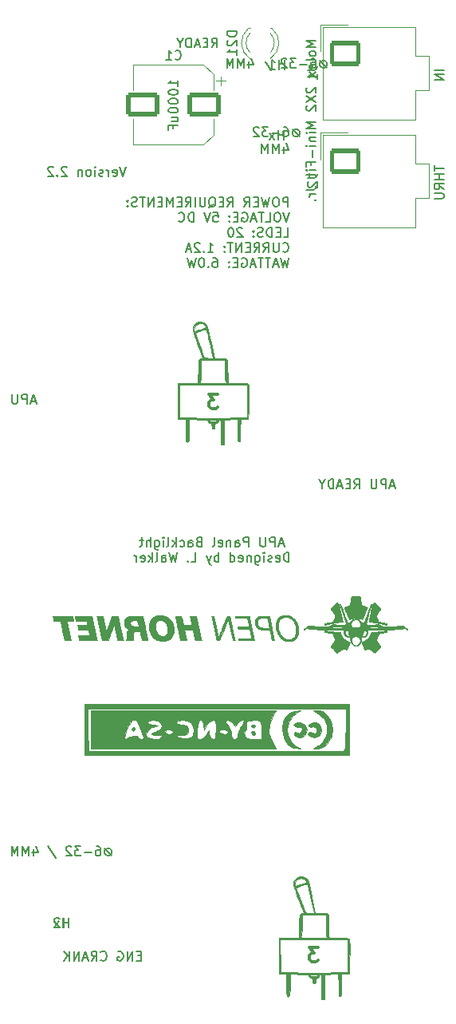
<source format=gbr>
%TF.GenerationSoftware,KiCad,Pcbnew,(6.0.9)*%
%TF.CreationDate,2022-12-16T21:57:32-09:00*%
%TF.ProjectId,PCB_ APU PANEL,5043422c-2041-4505-9520-50414e454c2e,rev?*%
%TF.SameCoordinates,Original*%
%TF.FileFunction,Legend,Bot*%
%TF.FilePolarity,Positive*%
%FSLAX46Y46*%
G04 Gerber Fmt 4.6, Leading zero omitted, Abs format (unit mm)*
G04 Created by KiCad (PCBNEW (6.0.9)) date 2022-12-16 21:57:32*
%MOMM*%
%LPD*%
G01*
G04 APERTURE LIST*
G04 Aperture macros list*
%AMRoundRect*
0 Rectangle with rounded corners*
0 $1 Rounding radius*
0 $2 $3 $4 $5 $6 $7 $8 $9 X,Y pos of 4 corners*
0 Add a 4 corners polygon primitive as box body*
4,1,4,$2,$3,$4,$5,$6,$7,$8,$9,$2,$3,0*
0 Add four circle primitives for the rounded corners*
1,1,$1+$1,$2,$3*
1,1,$1+$1,$4,$5*
1,1,$1+$1,$6,$7*
1,1,$1+$1,$8,$9*
0 Add four rect primitives between the rounded corners*
20,1,$1+$1,$2,$3,$4,$5,0*
20,1,$1+$1,$4,$5,$6,$7,0*
20,1,$1+$1,$6,$7,$8,$9,0*
20,1,$1+$1,$8,$9,$2,$3,0*%
G04 Aperture macros list end*
%ADD10C,0.150000*%
%ADD11C,0.300000*%
%ADD12C,0.120000*%
%ADD13C,0.010000*%
%ADD14RoundRect,0.250001X-1.399999X1.099999X-1.399999X-1.099999X1.399999X-1.099999X1.399999X1.099999X0*%
%ADD15O,3.300000X2.700000*%
%ADD16C,12.700000*%
%ADD17C,4.300000*%
%ADD18RoundRect,0.250000X1.500000X1.000000X-1.500000X1.000000X-1.500000X-1.000000X1.500000X-1.000000X0*%
%ADD19R,1.800000X1.800000*%
%ADD20C,1.800000*%
G04 APERTURE END LIST*
D10*
X115547400Y-61005150D02*
X114547400Y-61005150D01*
X115547400Y-61481340D02*
X114547400Y-61481340D01*
X115547400Y-62052769D01*
X114547400Y-62052769D01*
D11*
X91510740Y-95414091D02*
X90582168Y-95414091D01*
X91082168Y-95985520D01*
X90867882Y-95985520D01*
X90725025Y-96056948D01*
X90653597Y-96128377D01*
X90582168Y-96271234D01*
X90582168Y-96628377D01*
X90653597Y-96771234D01*
X90725025Y-96842662D01*
X90867882Y-96914091D01*
X91296454Y-96914091D01*
X91439311Y-96842662D01*
X91510740Y-96771234D01*
X102145720Y-154103331D02*
X101217148Y-154103331D01*
X101717148Y-154674760D01*
X101502862Y-154674760D01*
X101360005Y-154746188D01*
X101288577Y-154817617D01*
X101217148Y-154960474D01*
X101217148Y-155317617D01*
X101288577Y-155460474D01*
X101360005Y-155531902D01*
X101502862Y-155603331D01*
X101931434Y-155603331D01*
X102074291Y-155531902D01*
X102145720Y-155460474D01*
D10*
X98484058Y-111274066D02*
X98007867Y-111274066D01*
X98579296Y-111559780D02*
X98245962Y-110559780D01*
X97912629Y-111559780D01*
X97579296Y-111559780D02*
X97579296Y-110559780D01*
X97198343Y-110559780D01*
X97103105Y-110607400D01*
X97055486Y-110655019D01*
X97007867Y-110750257D01*
X97007867Y-110893114D01*
X97055486Y-110988352D01*
X97103105Y-111035971D01*
X97198343Y-111083590D01*
X97579296Y-111083590D01*
X96579296Y-110559780D02*
X96579296Y-111369304D01*
X96531677Y-111464542D01*
X96484058Y-111512161D01*
X96388820Y-111559780D01*
X96198343Y-111559780D01*
X96103105Y-111512161D01*
X96055486Y-111464542D01*
X96007867Y-111369304D01*
X96007867Y-110559780D01*
X94769772Y-111559780D02*
X94769772Y-110559780D01*
X94388820Y-110559780D01*
X94293581Y-110607400D01*
X94245962Y-110655019D01*
X94198343Y-110750257D01*
X94198343Y-110893114D01*
X94245962Y-110988352D01*
X94293581Y-111035971D01*
X94388820Y-111083590D01*
X94769772Y-111083590D01*
X93341200Y-111559780D02*
X93341200Y-111035971D01*
X93388820Y-110940733D01*
X93484058Y-110893114D01*
X93674534Y-110893114D01*
X93769772Y-110940733D01*
X93341200Y-111512161D02*
X93436439Y-111559780D01*
X93674534Y-111559780D01*
X93769772Y-111512161D01*
X93817391Y-111416923D01*
X93817391Y-111321685D01*
X93769772Y-111226447D01*
X93674534Y-111178828D01*
X93436439Y-111178828D01*
X93341200Y-111131209D01*
X92865010Y-110893114D02*
X92865010Y-111559780D01*
X92865010Y-110988352D02*
X92817391Y-110940733D01*
X92722153Y-110893114D01*
X92579296Y-110893114D01*
X92484058Y-110940733D01*
X92436439Y-111035971D01*
X92436439Y-111559780D01*
X91579296Y-111512161D02*
X91674534Y-111559780D01*
X91865010Y-111559780D01*
X91960248Y-111512161D01*
X92007867Y-111416923D01*
X92007867Y-111035971D01*
X91960248Y-110940733D01*
X91865010Y-110893114D01*
X91674534Y-110893114D01*
X91579296Y-110940733D01*
X91531677Y-111035971D01*
X91531677Y-111131209D01*
X92007867Y-111226447D01*
X90960248Y-111559780D02*
X91055486Y-111512161D01*
X91103105Y-111416923D01*
X91103105Y-110559780D01*
X89484058Y-111035971D02*
X89341200Y-111083590D01*
X89293581Y-111131209D01*
X89245962Y-111226447D01*
X89245962Y-111369304D01*
X89293581Y-111464542D01*
X89341200Y-111512161D01*
X89436439Y-111559780D01*
X89817391Y-111559780D01*
X89817391Y-110559780D01*
X89484058Y-110559780D01*
X89388820Y-110607400D01*
X89341200Y-110655019D01*
X89293581Y-110750257D01*
X89293581Y-110845495D01*
X89341200Y-110940733D01*
X89388820Y-110988352D01*
X89484058Y-111035971D01*
X89817391Y-111035971D01*
X88388820Y-111559780D02*
X88388820Y-111035971D01*
X88436439Y-110940733D01*
X88531677Y-110893114D01*
X88722153Y-110893114D01*
X88817391Y-110940733D01*
X88388820Y-111512161D02*
X88484058Y-111559780D01*
X88722153Y-111559780D01*
X88817391Y-111512161D01*
X88865010Y-111416923D01*
X88865010Y-111321685D01*
X88817391Y-111226447D01*
X88722153Y-111178828D01*
X88484058Y-111178828D01*
X88388820Y-111131209D01*
X87484058Y-111512161D02*
X87579296Y-111559780D01*
X87769772Y-111559780D01*
X87865010Y-111512161D01*
X87912629Y-111464542D01*
X87960248Y-111369304D01*
X87960248Y-111083590D01*
X87912629Y-110988352D01*
X87865010Y-110940733D01*
X87769772Y-110893114D01*
X87579296Y-110893114D01*
X87484058Y-110940733D01*
X87055486Y-111559780D02*
X87055486Y-110559780D01*
X86960248Y-111178828D02*
X86674534Y-111559780D01*
X86674534Y-110893114D02*
X87055486Y-111274066D01*
X86103105Y-111559780D02*
X86198343Y-111512161D01*
X86245962Y-111416923D01*
X86245962Y-110559780D01*
X85722153Y-111559780D02*
X85722153Y-110893114D01*
X85722153Y-110559780D02*
X85769772Y-110607400D01*
X85722153Y-110655019D01*
X85674534Y-110607400D01*
X85722153Y-110559780D01*
X85722153Y-110655019D01*
X84817391Y-110893114D02*
X84817391Y-111702638D01*
X84865010Y-111797876D01*
X84912629Y-111845495D01*
X85007867Y-111893114D01*
X85150724Y-111893114D01*
X85245962Y-111845495D01*
X84817391Y-111512161D02*
X84912629Y-111559780D01*
X85103105Y-111559780D01*
X85198343Y-111512161D01*
X85245962Y-111464542D01*
X85293581Y-111369304D01*
X85293581Y-111083590D01*
X85245962Y-110988352D01*
X85198343Y-110940733D01*
X85103105Y-110893114D01*
X84912629Y-110893114D01*
X84817391Y-110940733D01*
X84341200Y-111559780D02*
X84341200Y-110559780D01*
X83912629Y-111559780D02*
X83912629Y-111035971D01*
X83960248Y-110940733D01*
X84055486Y-110893114D01*
X84198343Y-110893114D01*
X84293581Y-110940733D01*
X84341200Y-110988352D01*
X83579296Y-110893114D02*
X83198343Y-110893114D01*
X83436439Y-110559780D02*
X83436439Y-111416923D01*
X83388820Y-111512161D01*
X83293581Y-111559780D01*
X83198343Y-111559780D01*
X99055486Y-113169780D02*
X99055486Y-112169780D01*
X98817391Y-112169780D01*
X98674534Y-112217400D01*
X98579296Y-112312638D01*
X98531677Y-112407876D01*
X98484058Y-112598352D01*
X98484058Y-112741209D01*
X98531677Y-112931685D01*
X98579296Y-113026923D01*
X98674534Y-113122161D01*
X98817391Y-113169780D01*
X99055486Y-113169780D01*
X97674534Y-113122161D02*
X97769772Y-113169780D01*
X97960248Y-113169780D01*
X98055486Y-113122161D01*
X98103105Y-113026923D01*
X98103105Y-112645971D01*
X98055486Y-112550733D01*
X97960248Y-112503114D01*
X97769772Y-112503114D01*
X97674534Y-112550733D01*
X97626915Y-112645971D01*
X97626915Y-112741209D01*
X98103105Y-112836447D01*
X97245962Y-113122161D02*
X97150724Y-113169780D01*
X96960248Y-113169780D01*
X96865010Y-113122161D01*
X96817391Y-113026923D01*
X96817391Y-112979304D01*
X96865010Y-112884066D01*
X96960248Y-112836447D01*
X97103105Y-112836447D01*
X97198343Y-112788828D01*
X97245962Y-112693590D01*
X97245962Y-112645971D01*
X97198343Y-112550733D01*
X97103105Y-112503114D01*
X96960248Y-112503114D01*
X96865010Y-112550733D01*
X96388820Y-113169780D02*
X96388820Y-112503114D01*
X96388820Y-112169780D02*
X96436439Y-112217400D01*
X96388820Y-112265019D01*
X96341200Y-112217400D01*
X96388820Y-112169780D01*
X96388820Y-112265019D01*
X95484058Y-112503114D02*
X95484058Y-113312638D01*
X95531677Y-113407876D01*
X95579296Y-113455495D01*
X95674534Y-113503114D01*
X95817391Y-113503114D01*
X95912629Y-113455495D01*
X95484058Y-113122161D02*
X95579296Y-113169780D01*
X95769772Y-113169780D01*
X95865010Y-113122161D01*
X95912629Y-113074542D01*
X95960248Y-112979304D01*
X95960248Y-112693590D01*
X95912629Y-112598352D01*
X95865010Y-112550733D01*
X95769772Y-112503114D01*
X95579296Y-112503114D01*
X95484058Y-112550733D01*
X95007867Y-112503114D02*
X95007867Y-113169780D01*
X95007867Y-112598352D02*
X94960248Y-112550733D01*
X94865010Y-112503114D01*
X94722153Y-112503114D01*
X94626915Y-112550733D01*
X94579296Y-112645971D01*
X94579296Y-113169780D01*
X93722153Y-113122161D02*
X93817391Y-113169780D01*
X94007867Y-113169780D01*
X94103105Y-113122161D01*
X94150724Y-113026923D01*
X94150724Y-112645971D01*
X94103105Y-112550733D01*
X94007867Y-112503114D01*
X93817391Y-112503114D01*
X93722153Y-112550733D01*
X93674534Y-112645971D01*
X93674534Y-112741209D01*
X94150724Y-112836447D01*
X92817391Y-113169780D02*
X92817391Y-112169780D01*
X92817391Y-113122161D02*
X92912629Y-113169780D01*
X93103105Y-113169780D01*
X93198343Y-113122161D01*
X93245962Y-113074542D01*
X93293581Y-112979304D01*
X93293581Y-112693590D01*
X93245962Y-112598352D01*
X93198343Y-112550733D01*
X93103105Y-112503114D01*
X92912629Y-112503114D01*
X92817391Y-112550733D01*
X91579296Y-113169780D02*
X91579296Y-112169780D01*
X91579296Y-112550733D02*
X91484058Y-112503114D01*
X91293581Y-112503114D01*
X91198343Y-112550733D01*
X91150724Y-112598352D01*
X91103105Y-112693590D01*
X91103105Y-112979304D01*
X91150724Y-113074542D01*
X91198343Y-113122161D01*
X91293581Y-113169780D01*
X91484058Y-113169780D01*
X91579296Y-113122161D01*
X90769772Y-112503114D02*
X90531677Y-113169780D01*
X90293581Y-112503114D02*
X90531677Y-113169780D01*
X90626915Y-113407876D01*
X90674534Y-113455495D01*
X90769772Y-113503114D01*
X88674534Y-113169780D02*
X89150724Y-113169780D01*
X89150724Y-112169780D01*
X88341200Y-113074542D02*
X88293581Y-113122161D01*
X88341200Y-113169780D01*
X88388820Y-113122161D01*
X88341200Y-113074542D01*
X88341200Y-113169780D01*
X87198343Y-112169780D02*
X86960248Y-113169780D01*
X86769772Y-112455495D01*
X86579296Y-113169780D01*
X86341200Y-112169780D01*
X85531677Y-113169780D02*
X85531677Y-112645971D01*
X85579296Y-112550733D01*
X85674534Y-112503114D01*
X85865010Y-112503114D01*
X85960248Y-112550733D01*
X85531677Y-113122161D02*
X85626915Y-113169780D01*
X85865010Y-113169780D01*
X85960248Y-113122161D01*
X86007867Y-113026923D01*
X86007867Y-112931685D01*
X85960248Y-112836447D01*
X85865010Y-112788828D01*
X85626915Y-112788828D01*
X85531677Y-112741209D01*
X84912629Y-113169780D02*
X85007867Y-113122161D01*
X85055486Y-113026923D01*
X85055486Y-112169780D01*
X84531677Y-113169780D02*
X84531677Y-112169780D01*
X84436439Y-112788828D02*
X84150724Y-113169780D01*
X84150724Y-112503114D02*
X84531677Y-112884066D01*
X83341200Y-113122161D02*
X83436439Y-113169780D01*
X83626915Y-113169780D01*
X83722153Y-113122161D01*
X83769772Y-113026923D01*
X83769772Y-112645971D01*
X83722153Y-112550733D01*
X83626915Y-112503114D01*
X83436439Y-112503114D01*
X83341200Y-112550733D01*
X83293581Y-112645971D01*
X83293581Y-112741209D01*
X83769772Y-112836447D01*
X82865010Y-113169780D02*
X82865010Y-112503114D01*
X82865010Y-112693590D02*
X82817391Y-112598352D01*
X82769772Y-112550733D01*
X82674534Y-112503114D01*
X82579296Y-112503114D01*
X101902380Y-57897619D02*
X100902380Y-57897619D01*
X101616666Y-58230952D01*
X100902380Y-58564285D01*
X101902380Y-58564285D01*
X101902380Y-59183333D02*
X101854761Y-59088095D01*
X101807142Y-59040476D01*
X101711904Y-58992857D01*
X101426190Y-58992857D01*
X101330952Y-59040476D01*
X101283333Y-59088095D01*
X101235714Y-59183333D01*
X101235714Y-59326190D01*
X101283333Y-59421428D01*
X101330952Y-59469047D01*
X101426190Y-59516666D01*
X101711904Y-59516666D01*
X101807142Y-59469047D01*
X101854761Y-59421428D01*
X101902380Y-59326190D01*
X101902380Y-59183333D01*
X101902380Y-60088095D02*
X101854761Y-59992857D01*
X101759523Y-59945238D01*
X100902380Y-59945238D01*
X101854761Y-60850000D02*
X101902380Y-60754761D01*
X101902380Y-60564285D01*
X101854761Y-60469047D01*
X101759523Y-60421428D01*
X101378571Y-60421428D01*
X101283333Y-60469047D01*
X101235714Y-60564285D01*
X101235714Y-60754761D01*
X101283333Y-60850000D01*
X101378571Y-60897619D01*
X101473809Y-60897619D01*
X101569047Y-60421428D01*
X101902380Y-61230952D02*
X101235714Y-61754761D01*
X101235714Y-61230952D02*
X101902380Y-61754761D01*
X100997619Y-62850000D02*
X100950000Y-62897619D01*
X100902380Y-62992857D01*
X100902380Y-63230952D01*
X100950000Y-63326190D01*
X100997619Y-63373809D01*
X101092857Y-63421428D01*
X101188095Y-63421428D01*
X101330952Y-63373809D01*
X101902380Y-62802380D01*
X101902380Y-63421428D01*
X100902380Y-63754761D02*
X101902380Y-64421428D01*
X100902380Y-64421428D02*
X101902380Y-63754761D01*
X100997619Y-64754761D02*
X100950000Y-64802380D01*
X100902380Y-64897619D01*
X100902380Y-65135714D01*
X100950000Y-65230952D01*
X100997619Y-65278571D01*
X101092857Y-65326190D01*
X101188095Y-65326190D01*
X101330952Y-65278571D01*
X101902380Y-64707142D01*
X101902380Y-65326190D01*
X101902380Y-66516666D02*
X100902380Y-66516666D01*
X101616666Y-66850000D01*
X100902380Y-67183333D01*
X101902380Y-67183333D01*
X101902380Y-67659523D02*
X101235714Y-67659523D01*
X100902380Y-67659523D02*
X100950000Y-67611904D01*
X100997619Y-67659523D01*
X100950000Y-67707142D01*
X100902380Y-67659523D01*
X100997619Y-67659523D01*
X101235714Y-68135714D02*
X101902380Y-68135714D01*
X101330952Y-68135714D02*
X101283333Y-68183333D01*
X101235714Y-68278571D01*
X101235714Y-68421428D01*
X101283333Y-68516666D01*
X101378571Y-68564285D01*
X101902380Y-68564285D01*
X101902380Y-69040476D02*
X101235714Y-69040476D01*
X100902380Y-69040476D02*
X100950000Y-68992857D01*
X100997619Y-69040476D01*
X100950000Y-69088095D01*
X100902380Y-69040476D01*
X100997619Y-69040476D01*
X101521428Y-69516666D02*
X101521428Y-70278571D01*
X101378571Y-71088095D02*
X101378571Y-70754761D01*
X101902380Y-70754761D02*
X100902380Y-70754761D01*
X100902380Y-71230952D01*
X101902380Y-71611904D02*
X101235714Y-71611904D01*
X100902380Y-71611904D02*
X100950000Y-71564285D01*
X100997619Y-71611904D01*
X100950000Y-71659523D01*
X100902380Y-71611904D01*
X100997619Y-71611904D01*
X101235714Y-71945238D02*
X101235714Y-72326190D01*
X100902380Y-72088095D02*
X101759523Y-72088095D01*
X101854761Y-72135714D01*
X101902380Y-72230952D01*
X101902380Y-72326190D01*
X100902380Y-73707142D02*
X101616666Y-73707142D01*
X101759523Y-73659523D01*
X101854761Y-73564285D01*
X101902380Y-73421428D01*
X101902380Y-73326190D01*
X101902380Y-74183333D02*
X101235714Y-74183333D01*
X101426190Y-74183333D02*
X101330952Y-74230952D01*
X101283333Y-74278571D01*
X101235714Y-74373809D01*
X101235714Y-74469047D01*
X101807142Y-74802380D02*
X101854761Y-74850000D01*
X101902380Y-74802380D01*
X101854761Y-74754761D01*
X101807142Y-74802380D01*
X101902380Y-74802380D01*
X72135524Y-96125326D02*
X71659334Y-96125326D01*
X72230762Y-96411040D02*
X71897429Y-95411040D01*
X71564096Y-96411040D01*
X71230762Y-96411040D02*
X71230762Y-95411040D01*
X70849810Y-95411040D01*
X70754572Y-95458660D01*
X70706953Y-95506279D01*
X70659334Y-95601517D01*
X70659334Y-95744374D01*
X70706953Y-95839612D01*
X70754572Y-95887231D01*
X70849810Y-95934850D01*
X71230762Y-95934850D01*
X70230762Y-95411040D02*
X70230762Y-96220564D01*
X70183143Y-96315802D01*
X70135524Y-96363421D01*
X70040286Y-96411040D01*
X69849810Y-96411040D01*
X69754572Y-96363421D01*
X69706953Y-96315802D01*
X69659334Y-96220564D01*
X69659334Y-95411040D01*
X98502380Y-69135714D02*
X98502380Y-69802380D01*
X98740476Y-68754761D02*
X98978571Y-69469047D01*
X98359523Y-69469047D01*
X97978571Y-69802380D02*
X97978571Y-68802380D01*
X97645238Y-69516666D01*
X97311904Y-68802380D01*
X97311904Y-69802380D01*
X96835714Y-69802380D02*
X96835714Y-68802380D01*
X96502380Y-69516666D01*
X96169047Y-68802380D01*
X96169047Y-69802380D01*
X83360068Y-154962551D02*
X83026735Y-154962551D01*
X82883878Y-155486360D02*
X83360068Y-155486360D01*
X83360068Y-154486360D01*
X82883878Y-154486360D01*
X82455306Y-155486360D02*
X82455306Y-154486360D01*
X81883878Y-155486360D01*
X81883878Y-154486360D01*
X80883878Y-154533980D02*
X80979116Y-154486360D01*
X81121973Y-154486360D01*
X81264830Y-154533980D01*
X81360068Y-154629218D01*
X81407687Y-154724456D01*
X81455306Y-154914932D01*
X81455306Y-155057789D01*
X81407687Y-155248265D01*
X81360068Y-155343503D01*
X81264830Y-155438741D01*
X81121973Y-155486360D01*
X81026735Y-155486360D01*
X80883878Y-155438741D01*
X80836259Y-155391122D01*
X80836259Y-155057789D01*
X81026735Y-155057789D01*
X79074354Y-155391122D02*
X79121973Y-155438741D01*
X79264830Y-155486360D01*
X79360068Y-155486360D01*
X79502925Y-155438741D01*
X79598163Y-155343503D01*
X79645782Y-155248265D01*
X79693401Y-155057789D01*
X79693401Y-154914932D01*
X79645782Y-154724456D01*
X79598163Y-154629218D01*
X79502925Y-154533980D01*
X79360068Y-154486360D01*
X79264830Y-154486360D01*
X79121973Y-154533980D01*
X79074354Y-154581599D01*
X78074354Y-155486360D02*
X78407687Y-155010170D01*
X78645782Y-155486360D02*
X78645782Y-154486360D01*
X78264830Y-154486360D01*
X78169592Y-154533980D01*
X78121973Y-154581599D01*
X78074354Y-154676837D01*
X78074354Y-154819694D01*
X78121973Y-154914932D01*
X78169592Y-154962551D01*
X78264830Y-155010170D01*
X78645782Y-155010170D01*
X77693401Y-155200646D02*
X77217211Y-155200646D01*
X77788640Y-155486360D02*
X77455306Y-154486360D01*
X77121973Y-155486360D01*
X76788640Y-155486360D02*
X76788640Y-154486360D01*
X76217211Y-155486360D01*
X76217211Y-154486360D01*
X75741020Y-155486360D02*
X75741020Y-154486360D01*
X75169592Y-155486360D02*
X75598163Y-154914932D01*
X75169592Y-154486360D02*
X75741020Y-155057789D01*
X87262380Y-62696190D02*
X87262380Y-62124761D01*
X87262380Y-62410476D02*
X86262380Y-62410476D01*
X86405238Y-62315238D01*
X86500476Y-62220000D01*
X86548095Y-62124761D01*
X86262380Y-63315238D02*
X86262380Y-63410476D01*
X86310000Y-63505714D01*
X86357619Y-63553333D01*
X86452857Y-63600952D01*
X86643333Y-63648571D01*
X86881428Y-63648571D01*
X87071904Y-63600952D01*
X87167142Y-63553333D01*
X87214761Y-63505714D01*
X87262380Y-63410476D01*
X87262380Y-63315238D01*
X87214761Y-63220000D01*
X87167142Y-63172380D01*
X87071904Y-63124761D01*
X86881428Y-63077142D01*
X86643333Y-63077142D01*
X86452857Y-63124761D01*
X86357619Y-63172380D01*
X86310000Y-63220000D01*
X86262380Y-63315238D01*
X86262380Y-64267619D02*
X86262380Y-64362857D01*
X86310000Y-64458095D01*
X86357619Y-64505714D01*
X86452857Y-64553333D01*
X86643333Y-64600952D01*
X86881428Y-64600952D01*
X87071904Y-64553333D01*
X87167142Y-64505714D01*
X87214761Y-64458095D01*
X87262380Y-64362857D01*
X87262380Y-64267619D01*
X87214761Y-64172380D01*
X87167142Y-64124761D01*
X87071904Y-64077142D01*
X86881428Y-64029523D01*
X86643333Y-64029523D01*
X86452857Y-64077142D01*
X86357619Y-64124761D01*
X86310000Y-64172380D01*
X86262380Y-64267619D01*
X86262380Y-65220000D02*
X86262380Y-65315238D01*
X86310000Y-65410476D01*
X86357619Y-65458095D01*
X86452857Y-65505714D01*
X86643333Y-65553333D01*
X86881428Y-65553333D01*
X87071904Y-65505714D01*
X87167142Y-65458095D01*
X87214761Y-65410476D01*
X87262380Y-65315238D01*
X87262380Y-65220000D01*
X87214761Y-65124761D01*
X87167142Y-65077142D01*
X87071904Y-65029523D01*
X86881428Y-64981904D01*
X86643333Y-64981904D01*
X86452857Y-65029523D01*
X86357619Y-65077142D01*
X86310000Y-65124761D01*
X86262380Y-65220000D01*
X86595714Y-66410476D02*
X87262380Y-66410476D01*
X86595714Y-65981904D02*
X87119523Y-65981904D01*
X87214761Y-66029523D01*
X87262380Y-66124761D01*
X87262380Y-66267619D01*
X87214761Y-66362857D01*
X87167142Y-66410476D01*
X86738571Y-67220000D02*
X86738571Y-66886666D01*
X87262380Y-66886666D02*
X86262380Y-66886666D01*
X86262380Y-67362857D01*
X98964404Y-75482380D02*
X98964404Y-74482380D01*
X98583452Y-74482380D01*
X98488214Y-74530000D01*
X98440595Y-74577619D01*
X98392976Y-74672857D01*
X98392976Y-74815714D01*
X98440595Y-74910952D01*
X98488214Y-74958571D01*
X98583452Y-75006190D01*
X98964404Y-75006190D01*
X97773928Y-74482380D02*
X97583452Y-74482380D01*
X97488214Y-74530000D01*
X97392976Y-74625238D01*
X97345357Y-74815714D01*
X97345357Y-75149047D01*
X97392976Y-75339523D01*
X97488214Y-75434761D01*
X97583452Y-75482380D01*
X97773928Y-75482380D01*
X97869166Y-75434761D01*
X97964404Y-75339523D01*
X98012023Y-75149047D01*
X98012023Y-74815714D01*
X97964404Y-74625238D01*
X97869166Y-74530000D01*
X97773928Y-74482380D01*
X97012023Y-74482380D02*
X96773928Y-75482380D01*
X96583452Y-74768095D01*
X96392976Y-75482380D01*
X96154880Y-74482380D01*
X95773928Y-74958571D02*
X95440595Y-74958571D01*
X95297738Y-75482380D02*
X95773928Y-75482380D01*
X95773928Y-74482380D01*
X95297738Y-74482380D01*
X94297738Y-75482380D02*
X94631071Y-75006190D01*
X94869166Y-75482380D02*
X94869166Y-74482380D01*
X94488214Y-74482380D01*
X94392976Y-74530000D01*
X94345357Y-74577619D01*
X94297738Y-74672857D01*
X94297738Y-74815714D01*
X94345357Y-74910952D01*
X94392976Y-74958571D01*
X94488214Y-75006190D01*
X94869166Y-75006190D01*
X92535833Y-75482380D02*
X92869166Y-75006190D01*
X93107261Y-75482380D02*
X93107261Y-74482380D01*
X92726309Y-74482380D01*
X92631071Y-74530000D01*
X92583452Y-74577619D01*
X92535833Y-74672857D01*
X92535833Y-74815714D01*
X92583452Y-74910952D01*
X92631071Y-74958571D01*
X92726309Y-75006190D01*
X93107261Y-75006190D01*
X92107261Y-74958571D02*
X91773928Y-74958571D01*
X91631071Y-75482380D02*
X92107261Y-75482380D01*
X92107261Y-74482380D01*
X91631071Y-74482380D01*
X90535833Y-75577619D02*
X90631071Y-75530000D01*
X90726309Y-75434761D01*
X90869166Y-75291904D01*
X90964404Y-75244285D01*
X91059642Y-75244285D01*
X91012023Y-75482380D02*
X91107261Y-75434761D01*
X91202500Y-75339523D01*
X91250119Y-75149047D01*
X91250119Y-74815714D01*
X91202500Y-74625238D01*
X91107261Y-74530000D01*
X91012023Y-74482380D01*
X90821547Y-74482380D01*
X90726309Y-74530000D01*
X90631071Y-74625238D01*
X90583452Y-74815714D01*
X90583452Y-75149047D01*
X90631071Y-75339523D01*
X90726309Y-75434761D01*
X90821547Y-75482380D01*
X91012023Y-75482380D01*
X90154880Y-74482380D02*
X90154880Y-75291904D01*
X90107261Y-75387142D01*
X90059642Y-75434761D01*
X89964404Y-75482380D01*
X89773928Y-75482380D01*
X89678690Y-75434761D01*
X89631071Y-75387142D01*
X89583452Y-75291904D01*
X89583452Y-74482380D01*
X89107261Y-75482380D02*
X89107261Y-74482380D01*
X88059642Y-75482380D02*
X88392976Y-75006190D01*
X88631071Y-75482380D02*
X88631071Y-74482380D01*
X88250119Y-74482380D01*
X88154880Y-74530000D01*
X88107261Y-74577619D01*
X88059642Y-74672857D01*
X88059642Y-74815714D01*
X88107261Y-74910952D01*
X88154880Y-74958571D01*
X88250119Y-75006190D01*
X88631071Y-75006190D01*
X87631071Y-74958571D02*
X87297738Y-74958571D01*
X87154880Y-75482380D02*
X87631071Y-75482380D01*
X87631071Y-74482380D01*
X87154880Y-74482380D01*
X86726309Y-75482380D02*
X86726309Y-74482380D01*
X86392976Y-75196666D01*
X86059642Y-74482380D01*
X86059642Y-75482380D01*
X85583452Y-74958571D02*
X85250119Y-74958571D01*
X85107261Y-75482380D02*
X85583452Y-75482380D01*
X85583452Y-74482380D01*
X85107261Y-74482380D01*
X84678690Y-75482380D02*
X84678690Y-74482380D01*
X84107261Y-75482380D01*
X84107261Y-74482380D01*
X83773928Y-74482380D02*
X83202500Y-74482380D01*
X83488214Y-75482380D02*
X83488214Y-74482380D01*
X82916785Y-75434761D02*
X82773928Y-75482380D01*
X82535833Y-75482380D01*
X82440595Y-75434761D01*
X82392976Y-75387142D01*
X82345357Y-75291904D01*
X82345357Y-75196666D01*
X82392976Y-75101428D01*
X82440595Y-75053809D01*
X82535833Y-75006190D01*
X82726309Y-74958571D01*
X82821547Y-74910952D01*
X82869166Y-74863333D01*
X82916785Y-74768095D01*
X82916785Y-74672857D01*
X82869166Y-74577619D01*
X82821547Y-74530000D01*
X82726309Y-74482380D01*
X82488214Y-74482380D01*
X82345357Y-74530000D01*
X81916785Y-75387142D02*
X81869166Y-75434761D01*
X81916785Y-75482380D01*
X81964404Y-75434761D01*
X81916785Y-75387142D01*
X81916785Y-75482380D01*
X81916785Y-74863333D02*
X81869166Y-74910952D01*
X81916785Y-74958571D01*
X81964404Y-74910952D01*
X81916785Y-74863333D01*
X81916785Y-74958571D01*
X99107261Y-76092380D02*
X98773928Y-77092380D01*
X98440595Y-76092380D01*
X97916785Y-76092380D02*
X97726309Y-76092380D01*
X97631071Y-76140000D01*
X97535833Y-76235238D01*
X97488214Y-76425714D01*
X97488214Y-76759047D01*
X97535833Y-76949523D01*
X97631071Y-77044761D01*
X97726309Y-77092380D01*
X97916785Y-77092380D01*
X98012023Y-77044761D01*
X98107261Y-76949523D01*
X98154880Y-76759047D01*
X98154880Y-76425714D01*
X98107261Y-76235238D01*
X98012023Y-76140000D01*
X97916785Y-76092380D01*
X96583452Y-77092380D02*
X97059642Y-77092380D01*
X97059642Y-76092380D01*
X96392976Y-76092380D02*
X95821547Y-76092380D01*
X96107261Y-77092380D02*
X96107261Y-76092380D01*
X95535833Y-76806666D02*
X95059642Y-76806666D01*
X95631071Y-77092380D02*
X95297738Y-76092380D01*
X94964404Y-77092380D01*
X94107261Y-76140000D02*
X94202500Y-76092380D01*
X94345357Y-76092380D01*
X94488214Y-76140000D01*
X94583452Y-76235238D01*
X94631071Y-76330476D01*
X94678690Y-76520952D01*
X94678690Y-76663809D01*
X94631071Y-76854285D01*
X94583452Y-76949523D01*
X94488214Y-77044761D01*
X94345357Y-77092380D01*
X94250119Y-77092380D01*
X94107261Y-77044761D01*
X94059642Y-76997142D01*
X94059642Y-76663809D01*
X94250119Y-76663809D01*
X93631071Y-76568571D02*
X93297738Y-76568571D01*
X93154880Y-77092380D02*
X93631071Y-77092380D01*
X93631071Y-76092380D01*
X93154880Y-76092380D01*
X92726309Y-76997142D02*
X92678690Y-77044761D01*
X92726309Y-77092380D01*
X92773928Y-77044761D01*
X92726309Y-76997142D01*
X92726309Y-77092380D01*
X92726309Y-76473333D02*
X92678690Y-76520952D01*
X92726309Y-76568571D01*
X92773928Y-76520952D01*
X92726309Y-76473333D01*
X92726309Y-76568571D01*
X91012023Y-76092380D02*
X91488214Y-76092380D01*
X91535833Y-76568571D01*
X91488214Y-76520952D01*
X91392976Y-76473333D01*
X91154880Y-76473333D01*
X91059642Y-76520952D01*
X91012023Y-76568571D01*
X90964404Y-76663809D01*
X90964404Y-76901904D01*
X91012023Y-76997142D01*
X91059642Y-77044761D01*
X91154880Y-77092380D01*
X91392976Y-77092380D01*
X91488214Y-77044761D01*
X91535833Y-76997142D01*
X90678690Y-76092380D02*
X90345357Y-77092380D01*
X90012023Y-76092380D01*
X88916785Y-77092380D02*
X88916785Y-76092380D01*
X88678690Y-76092380D01*
X88535833Y-76140000D01*
X88440595Y-76235238D01*
X88392976Y-76330476D01*
X88345357Y-76520952D01*
X88345357Y-76663809D01*
X88392976Y-76854285D01*
X88440595Y-76949523D01*
X88535833Y-77044761D01*
X88678690Y-77092380D01*
X88916785Y-77092380D01*
X87345357Y-76997142D02*
X87392976Y-77044761D01*
X87535833Y-77092380D01*
X87631071Y-77092380D01*
X87773928Y-77044761D01*
X87869166Y-76949523D01*
X87916785Y-76854285D01*
X87964404Y-76663809D01*
X87964404Y-76520952D01*
X87916785Y-76330476D01*
X87869166Y-76235238D01*
X87773928Y-76140000D01*
X87631071Y-76092380D01*
X87535833Y-76092380D01*
X87392976Y-76140000D01*
X87345357Y-76187619D01*
X98488214Y-78702380D02*
X98964404Y-78702380D01*
X98964404Y-77702380D01*
X98154880Y-78178571D02*
X97821547Y-78178571D01*
X97678690Y-78702380D02*
X98154880Y-78702380D01*
X98154880Y-77702380D01*
X97678690Y-77702380D01*
X97250119Y-78702380D02*
X97250119Y-77702380D01*
X97012023Y-77702380D01*
X96869166Y-77750000D01*
X96773928Y-77845238D01*
X96726309Y-77940476D01*
X96678690Y-78130952D01*
X96678690Y-78273809D01*
X96726309Y-78464285D01*
X96773928Y-78559523D01*
X96869166Y-78654761D01*
X97012023Y-78702380D01*
X97250119Y-78702380D01*
X96297738Y-78654761D02*
X96154880Y-78702380D01*
X95916785Y-78702380D01*
X95821547Y-78654761D01*
X95773928Y-78607142D01*
X95726309Y-78511904D01*
X95726309Y-78416666D01*
X95773928Y-78321428D01*
X95821547Y-78273809D01*
X95916785Y-78226190D01*
X96107261Y-78178571D01*
X96202500Y-78130952D01*
X96250119Y-78083333D01*
X96297738Y-77988095D01*
X96297738Y-77892857D01*
X96250119Y-77797619D01*
X96202500Y-77750000D01*
X96107261Y-77702380D01*
X95869166Y-77702380D01*
X95726309Y-77750000D01*
X95297738Y-78607142D02*
X95250119Y-78654761D01*
X95297738Y-78702380D01*
X95345357Y-78654761D01*
X95297738Y-78607142D01*
X95297738Y-78702380D01*
X95297738Y-78083333D02*
X95250119Y-78130952D01*
X95297738Y-78178571D01*
X95345357Y-78130952D01*
X95297738Y-78083333D01*
X95297738Y-78178571D01*
X94107261Y-77797619D02*
X94059642Y-77750000D01*
X93964404Y-77702380D01*
X93726309Y-77702380D01*
X93631071Y-77750000D01*
X93583452Y-77797619D01*
X93535833Y-77892857D01*
X93535833Y-77988095D01*
X93583452Y-78130952D01*
X94154880Y-78702380D01*
X93535833Y-78702380D01*
X92916785Y-77702380D02*
X92821547Y-77702380D01*
X92726309Y-77750000D01*
X92678690Y-77797619D01*
X92631071Y-77892857D01*
X92583452Y-78083333D01*
X92583452Y-78321428D01*
X92631071Y-78511904D01*
X92678690Y-78607142D01*
X92726309Y-78654761D01*
X92821547Y-78702380D01*
X92916785Y-78702380D01*
X93012023Y-78654761D01*
X93059642Y-78607142D01*
X93107261Y-78511904D01*
X93154880Y-78321428D01*
X93154880Y-78083333D01*
X93107261Y-77892857D01*
X93059642Y-77797619D01*
X93012023Y-77750000D01*
X92916785Y-77702380D01*
X98392976Y-80217142D02*
X98440595Y-80264761D01*
X98583452Y-80312380D01*
X98678690Y-80312380D01*
X98821547Y-80264761D01*
X98916785Y-80169523D01*
X98964404Y-80074285D01*
X99012023Y-79883809D01*
X99012023Y-79740952D01*
X98964404Y-79550476D01*
X98916785Y-79455238D01*
X98821547Y-79360000D01*
X98678690Y-79312380D01*
X98583452Y-79312380D01*
X98440595Y-79360000D01*
X98392976Y-79407619D01*
X97964404Y-79312380D02*
X97964404Y-80121904D01*
X97916785Y-80217142D01*
X97869166Y-80264761D01*
X97773928Y-80312380D01*
X97583452Y-80312380D01*
X97488214Y-80264761D01*
X97440595Y-80217142D01*
X97392976Y-80121904D01*
X97392976Y-79312380D01*
X96345357Y-80312380D02*
X96678690Y-79836190D01*
X96916785Y-80312380D02*
X96916785Y-79312380D01*
X96535833Y-79312380D01*
X96440595Y-79360000D01*
X96392976Y-79407619D01*
X96345357Y-79502857D01*
X96345357Y-79645714D01*
X96392976Y-79740952D01*
X96440595Y-79788571D01*
X96535833Y-79836190D01*
X96916785Y-79836190D01*
X95345357Y-80312380D02*
X95678690Y-79836190D01*
X95916785Y-80312380D02*
X95916785Y-79312380D01*
X95535833Y-79312380D01*
X95440595Y-79360000D01*
X95392976Y-79407619D01*
X95345357Y-79502857D01*
X95345357Y-79645714D01*
X95392976Y-79740952D01*
X95440595Y-79788571D01*
X95535833Y-79836190D01*
X95916785Y-79836190D01*
X94916785Y-79788571D02*
X94583452Y-79788571D01*
X94440595Y-80312380D02*
X94916785Y-80312380D01*
X94916785Y-79312380D01*
X94440595Y-79312380D01*
X94012023Y-80312380D02*
X94012023Y-79312380D01*
X93440595Y-80312380D01*
X93440595Y-79312380D01*
X93107261Y-79312380D02*
X92535833Y-79312380D01*
X92821547Y-80312380D02*
X92821547Y-79312380D01*
X92202500Y-80217142D02*
X92154880Y-80264761D01*
X92202500Y-80312380D01*
X92250119Y-80264761D01*
X92202500Y-80217142D01*
X92202500Y-80312380D01*
X92202500Y-79693333D02*
X92154880Y-79740952D01*
X92202500Y-79788571D01*
X92250119Y-79740952D01*
X92202500Y-79693333D01*
X92202500Y-79788571D01*
X90440595Y-80312380D02*
X91012023Y-80312380D01*
X90726309Y-80312380D02*
X90726309Y-79312380D01*
X90821547Y-79455238D01*
X90916785Y-79550476D01*
X91012023Y-79598095D01*
X90012023Y-80217142D02*
X89964404Y-80264761D01*
X90012023Y-80312380D01*
X90059642Y-80264761D01*
X90012023Y-80217142D01*
X90012023Y-80312380D01*
X89583452Y-79407619D02*
X89535833Y-79360000D01*
X89440595Y-79312380D01*
X89202500Y-79312380D01*
X89107261Y-79360000D01*
X89059642Y-79407619D01*
X89012023Y-79502857D01*
X89012023Y-79598095D01*
X89059642Y-79740952D01*
X89631071Y-80312380D01*
X89012023Y-80312380D01*
X88631071Y-80026666D02*
X88154880Y-80026666D01*
X88726309Y-80312380D02*
X88392976Y-79312380D01*
X88059642Y-80312380D01*
X99059642Y-80922380D02*
X98821547Y-81922380D01*
X98631071Y-81208095D01*
X98440595Y-81922380D01*
X98202500Y-80922380D01*
X97869166Y-81636666D02*
X97392976Y-81636666D01*
X97964404Y-81922380D02*
X97631071Y-80922380D01*
X97297738Y-81922380D01*
X97107261Y-80922380D02*
X96535833Y-80922380D01*
X96821547Y-81922380D02*
X96821547Y-80922380D01*
X96345357Y-80922380D02*
X95773928Y-80922380D01*
X96059642Y-81922380D02*
X96059642Y-80922380D01*
X95488214Y-81636666D02*
X95012023Y-81636666D01*
X95583452Y-81922380D02*
X95250119Y-80922380D01*
X94916785Y-81922380D01*
X94059642Y-80970000D02*
X94154880Y-80922380D01*
X94297738Y-80922380D01*
X94440595Y-80970000D01*
X94535833Y-81065238D01*
X94583452Y-81160476D01*
X94631071Y-81350952D01*
X94631071Y-81493809D01*
X94583452Y-81684285D01*
X94535833Y-81779523D01*
X94440595Y-81874761D01*
X94297738Y-81922380D01*
X94202500Y-81922380D01*
X94059642Y-81874761D01*
X94012023Y-81827142D01*
X94012023Y-81493809D01*
X94202500Y-81493809D01*
X93583452Y-81398571D02*
X93250119Y-81398571D01*
X93107261Y-81922380D02*
X93583452Y-81922380D01*
X93583452Y-80922380D01*
X93107261Y-80922380D01*
X92678690Y-81827142D02*
X92631071Y-81874761D01*
X92678690Y-81922380D01*
X92726309Y-81874761D01*
X92678690Y-81827142D01*
X92678690Y-81922380D01*
X92678690Y-81303333D02*
X92631071Y-81350952D01*
X92678690Y-81398571D01*
X92726309Y-81350952D01*
X92678690Y-81303333D01*
X92678690Y-81398571D01*
X91012023Y-80922380D02*
X91202500Y-80922380D01*
X91297738Y-80970000D01*
X91345357Y-81017619D01*
X91440595Y-81160476D01*
X91488214Y-81350952D01*
X91488214Y-81731904D01*
X91440595Y-81827142D01*
X91392976Y-81874761D01*
X91297738Y-81922380D01*
X91107261Y-81922380D01*
X91012023Y-81874761D01*
X90964404Y-81827142D01*
X90916785Y-81731904D01*
X90916785Y-81493809D01*
X90964404Y-81398571D01*
X91012023Y-81350952D01*
X91107261Y-81303333D01*
X91297738Y-81303333D01*
X91392976Y-81350952D01*
X91440595Y-81398571D01*
X91488214Y-81493809D01*
X90488214Y-81827142D02*
X90440595Y-81874761D01*
X90488214Y-81922380D01*
X90535833Y-81874761D01*
X90488214Y-81827142D01*
X90488214Y-81922380D01*
X89821547Y-80922380D02*
X89726309Y-80922380D01*
X89631071Y-80970000D01*
X89583452Y-81017619D01*
X89535833Y-81112857D01*
X89488214Y-81303333D01*
X89488214Y-81541428D01*
X89535833Y-81731904D01*
X89583452Y-81827142D01*
X89631071Y-81874761D01*
X89726309Y-81922380D01*
X89821547Y-81922380D01*
X89916785Y-81874761D01*
X89964404Y-81827142D01*
X90012023Y-81731904D01*
X90059642Y-81541428D01*
X90059642Y-81303333D01*
X90012023Y-81112857D01*
X89964404Y-81017619D01*
X89916785Y-80970000D01*
X89821547Y-80922380D01*
X89154880Y-80922380D02*
X88916785Y-81922380D01*
X88726309Y-81208095D01*
X88535833Y-81922380D01*
X88297738Y-80922380D01*
X114504220Y-71130706D02*
X114504220Y-71702135D01*
X115504220Y-71416420D02*
X114504220Y-71416420D01*
X115504220Y-72035468D02*
X114504220Y-72035468D01*
X114980411Y-72035468D02*
X114980411Y-72606897D01*
X115504220Y-72606897D02*
X114504220Y-72606897D01*
X115504220Y-73654516D02*
X115028030Y-73321182D01*
X115504220Y-73083087D02*
X114504220Y-73083087D01*
X114504220Y-73464040D01*
X114551840Y-73559278D01*
X114599459Y-73606897D01*
X114694697Y-73654516D01*
X114837554Y-73654516D01*
X114932792Y-73606897D01*
X114980411Y-73559278D01*
X115028030Y-73464040D01*
X115028030Y-73083087D01*
X114504220Y-74083087D02*
X115313744Y-74083087D01*
X115408982Y-74130706D01*
X115456601Y-74178325D01*
X115504220Y-74273563D01*
X115504220Y-74464040D01*
X115456601Y-74559278D01*
X115408982Y-74606897D01*
X115313744Y-74654516D01*
X114504220Y-74654516D01*
X90850000Y-58602380D02*
X91183333Y-58126190D01*
X91421428Y-58602380D02*
X91421428Y-57602380D01*
X91040476Y-57602380D01*
X90945238Y-57650000D01*
X90897619Y-57697619D01*
X90850000Y-57792857D01*
X90850000Y-57935714D01*
X90897619Y-58030952D01*
X90945238Y-58078571D01*
X91040476Y-58126190D01*
X91421428Y-58126190D01*
X90421428Y-58078571D02*
X90088095Y-58078571D01*
X89945238Y-58602380D02*
X90421428Y-58602380D01*
X90421428Y-57602380D01*
X89945238Y-57602380D01*
X89564285Y-58316666D02*
X89088095Y-58316666D01*
X89659523Y-58602380D02*
X89326190Y-57602380D01*
X88992857Y-58602380D01*
X88659523Y-58602380D02*
X88659523Y-57602380D01*
X88421428Y-57602380D01*
X88278571Y-57650000D01*
X88183333Y-57745238D01*
X88135714Y-57840476D01*
X88088095Y-58030952D01*
X88088095Y-58173809D01*
X88135714Y-58364285D01*
X88183333Y-58459523D01*
X88278571Y-58554761D01*
X88421428Y-58602380D01*
X88659523Y-58602380D01*
X87469047Y-58126190D02*
X87469047Y-58602380D01*
X87802380Y-57602380D02*
X87469047Y-58126190D01*
X87135714Y-57602380D01*
X81740476Y-71252380D02*
X81407142Y-72252380D01*
X81073809Y-71252380D01*
X80359523Y-72204761D02*
X80454761Y-72252380D01*
X80645238Y-72252380D01*
X80740476Y-72204761D01*
X80788095Y-72109523D01*
X80788095Y-71728571D01*
X80740476Y-71633333D01*
X80645238Y-71585714D01*
X80454761Y-71585714D01*
X80359523Y-71633333D01*
X80311904Y-71728571D01*
X80311904Y-71823809D01*
X80788095Y-71919047D01*
X79883333Y-72252380D02*
X79883333Y-71585714D01*
X79883333Y-71776190D02*
X79835714Y-71680952D01*
X79788095Y-71633333D01*
X79692857Y-71585714D01*
X79597619Y-71585714D01*
X79311904Y-72204761D02*
X79216666Y-72252380D01*
X79026190Y-72252380D01*
X78930952Y-72204761D01*
X78883333Y-72109523D01*
X78883333Y-72061904D01*
X78930952Y-71966666D01*
X79026190Y-71919047D01*
X79169047Y-71919047D01*
X79264285Y-71871428D01*
X79311904Y-71776190D01*
X79311904Y-71728571D01*
X79264285Y-71633333D01*
X79169047Y-71585714D01*
X79026190Y-71585714D01*
X78930952Y-71633333D01*
X78454761Y-72252380D02*
X78454761Y-71585714D01*
X78454761Y-71252380D02*
X78502380Y-71300000D01*
X78454761Y-71347619D01*
X78407142Y-71300000D01*
X78454761Y-71252380D01*
X78454761Y-71347619D01*
X77835714Y-72252380D02*
X77930952Y-72204761D01*
X77978571Y-72157142D01*
X78026190Y-72061904D01*
X78026190Y-71776190D01*
X77978571Y-71680952D01*
X77930952Y-71633333D01*
X77835714Y-71585714D01*
X77692857Y-71585714D01*
X77597619Y-71633333D01*
X77550000Y-71680952D01*
X77502380Y-71776190D01*
X77502380Y-72061904D01*
X77550000Y-72157142D01*
X77597619Y-72204761D01*
X77692857Y-72252380D01*
X77835714Y-72252380D01*
X77073809Y-71585714D02*
X77073809Y-72252380D01*
X77073809Y-71680952D02*
X77026190Y-71633333D01*
X76930952Y-71585714D01*
X76788095Y-71585714D01*
X76692857Y-71633333D01*
X76645238Y-71728571D01*
X76645238Y-72252380D01*
X75454761Y-71347619D02*
X75407142Y-71300000D01*
X75311904Y-71252380D01*
X75073809Y-71252380D01*
X74978571Y-71300000D01*
X74930952Y-71347619D01*
X74883333Y-71442857D01*
X74883333Y-71538095D01*
X74930952Y-71680952D01*
X75502380Y-72252380D01*
X74883333Y-72252380D01*
X74454761Y-72157142D02*
X74407142Y-72204761D01*
X74454761Y-72252380D01*
X74502380Y-72204761D01*
X74454761Y-72157142D01*
X74454761Y-72252380D01*
X74026190Y-71347619D02*
X73978571Y-71300000D01*
X73883333Y-71252380D01*
X73645238Y-71252380D01*
X73550000Y-71300000D01*
X73502380Y-71347619D01*
X73454761Y-71442857D01*
X73454761Y-71538095D01*
X73502380Y-71680952D01*
X74073809Y-72252380D01*
X73454761Y-72252380D01*
X110276780Y-105119466D02*
X109800590Y-105119466D01*
X110372019Y-105405180D02*
X110038685Y-104405180D01*
X109705352Y-105405180D01*
X109372019Y-105405180D02*
X109372019Y-104405180D01*
X108991066Y-104405180D01*
X108895828Y-104452800D01*
X108848209Y-104500419D01*
X108800590Y-104595657D01*
X108800590Y-104738514D01*
X108848209Y-104833752D01*
X108895828Y-104881371D01*
X108991066Y-104928990D01*
X109372019Y-104928990D01*
X108372019Y-104405180D02*
X108372019Y-105214704D01*
X108324400Y-105309942D01*
X108276780Y-105357561D01*
X108181542Y-105405180D01*
X107991066Y-105405180D01*
X107895828Y-105357561D01*
X107848209Y-105309942D01*
X107800590Y-105214704D01*
X107800590Y-104405180D01*
X105991066Y-105405180D02*
X106324400Y-104928990D01*
X106562495Y-105405180D02*
X106562495Y-104405180D01*
X106181542Y-104405180D01*
X106086304Y-104452800D01*
X106038685Y-104500419D01*
X105991066Y-104595657D01*
X105991066Y-104738514D01*
X106038685Y-104833752D01*
X106086304Y-104881371D01*
X106181542Y-104928990D01*
X106562495Y-104928990D01*
X105562495Y-104881371D02*
X105229161Y-104881371D01*
X105086304Y-105405180D02*
X105562495Y-105405180D01*
X105562495Y-104405180D01*
X105086304Y-104405180D01*
X104705352Y-105119466D02*
X104229161Y-105119466D01*
X104800590Y-105405180D02*
X104467257Y-104405180D01*
X104133923Y-105405180D01*
X103800590Y-105405180D02*
X103800590Y-104405180D01*
X103562495Y-104405180D01*
X103419638Y-104452800D01*
X103324400Y-104548038D01*
X103276780Y-104643276D01*
X103229161Y-104833752D01*
X103229161Y-104976609D01*
X103276780Y-105167085D01*
X103324400Y-105262323D01*
X103419638Y-105357561D01*
X103562495Y-105405180D01*
X103800590Y-105405180D01*
X102610114Y-104928990D02*
X102610114Y-105405180D01*
X102943447Y-104405180D02*
X102610114Y-104928990D01*
X102276780Y-104405180D01*
%TO.C,J1*%
X101041540Y-60994386D02*
X101755826Y-60994386D01*
X101898683Y-60946767D01*
X101993921Y-60851529D01*
X102041540Y-60708672D01*
X102041540Y-60613434D01*
X102041540Y-61994386D02*
X102041540Y-61422958D01*
X102041540Y-61708672D02*
X101041540Y-61708672D01*
X101184398Y-61613434D01*
X101279636Y-61518196D01*
X101327255Y-61422958D01*
%TO.C,4*%
X98559524Y-60899300D02*
X98559524Y-59899300D01*
X98559524Y-60375491D02*
X97988096Y-60375491D01*
X97988096Y-60899300D02*
X97988096Y-59899300D01*
X96988096Y-60899300D02*
X97559524Y-60899300D01*
X97273810Y-60899300D02*
X97273810Y-59899300D01*
X97369048Y-60042158D01*
X97464286Y-60137396D01*
X97559524Y-60185015D01*
X98480475Y-68397381D02*
X98480475Y-67397381D01*
X98480475Y-67873572D02*
X97909046Y-67873572D01*
X97909046Y-68397381D02*
X97909046Y-67397381D01*
X97528094Y-68397381D02*
X97004284Y-67730715D01*
X97528094Y-67730715D02*
X97004284Y-68397381D01*
X102837618Y-60015477D02*
X102647141Y-60015477D01*
X102456665Y-60110715D01*
X102361427Y-60301191D01*
X102361427Y-60491667D01*
X102456665Y-60682143D01*
X102647141Y-60777381D01*
X102837618Y-60777381D01*
X103028094Y-60682143D01*
X103123332Y-60491667D01*
X103123332Y-60301191D01*
X103028094Y-60110715D01*
X102837618Y-60015477D01*
X102361427Y-60015477D02*
X103123332Y-60777381D01*
X101456665Y-59777381D02*
X101647141Y-59777381D01*
X101742379Y-59825001D01*
X101789999Y-59872620D01*
X101885237Y-60015477D01*
X101932856Y-60205953D01*
X101932856Y-60586905D01*
X101885237Y-60682143D01*
X101837618Y-60729762D01*
X101742379Y-60777381D01*
X101551903Y-60777381D01*
X101456665Y-60729762D01*
X101409046Y-60682143D01*
X101361427Y-60586905D01*
X101361427Y-60348810D01*
X101409046Y-60253572D01*
X101456665Y-60205953D01*
X101551903Y-60158334D01*
X101742379Y-60158334D01*
X101837618Y-60205953D01*
X101885237Y-60253572D01*
X101932856Y-60348810D01*
X100932856Y-60396429D02*
X100170951Y-60396429D01*
X99789999Y-59777381D02*
X99170951Y-59777381D01*
X99504284Y-60158334D01*
X99361427Y-60158334D01*
X99266189Y-60205953D01*
X99218570Y-60253572D01*
X99170951Y-60348810D01*
X99170951Y-60586905D01*
X99218570Y-60682143D01*
X99266189Y-60729762D01*
X99361427Y-60777381D01*
X99647141Y-60777381D01*
X99742379Y-60729762D01*
X99789999Y-60682143D01*
X98789999Y-59872620D02*
X98742379Y-59825001D01*
X98647141Y-59777381D01*
X98409046Y-59777381D01*
X98313808Y-59825001D01*
X98266189Y-59872620D01*
X98218570Y-59967858D01*
X98218570Y-60063096D01*
X98266189Y-60205953D01*
X98837618Y-60777381D01*
X98218570Y-60777381D01*
X96313808Y-59729762D02*
X97170951Y-61015477D01*
X94789999Y-60110715D02*
X94789999Y-60777381D01*
X95028094Y-59729762D02*
X95266189Y-60444048D01*
X94647141Y-60444048D01*
X94266189Y-60777381D02*
X94266189Y-59777381D01*
X93932856Y-60491667D01*
X93599522Y-59777381D01*
X93599522Y-60777381D01*
X93123332Y-60777381D02*
X93123332Y-59777381D01*
X92789999Y-60491667D01*
X92456665Y-59777381D01*
X92456665Y-60777381D01*
X99892857Y-67290476D02*
X99702380Y-67290476D01*
X99511904Y-67385714D01*
X99416666Y-67576190D01*
X99416666Y-67766666D01*
X99511904Y-67957142D01*
X99702380Y-68052380D01*
X99892857Y-68052380D01*
X100083333Y-67957142D01*
X100178571Y-67766666D01*
X100178571Y-67576190D01*
X100083333Y-67385714D01*
X99892857Y-67290476D01*
X99416666Y-67290476D02*
X100178571Y-68052380D01*
X98511904Y-67052380D02*
X98702380Y-67052380D01*
X98797619Y-67100000D01*
X98845238Y-67147619D01*
X98940476Y-67290476D01*
X98988095Y-67480952D01*
X98988095Y-67861904D01*
X98940476Y-67957142D01*
X98892857Y-68004761D01*
X98797619Y-68052380D01*
X98607142Y-68052380D01*
X98511904Y-68004761D01*
X98464285Y-67957142D01*
X98416666Y-67861904D01*
X98416666Y-67623809D01*
X98464285Y-67528571D01*
X98511904Y-67480952D01*
X98607142Y-67433333D01*
X98797619Y-67433333D01*
X98892857Y-67480952D01*
X98940476Y-67528571D01*
X98988095Y-67623809D01*
X97988095Y-67671428D02*
X97226190Y-67671428D01*
X96845238Y-67052380D02*
X96226190Y-67052380D01*
X96559523Y-67433333D01*
X96416666Y-67433333D01*
X96321428Y-67480952D01*
X96273809Y-67528571D01*
X96226190Y-67623809D01*
X96226190Y-67861904D01*
X96273809Y-67957142D01*
X96321428Y-68004761D01*
X96416666Y-68052380D01*
X96702380Y-68052380D01*
X96797619Y-68004761D01*
X96845238Y-67957142D01*
X95845238Y-67147619D02*
X95797619Y-67100000D01*
X95702380Y-67052380D01*
X95464285Y-67052380D01*
X95369047Y-67100000D01*
X95321428Y-67147619D01*
X95273809Y-67242857D01*
X95273809Y-67338095D01*
X95321428Y-67480952D01*
X95892857Y-68052380D01*
X95273809Y-68052380D01*
%TO.C,5*%
X75691903Y-151963381D02*
X75691903Y-150963381D01*
X75691903Y-151439572D02*
X75120475Y-151439572D01*
X75120475Y-151963381D02*
X75120475Y-150963381D01*
X74691903Y-151058620D02*
X74644284Y-151011001D01*
X74549046Y-150963381D01*
X74310951Y-150963381D01*
X74215713Y-151011001D01*
X74168094Y-151058620D01*
X74120475Y-151153858D01*
X74120475Y-151249096D01*
X74168094Y-151391953D01*
X74739522Y-151963381D01*
X74120475Y-151963381D01*
X75620475Y-151963381D02*
X75620475Y-150963381D01*
X75620475Y-151439572D02*
X75049046Y-151439572D01*
X75049046Y-151963381D02*
X75049046Y-150963381D01*
X74668094Y-151963381D02*
X74144284Y-151296715D01*
X74668094Y-151296715D02*
X74144284Y-151963381D01*
X79977618Y-143581477D02*
X79787141Y-143581477D01*
X79596665Y-143676715D01*
X79501427Y-143867191D01*
X79501427Y-144057667D01*
X79596665Y-144248143D01*
X79787141Y-144343381D01*
X79977618Y-144343381D01*
X80168094Y-144248143D01*
X80263332Y-144057667D01*
X80263332Y-143867191D01*
X80168094Y-143676715D01*
X79977618Y-143581477D01*
X79501427Y-143581477D02*
X80263332Y-144343381D01*
X78596665Y-143343381D02*
X78787141Y-143343381D01*
X78882379Y-143391001D01*
X78929999Y-143438620D01*
X79025237Y-143581477D01*
X79072856Y-143771953D01*
X79072856Y-144152905D01*
X79025237Y-144248143D01*
X78977618Y-144295762D01*
X78882379Y-144343381D01*
X78691903Y-144343381D01*
X78596665Y-144295762D01*
X78549046Y-144248143D01*
X78501427Y-144152905D01*
X78501427Y-143914810D01*
X78549046Y-143819572D01*
X78596665Y-143771953D01*
X78691903Y-143724334D01*
X78882379Y-143724334D01*
X78977618Y-143771953D01*
X79025237Y-143819572D01*
X79072856Y-143914810D01*
X78072856Y-143962429D02*
X77310951Y-143962429D01*
X76929999Y-143343381D02*
X76310951Y-143343381D01*
X76644284Y-143724334D01*
X76501427Y-143724334D01*
X76406189Y-143771953D01*
X76358570Y-143819572D01*
X76310951Y-143914810D01*
X76310951Y-144152905D01*
X76358570Y-144248143D01*
X76406189Y-144295762D01*
X76501427Y-144343381D01*
X76787141Y-144343381D01*
X76882379Y-144295762D01*
X76929999Y-144248143D01*
X75929999Y-143438620D02*
X75882379Y-143391001D01*
X75787141Y-143343381D01*
X75549046Y-143343381D01*
X75453808Y-143391001D01*
X75406189Y-143438620D01*
X75358570Y-143533858D01*
X75358570Y-143629096D01*
X75406189Y-143771953D01*
X75977618Y-144343381D01*
X75358570Y-144343381D01*
X73453808Y-143295762D02*
X74310951Y-144581477D01*
X71929999Y-143676715D02*
X71929999Y-144343381D01*
X72168094Y-143295762D02*
X72406189Y-144010048D01*
X71787141Y-144010048D01*
X71406189Y-144343381D02*
X71406189Y-143343381D01*
X71072856Y-144057667D01*
X70739522Y-143343381D01*
X70739522Y-144343381D01*
X70263332Y-144343381D02*
X70263332Y-143343381D01*
X69929999Y-144057667D01*
X69596665Y-143343381D01*
X69596665Y-144343381D01*
%TO.C,J2*%
X101041540Y-72437086D02*
X101755826Y-72437086D01*
X101898683Y-72389467D01*
X101993921Y-72294229D01*
X102041540Y-72151372D01*
X102041540Y-72056134D01*
X101136779Y-72865658D02*
X101089160Y-72913277D01*
X101041540Y-73008515D01*
X101041540Y-73246610D01*
X101089160Y-73341848D01*
X101136779Y-73389467D01*
X101232017Y-73437086D01*
X101327255Y-73437086D01*
X101470112Y-73389467D01*
X102041540Y-72818039D01*
X102041540Y-73437086D01*
%TO.C,C1*%
X86957126Y-59830622D02*
X87004745Y-59878241D01*
X87147602Y-59925860D01*
X87242840Y-59925860D01*
X87385698Y-59878241D01*
X87480936Y-59783003D01*
X87528555Y-59687765D01*
X87576174Y-59497289D01*
X87576174Y-59354432D01*
X87528555Y-59163956D01*
X87480936Y-59068718D01*
X87385698Y-58973480D01*
X87242840Y-58925860D01*
X87147602Y-58925860D01*
X87004745Y-58973480D01*
X86957126Y-59021099D01*
X86004745Y-59925860D02*
X86576174Y-59925860D01*
X86290460Y-59925860D02*
X86290460Y-58925860D01*
X86385698Y-59068718D01*
X86480936Y-59163956D01*
X86576174Y-59211575D01*
%TO.C,D21*%
X93491680Y-56911074D02*
X92491680Y-56911074D01*
X92491680Y-57149169D01*
X92539300Y-57292026D01*
X92634538Y-57387264D01*
X92729776Y-57434883D01*
X92920252Y-57482502D01*
X93063109Y-57482502D01*
X93253585Y-57434883D01*
X93348823Y-57387264D01*
X93444061Y-57292026D01*
X93491680Y-57149169D01*
X93491680Y-56911074D01*
X92586919Y-57863455D02*
X92539300Y-57911074D01*
X92491680Y-58006312D01*
X92491680Y-58244407D01*
X92539300Y-58339645D01*
X92586919Y-58387264D01*
X92682157Y-58434883D01*
X92777395Y-58434883D01*
X92920252Y-58387264D01*
X93491680Y-57815836D01*
X93491680Y-58434883D01*
X93491680Y-59387264D02*
X93491680Y-58815836D01*
X93491680Y-59101550D02*
X92491680Y-59101550D01*
X92634538Y-59006312D01*
X92729776Y-58911074D01*
X92777395Y-58815836D01*
D12*
%TO.C,J1*%
X113899160Y-63137720D02*
X113899160Y-61327720D01*
X102679160Y-66237720D02*
X112499160Y-66237720D01*
X113899160Y-59517720D02*
X113899160Y-61327720D01*
X112499160Y-59517720D02*
X113899160Y-59517720D01*
X102679160Y-56417720D02*
X112499160Y-56417720D01*
X112499160Y-63137720D02*
X113899160Y-63137720D01*
X102439160Y-59027720D02*
X102439160Y-56177720D01*
X102439160Y-56177720D02*
X105289160Y-56177720D01*
X112499160Y-56417720D02*
X112499160Y-59517720D01*
X112499160Y-66237720D02*
X112499160Y-63137720D01*
X102679160Y-61327720D02*
X102679160Y-56417720D01*
X102679160Y-61327720D02*
X102679160Y-66237720D01*
%TO.C,G1*%
G36*
X90314613Y-98110778D02*
G01*
X90165141Y-98094671D01*
X89995819Y-98092260D01*
X89741358Y-98087390D01*
X89420416Y-98074475D01*
X89093070Y-98056050D01*
X89018975Y-98051001D01*
X88437720Y-98009742D01*
X88437720Y-99125307D01*
X88435601Y-99494742D01*
X88429728Y-99824259D01*
X88420822Y-100091069D01*
X88409605Y-100272383D01*
X88399176Y-100341316D01*
X88310334Y-100427934D01*
X88248363Y-100441760D01*
X88184618Y-100423416D01*
X88136268Y-100358849D01*
X88101357Y-100233748D01*
X88077929Y-100033809D01*
X88064029Y-99744721D01*
X88057700Y-99352178D01*
X88056935Y-99108260D01*
X88273335Y-99108260D01*
X88274369Y-99423412D01*
X88277248Y-99647340D01*
X88281644Y-99771367D01*
X88287225Y-99786818D01*
X88293662Y-99685016D01*
X88294500Y-99663885D01*
X88302216Y-99312238D01*
X88302344Y-98917392D01*
X88294884Y-98562920D01*
X88294500Y-98552635D01*
X88287981Y-98435751D01*
X88282276Y-98437192D01*
X88277716Y-98548280D01*
X88274631Y-98760340D01*
X88273352Y-99064696D01*
X88273335Y-99108260D01*
X88056935Y-99108260D01*
X88056720Y-99039852D01*
X88056720Y-98034820D01*
X87262970Y-97997010D01*
X87262970Y-94927392D01*
X87396501Y-94927392D01*
X87398231Y-95279769D01*
X87402262Y-95690913D01*
X87408498Y-96139635D01*
X87435390Y-97838260D01*
X88345557Y-97838260D01*
X88705327Y-97842574D01*
X88994797Y-97854718D01*
X89195999Y-97873487D01*
X89290964Y-97897682D01*
X89294970Y-97901760D01*
X89370756Y-97922142D01*
X89565488Y-97938942D01*
X89871151Y-97951861D01*
X90279733Y-97960603D01*
X90783221Y-97964871D01*
X91009470Y-97965260D01*
X91548688Y-97962864D01*
X91996206Y-97955877D01*
X92344011Y-97944593D01*
X92584091Y-97929311D01*
X92708433Y-97910326D01*
X92723970Y-97901760D01*
X92801206Y-97876899D01*
X92987579Y-97857261D01*
X93265291Y-97844028D01*
X93616542Y-97838380D01*
X93680217Y-97838260D01*
X94597220Y-97838260D01*
X94597220Y-94345760D01*
X91013217Y-94345760D01*
X90350863Y-94346579D01*
X89727345Y-94348939D01*
X89154079Y-94352687D01*
X88642481Y-94357673D01*
X88203968Y-94363746D01*
X87849955Y-94370756D01*
X87591861Y-94378552D01*
X87441100Y-94386982D01*
X87405410Y-94393385D01*
X87400060Y-94467147D01*
X87397100Y-94650834D01*
X87396501Y-94927392D01*
X87262970Y-94927392D01*
X87262970Y-94250510D01*
X88326594Y-94233099D01*
X88716272Y-94226212D01*
X88996985Y-94218504D01*
X89186754Y-94207304D01*
X89303600Y-94189938D01*
X89365545Y-94163733D01*
X89390609Y-94126015D01*
X89394716Y-94091760D01*
X89580720Y-94091760D01*
X89585369Y-94133144D01*
X89609725Y-94164402D01*
X89669394Y-94186953D01*
X89779986Y-94202215D01*
X89957109Y-94211607D01*
X90216372Y-94216549D01*
X90573383Y-94218459D01*
X90977720Y-94218760D01*
X91427568Y-94216137D01*
X91805098Y-94208644D01*
X92097214Y-94196841D01*
X92290820Y-94181287D01*
X92372820Y-94162542D01*
X92374720Y-94159007D01*
X92328561Y-94073007D01*
X92311220Y-94060010D01*
X92287952Y-93983121D01*
X92269315Y-93792744D01*
X92256032Y-93502334D01*
X92248828Y-93125342D01*
X92247720Y-92881512D01*
X92247720Y-91742260D01*
X89707720Y-91742260D01*
X89702460Y-92012135D01*
X89700727Y-92179140D01*
X89699821Y-92438680D01*
X89699792Y-92756288D01*
X89700693Y-93097503D01*
X89700801Y-93123385D01*
X89697811Y-93469687D01*
X89686302Y-93735782D01*
X89667358Y-93906018D01*
X89642560Y-93964760D01*
X89592310Y-94017959D01*
X89580720Y-94091760D01*
X89394716Y-94091760D01*
X89396804Y-94074349D01*
X89399561Y-93965027D01*
X89402959Y-93753424D01*
X89406672Y-93464259D01*
X89410372Y-93122247D01*
X89412679Y-92876047D01*
X89417511Y-92480106D01*
X89425466Y-92190923D01*
X89438759Y-91988259D01*
X89459603Y-91851876D01*
X89490212Y-91761536D01*
X89532801Y-91696998D01*
X89542936Y-91685422D01*
X89672005Y-91585985D01*
X89781061Y-91551760D01*
X89878979Y-91541954D01*
X89898220Y-91530096D01*
X89875657Y-91467476D01*
X89812486Y-91304220D01*
X89715482Y-91057523D01*
X89591421Y-90744580D01*
X89447079Y-90382584D01*
X89378999Y-90212471D01*
X89170956Y-89682629D01*
X89013848Y-89253540D01*
X88905049Y-88910804D01*
X88904740Y-88909476D01*
X89073015Y-88909476D01*
X89095463Y-88988115D01*
X89157800Y-89165257D01*
X89252809Y-89421463D01*
X89373272Y-89737296D01*
X89511970Y-90093319D01*
X89523659Y-90123010D01*
X89667379Y-90487841D01*
X89798083Y-90819754D01*
X89907465Y-91097646D01*
X89987219Y-91300416D01*
X90029040Y-91406960D01*
X90029791Y-91408885D01*
X90071835Y-91484781D01*
X90144491Y-91527833D01*
X90279234Y-91547128D01*
X90507536Y-91551750D01*
X90524693Y-91551760D01*
X90963809Y-91551760D01*
X90809684Y-90837385D01*
X90681273Y-90241499D01*
X90576785Y-89758008D01*
X90492779Y-89375289D01*
X90425811Y-89081720D01*
X90372438Y-88865679D01*
X90329216Y-88715543D01*
X90292704Y-88619691D01*
X90259457Y-88566501D01*
X90226032Y-88544350D01*
X90188987Y-88541616D01*
X90144878Y-88546677D01*
X90131406Y-88547866D01*
X89959218Y-88575235D01*
X89741630Y-88630356D01*
X89511488Y-88702009D01*
X89301636Y-88778971D01*
X89144921Y-88850021D01*
X89074187Y-88903936D01*
X89073015Y-88909476D01*
X88904740Y-88909476D01*
X88841934Y-88640021D01*
X88832385Y-88538497D01*
X88945720Y-88538497D01*
X88962306Y-88655946D01*
X88993345Y-88692970D01*
X89071199Y-88674466D01*
X89240560Y-88625894D01*
X89471965Y-88555859D01*
X89608882Y-88513234D01*
X89858176Y-88429172D01*
X90056664Y-88351434D01*
X90176255Y-88291567D01*
X90198061Y-88270986D01*
X90171120Y-88188833D01*
X90077553Y-88066561D01*
X90050114Y-88037973D01*
X89835522Y-87900648D01*
X89596449Y-87866701D01*
X89360435Y-87923652D01*
X89155018Y-88059020D01*
X89007735Y-88260325D01*
X88946123Y-88515085D01*
X88945720Y-88538497D01*
X88832385Y-88538497D01*
X88821877Y-88426792D01*
X88842254Y-88256714D01*
X88900438Y-88115390D01*
X88977060Y-88007827D01*
X89220571Y-87806151D01*
X89508530Y-87708644D01*
X89809630Y-87724836D01*
X89859028Y-87739304D01*
X89992474Y-87791306D01*
X90104720Y-87860083D01*
X90201539Y-87959313D01*
X90288703Y-88102676D01*
X90371983Y-88303849D01*
X90457151Y-88576512D01*
X90549979Y-88934343D01*
X90656239Y-89391020D01*
X90766299Y-89889458D01*
X91128545Y-91551760D01*
X91710041Y-91551760D01*
X91980338Y-91553244D01*
X92183583Y-91568273D01*
X92329487Y-91612709D01*
X92427762Y-91702416D01*
X92488122Y-91853257D01*
X92520279Y-92081094D01*
X92533944Y-92401792D01*
X92538830Y-92831212D01*
X92539410Y-92906358D01*
X92542720Y-93272579D01*
X92546497Y-93599771D01*
X92550408Y-93864533D01*
X92554116Y-94043467D01*
X92556591Y-94107635D01*
X92569922Y-94149070D01*
X92614479Y-94178777D01*
X92708275Y-94198672D01*
X92869322Y-94210675D01*
X93115634Y-94216702D01*
X93465224Y-94218673D01*
X93600270Y-94218760D01*
X94046051Y-94222685D01*
X94372675Y-94234810D01*
X94587752Y-94255655D01*
X94698893Y-94285744D01*
X94711520Y-94294960D01*
X94744073Y-94393405D01*
X94767742Y-94607424D01*
X94782388Y-94925891D01*
X94787871Y-95337683D01*
X94784053Y-95831673D01*
X94770795Y-96396737D01*
X94747960Y-97021751D01*
X94746055Y-97066163D01*
X94704391Y-98028760D01*
X93901522Y-98028760D01*
X93884246Y-99219385D01*
X93877612Y-99635363D01*
X93870180Y-99941231D01*
X93859903Y-100153875D01*
X93844736Y-100290178D01*
X93822632Y-100367025D01*
X93791545Y-100401300D01*
X93749430Y-100409888D01*
X93739970Y-100410010D01*
X93695517Y-100404405D01*
X93662484Y-100376336D01*
X93638824Y-100308918D01*
X93622490Y-100185266D01*
X93611438Y-99988496D01*
X93603621Y-99701723D01*
X93596993Y-99308063D01*
X93595693Y-99219385D01*
X93578417Y-98028760D01*
X93335399Y-98028760D01*
X93149252Y-98034258D01*
X92891329Y-98048701D01*
X92616284Y-98069009D01*
X92606550Y-98069827D01*
X92120720Y-98110895D01*
X92120720Y-100759260D01*
X91803220Y-100759260D01*
X91803220Y-99425760D01*
X91802761Y-98982312D01*
X91800371Y-98649889D01*
X91794529Y-98412520D01*
X91783713Y-98254230D01*
X91766401Y-98159045D01*
X91741073Y-98110993D01*
X91706208Y-98094100D01*
X91676220Y-98092260D01*
X91570991Y-98136191D01*
X91549220Y-98224775D01*
X91490169Y-98353927D01*
X91358720Y-98429197D01*
X91237348Y-98489584D01*
X91182357Y-98578220D01*
X91168354Y-98740919D01*
X91168220Y-98772931D01*
X91160826Y-98943776D01*
X91125116Y-99022626D01*
X91040795Y-99044231D01*
X91009470Y-99044760D01*
X90909694Y-99032100D01*
X90863646Y-98970953D01*
X90851028Y-98826569D01*
X90850720Y-98772931D01*
X90840658Y-98596182D01*
X90793077Y-98499789D01*
X90681887Y-98437626D01*
X90655224Y-98427311D01*
X90508758Y-98338274D01*
X90426347Y-98225716D01*
X90425568Y-98222890D01*
X90410149Y-98190540D01*
X90596720Y-98190540D01*
X90619509Y-98244813D01*
X90705211Y-98270952D01*
X90879821Y-98274221D01*
X90988555Y-98269915D01*
X91227841Y-98245833D01*
X91373021Y-98203741D01*
X91406596Y-98171635D01*
X91383638Y-98126276D01*
X91267090Y-98100892D01*
X91041314Y-98092315D01*
X91014761Y-98092260D01*
X90783118Y-98098129D01*
X90653529Y-98119587D01*
X90601429Y-98162409D01*
X90596720Y-98190540D01*
X90410149Y-98190540D01*
X90390990Y-98150347D01*
X90314613Y-98110778D01*
G37*
D13*
X90314613Y-98110778D02*
X90165141Y-98094671D01*
X89995819Y-98092260D01*
X89741358Y-98087390D01*
X89420416Y-98074475D01*
X89093070Y-98056050D01*
X89018975Y-98051001D01*
X88437720Y-98009742D01*
X88437720Y-99125307D01*
X88435601Y-99494742D01*
X88429728Y-99824259D01*
X88420822Y-100091069D01*
X88409605Y-100272383D01*
X88399176Y-100341316D01*
X88310334Y-100427934D01*
X88248363Y-100441760D01*
X88184618Y-100423416D01*
X88136268Y-100358849D01*
X88101357Y-100233748D01*
X88077929Y-100033809D01*
X88064029Y-99744721D01*
X88057700Y-99352178D01*
X88056935Y-99108260D01*
X88273335Y-99108260D01*
X88274369Y-99423412D01*
X88277248Y-99647340D01*
X88281644Y-99771367D01*
X88287225Y-99786818D01*
X88293662Y-99685016D01*
X88294500Y-99663885D01*
X88302216Y-99312238D01*
X88302344Y-98917392D01*
X88294884Y-98562920D01*
X88294500Y-98552635D01*
X88287981Y-98435751D01*
X88282276Y-98437192D01*
X88277716Y-98548280D01*
X88274631Y-98760340D01*
X88273352Y-99064696D01*
X88273335Y-99108260D01*
X88056935Y-99108260D01*
X88056720Y-99039852D01*
X88056720Y-98034820D01*
X87262970Y-97997010D01*
X87262970Y-94927392D01*
X87396501Y-94927392D01*
X87398231Y-95279769D01*
X87402262Y-95690913D01*
X87408498Y-96139635D01*
X87435390Y-97838260D01*
X88345557Y-97838260D01*
X88705327Y-97842574D01*
X88994797Y-97854718D01*
X89195999Y-97873487D01*
X89290964Y-97897682D01*
X89294970Y-97901760D01*
X89370756Y-97922142D01*
X89565488Y-97938942D01*
X89871151Y-97951861D01*
X90279733Y-97960603D01*
X90783221Y-97964871D01*
X91009470Y-97965260D01*
X91548688Y-97962864D01*
X91996206Y-97955877D01*
X92344011Y-97944593D01*
X92584091Y-97929311D01*
X92708433Y-97910326D01*
X92723970Y-97901760D01*
X92801206Y-97876899D01*
X92987579Y-97857261D01*
X93265291Y-97844028D01*
X93616542Y-97838380D01*
X93680217Y-97838260D01*
X94597220Y-97838260D01*
X94597220Y-94345760D01*
X91013217Y-94345760D01*
X90350863Y-94346579D01*
X89727345Y-94348939D01*
X89154079Y-94352687D01*
X88642481Y-94357673D01*
X88203968Y-94363746D01*
X87849955Y-94370756D01*
X87591861Y-94378552D01*
X87441100Y-94386982D01*
X87405410Y-94393385D01*
X87400060Y-94467147D01*
X87397100Y-94650834D01*
X87396501Y-94927392D01*
X87262970Y-94927392D01*
X87262970Y-94250510D01*
X88326594Y-94233099D01*
X88716272Y-94226212D01*
X88996985Y-94218504D01*
X89186754Y-94207304D01*
X89303600Y-94189938D01*
X89365545Y-94163733D01*
X89390609Y-94126015D01*
X89394716Y-94091760D01*
X89580720Y-94091760D01*
X89585369Y-94133144D01*
X89609725Y-94164402D01*
X89669394Y-94186953D01*
X89779986Y-94202215D01*
X89957109Y-94211607D01*
X90216372Y-94216549D01*
X90573383Y-94218459D01*
X90977720Y-94218760D01*
X91427568Y-94216137D01*
X91805098Y-94208644D01*
X92097214Y-94196841D01*
X92290820Y-94181287D01*
X92372820Y-94162542D01*
X92374720Y-94159007D01*
X92328561Y-94073007D01*
X92311220Y-94060010D01*
X92287952Y-93983121D01*
X92269315Y-93792744D01*
X92256032Y-93502334D01*
X92248828Y-93125342D01*
X92247720Y-92881512D01*
X92247720Y-91742260D01*
X89707720Y-91742260D01*
X89702460Y-92012135D01*
X89700727Y-92179140D01*
X89699821Y-92438680D01*
X89699792Y-92756288D01*
X89700693Y-93097503D01*
X89700801Y-93123385D01*
X89697811Y-93469687D01*
X89686302Y-93735782D01*
X89667358Y-93906018D01*
X89642560Y-93964760D01*
X89592310Y-94017959D01*
X89580720Y-94091760D01*
X89394716Y-94091760D01*
X89396804Y-94074349D01*
X89399561Y-93965027D01*
X89402959Y-93753424D01*
X89406672Y-93464259D01*
X89410372Y-93122247D01*
X89412679Y-92876047D01*
X89417511Y-92480106D01*
X89425466Y-92190923D01*
X89438759Y-91988259D01*
X89459603Y-91851876D01*
X89490212Y-91761536D01*
X89532801Y-91696998D01*
X89542936Y-91685422D01*
X89672005Y-91585985D01*
X89781061Y-91551760D01*
X89878979Y-91541954D01*
X89898220Y-91530096D01*
X89875657Y-91467476D01*
X89812486Y-91304220D01*
X89715482Y-91057523D01*
X89591421Y-90744580D01*
X89447079Y-90382584D01*
X89378999Y-90212471D01*
X89170956Y-89682629D01*
X89013848Y-89253540D01*
X88905049Y-88910804D01*
X88904740Y-88909476D01*
X89073015Y-88909476D01*
X89095463Y-88988115D01*
X89157800Y-89165257D01*
X89252809Y-89421463D01*
X89373272Y-89737296D01*
X89511970Y-90093319D01*
X89523659Y-90123010D01*
X89667379Y-90487841D01*
X89798083Y-90819754D01*
X89907465Y-91097646D01*
X89987219Y-91300416D01*
X90029040Y-91406960D01*
X90029791Y-91408885D01*
X90071835Y-91484781D01*
X90144491Y-91527833D01*
X90279234Y-91547128D01*
X90507536Y-91551750D01*
X90524693Y-91551760D01*
X90963809Y-91551760D01*
X90809684Y-90837385D01*
X90681273Y-90241499D01*
X90576785Y-89758008D01*
X90492779Y-89375289D01*
X90425811Y-89081720D01*
X90372438Y-88865679D01*
X90329216Y-88715543D01*
X90292704Y-88619691D01*
X90259457Y-88566501D01*
X90226032Y-88544350D01*
X90188987Y-88541616D01*
X90144878Y-88546677D01*
X90131406Y-88547866D01*
X89959218Y-88575235D01*
X89741630Y-88630356D01*
X89511488Y-88702009D01*
X89301636Y-88778971D01*
X89144921Y-88850021D01*
X89074187Y-88903936D01*
X89073015Y-88909476D01*
X88904740Y-88909476D01*
X88841934Y-88640021D01*
X88832385Y-88538497D01*
X88945720Y-88538497D01*
X88962306Y-88655946D01*
X88993345Y-88692970D01*
X89071199Y-88674466D01*
X89240560Y-88625894D01*
X89471965Y-88555859D01*
X89608882Y-88513234D01*
X89858176Y-88429172D01*
X90056664Y-88351434D01*
X90176255Y-88291567D01*
X90198061Y-88270986D01*
X90171120Y-88188833D01*
X90077553Y-88066561D01*
X90050114Y-88037973D01*
X89835522Y-87900648D01*
X89596449Y-87866701D01*
X89360435Y-87923652D01*
X89155018Y-88059020D01*
X89007735Y-88260325D01*
X88946123Y-88515085D01*
X88945720Y-88538497D01*
X88832385Y-88538497D01*
X88821877Y-88426792D01*
X88842254Y-88256714D01*
X88900438Y-88115390D01*
X88977060Y-88007827D01*
X89220571Y-87806151D01*
X89508530Y-87708644D01*
X89809630Y-87724836D01*
X89859028Y-87739304D01*
X89992474Y-87791306D01*
X90104720Y-87860083D01*
X90201539Y-87959313D01*
X90288703Y-88102676D01*
X90371983Y-88303849D01*
X90457151Y-88576512D01*
X90549979Y-88934343D01*
X90656239Y-89391020D01*
X90766299Y-89889458D01*
X91128545Y-91551760D01*
X91710041Y-91551760D01*
X91980338Y-91553244D01*
X92183583Y-91568273D01*
X92329487Y-91612709D01*
X92427762Y-91702416D01*
X92488122Y-91853257D01*
X92520279Y-92081094D01*
X92533944Y-92401792D01*
X92538830Y-92831212D01*
X92539410Y-92906358D01*
X92542720Y-93272579D01*
X92546497Y-93599771D01*
X92550408Y-93864533D01*
X92554116Y-94043467D01*
X92556591Y-94107635D01*
X92569922Y-94149070D01*
X92614479Y-94178777D01*
X92708275Y-94198672D01*
X92869322Y-94210675D01*
X93115634Y-94216702D01*
X93465224Y-94218673D01*
X93600270Y-94218760D01*
X94046051Y-94222685D01*
X94372675Y-94234810D01*
X94587752Y-94255655D01*
X94698893Y-94285744D01*
X94711520Y-94294960D01*
X94744073Y-94393405D01*
X94767742Y-94607424D01*
X94782388Y-94925891D01*
X94787871Y-95337683D01*
X94784053Y-95831673D01*
X94770795Y-96396737D01*
X94747960Y-97021751D01*
X94746055Y-97066163D01*
X94704391Y-98028760D01*
X93901522Y-98028760D01*
X93884246Y-99219385D01*
X93877612Y-99635363D01*
X93870180Y-99941231D01*
X93859903Y-100153875D01*
X93844736Y-100290178D01*
X93822632Y-100367025D01*
X93791545Y-100401300D01*
X93749430Y-100409888D01*
X93739970Y-100410010D01*
X93695517Y-100404405D01*
X93662484Y-100376336D01*
X93638824Y-100308918D01*
X93622490Y-100185266D01*
X93611438Y-99988496D01*
X93603621Y-99701723D01*
X93596993Y-99308063D01*
X93595693Y-99219385D01*
X93578417Y-98028760D01*
X93335399Y-98028760D01*
X93149252Y-98034258D01*
X92891329Y-98048701D01*
X92616284Y-98069009D01*
X92606550Y-98069827D01*
X92120720Y-98110895D01*
X92120720Y-100759260D01*
X91803220Y-100759260D01*
X91803220Y-99425760D01*
X91802761Y-98982312D01*
X91800371Y-98649889D01*
X91794529Y-98412520D01*
X91783713Y-98254230D01*
X91766401Y-98159045D01*
X91741073Y-98110993D01*
X91706208Y-98094100D01*
X91676220Y-98092260D01*
X91570991Y-98136191D01*
X91549220Y-98224775D01*
X91490169Y-98353927D01*
X91358720Y-98429197D01*
X91237348Y-98489584D01*
X91182357Y-98578220D01*
X91168354Y-98740919D01*
X91168220Y-98772931D01*
X91160826Y-98943776D01*
X91125116Y-99022626D01*
X91040795Y-99044231D01*
X91009470Y-99044760D01*
X90909694Y-99032100D01*
X90863646Y-98970953D01*
X90851028Y-98826569D01*
X90850720Y-98772931D01*
X90840658Y-98596182D01*
X90793077Y-98499789D01*
X90681887Y-98437626D01*
X90655224Y-98427311D01*
X90508758Y-98338274D01*
X90426347Y-98225716D01*
X90425568Y-98222890D01*
X90410149Y-98190540D01*
X90596720Y-98190540D01*
X90619509Y-98244813D01*
X90705211Y-98270952D01*
X90879821Y-98274221D01*
X90988555Y-98269915D01*
X91227841Y-98245833D01*
X91373021Y-98203741D01*
X91406596Y-98171635D01*
X91383638Y-98126276D01*
X91267090Y-98100892D01*
X91041314Y-98092315D01*
X91014761Y-98092260D01*
X90783118Y-98098129D01*
X90653529Y-98119587D01*
X90601429Y-98162409D01*
X90596720Y-98190540D01*
X90410149Y-98190540D01*
X90390990Y-98150347D01*
X90314613Y-98110778D01*
%TO.C,G4*%
G36*
X101038493Y-156960038D02*
G01*
X100889021Y-156943931D01*
X100719699Y-156941520D01*
X100465238Y-156936650D01*
X100144296Y-156923735D01*
X99816950Y-156905310D01*
X99742855Y-156900261D01*
X99161600Y-156859002D01*
X99161600Y-157974567D01*
X99159481Y-158344002D01*
X99153608Y-158673519D01*
X99144702Y-158940329D01*
X99133485Y-159121643D01*
X99123056Y-159190576D01*
X99034214Y-159277194D01*
X98972243Y-159291020D01*
X98908498Y-159272676D01*
X98860148Y-159208109D01*
X98825237Y-159083008D01*
X98801809Y-158883069D01*
X98787909Y-158593981D01*
X98781580Y-158201438D01*
X98780815Y-157957520D01*
X98997215Y-157957520D01*
X98998249Y-158272672D01*
X99001128Y-158496600D01*
X99005524Y-158620627D01*
X99011105Y-158636078D01*
X99017542Y-158534276D01*
X99018380Y-158513145D01*
X99026096Y-158161498D01*
X99026224Y-157766652D01*
X99018764Y-157412180D01*
X99018380Y-157401895D01*
X99011861Y-157285011D01*
X99006156Y-157286452D01*
X99001596Y-157397540D01*
X98998511Y-157609600D01*
X98997232Y-157913956D01*
X98997215Y-157957520D01*
X98780815Y-157957520D01*
X98780600Y-157889112D01*
X98780600Y-156884080D01*
X97986850Y-156846270D01*
X97986850Y-153776652D01*
X98120381Y-153776652D01*
X98122111Y-154129029D01*
X98126142Y-154540173D01*
X98132378Y-154988895D01*
X98159270Y-156687520D01*
X99069437Y-156687520D01*
X99429207Y-156691834D01*
X99718677Y-156703978D01*
X99919879Y-156722747D01*
X100014844Y-156746942D01*
X100018850Y-156751020D01*
X100094636Y-156771402D01*
X100289368Y-156788202D01*
X100595031Y-156801121D01*
X101003613Y-156809863D01*
X101507101Y-156814131D01*
X101733350Y-156814520D01*
X102272568Y-156812124D01*
X102720086Y-156805137D01*
X103067891Y-156793853D01*
X103307971Y-156778571D01*
X103432313Y-156759586D01*
X103447850Y-156751020D01*
X103525086Y-156726159D01*
X103711459Y-156706521D01*
X103989171Y-156693288D01*
X104340422Y-156687640D01*
X104404097Y-156687520D01*
X105321100Y-156687520D01*
X105321100Y-153195020D01*
X101737097Y-153195020D01*
X101074743Y-153195839D01*
X100451225Y-153198199D01*
X99877959Y-153201947D01*
X99366361Y-153206933D01*
X98927848Y-153213006D01*
X98573835Y-153220016D01*
X98315741Y-153227812D01*
X98164980Y-153236242D01*
X98129290Y-153242645D01*
X98123940Y-153316407D01*
X98120980Y-153500094D01*
X98120381Y-153776652D01*
X97986850Y-153776652D01*
X97986850Y-153099770D01*
X99050474Y-153082359D01*
X99440152Y-153075472D01*
X99720865Y-153067764D01*
X99910634Y-153056564D01*
X100027480Y-153039198D01*
X100089425Y-153012993D01*
X100114489Y-152975275D01*
X100118596Y-152941020D01*
X100304600Y-152941020D01*
X100309249Y-152982404D01*
X100333605Y-153013662D01*
X100393274Y-153036213D01*
X100503866Y-153051475D01*
X100680989Y-153060867D01*
X100940252Y-153065809D01*
X101297263Y-153067719D01*
X101701600Y-153068020D01*
X102151448Y-153065397D01*
X102528978Y-153057904D01*
X102821094Y-153046101D01*
X103014700Y-153030547D01*
X103096700Y-153011802D01*
X103098600Y-153008267D01*
X103052441Y-152922267D01*
X103035100Y-152909270D01*
X103011832Y-152832381D01*
X102993195Y-152642004D01*
X102979912Y-152351594D01*
X102972708Y-151974602D01*
X102971600Y-151730772D01*
X102971600Y-150591520D01*
X100431600Y-150591520D01*
X100426340Y-150861395D01*
X100424607Y-151028400D01*
X100423701Y-151287940D01*
X100423672Y-151605548D01*
X100424573Y-151946763D01*
X100424681Y-151972645D01*
X100421691Y-152318947D01*
X100410182Y-152585042D01*
X100391238Y-152755278D01*
X100366440Y-152814020D01*
X100316190Y-152867219D01*
X100304600Y-152941020D01*
X100118596Y-152941020D01*
X100120684Y-152923609D01*
X100123441Y-152814287D01*
X100126839Y-152602684D01*
X100130552Y-152313519D01*
X100134252Y-151971507D01*
X100136559Y-151725307D01*
X100141391Y-151329366D01*
X100149346Y-151040183D01*
X100162639Y-150837519D01*
X100183483Y-150701136D01*
X100214092Y-150610796D01*
X100256681Y-150546258D01*
X100266816Y-150534682D01*
X100395885Y-150435245D01*
X100504941Y-150401020D01*
X100602859Y-150391214D01*
X100622100Y-150379356D01*
X100599537Y-150316736D01*
X100536366Y-150153480D01*
X100439362Y-149906783D01*
X100315301Y-149593840D01*
X100170959Y-149231844D01*
X100102879Y-149061731D01*
X99894836Y-148531889D01*
X99737728Y-148102800D01*
X99628929Y-147760064D01*
X99628620Y-147758736D01*
X99796895Y-147758736D01*
X99819343Y-147837375D01*
X99881680Y-148014517D01*
X99976689Y-148270723D01*
X100097152Y-148586556D01*
X100235850Y-148942579D01*
X100247539Y-148972270D01*
X100391259Y-149337101D01*
X100521963Y-149669014D01*
X100631345Y-149946906D01*
X100711099Y-150149676D01*
X100752920Y-150256220D01*
X100753671Y-150258145D01*
X100795715Y-150334041D01*
X100868371Y-150377093D01*
X101003114Y-150396388D01*
X101231416Y-150401010D01*
X101248573Y-150401020D01*
X101687689Y-150401020D01*
X101533564Y-149686645D01*
X101405153Y-149090759D01*
X101300665Y-148607268D01*
X101216659Y-148224549D01*
X101149691Y-147930980D01*
X101096318Y-147714939D01*
X101053096Y-147564803D01*
X101016584Y-147468951D01*
X100983337Y-147415761D01*
X100949912Y-147393610D01*
X100912867Y-147390876D01*
X100868758Y-147395937D01*
X100855286Y-147397126D01*
X100683098Y-147424495D01*
X100465510Y-147479616D01*
X100235368Y-147551269D01*
X100025516Y-147628231D01*
X99868801Y-147699281D01*
X99798067Y-147753196D01*
X99796895Y-147758736D01*
X99628620Y-147758736D01*
X99565814Y-147489281D01*
X99556265Y-147387757D01*
X99669600Y-147387757D01*
X99686186Y-147505206D01*
X99717225Y-147542230D01*
X99795079Y-147523726D01*
X99964440Y-147475154D01*
X100195845Y-147405119D01*
X100332762Y-147362494D01*
X100582056Y-147278432D01*
X100780544Y-147200694D01*
X100900135Y-147140827D01*
X100921941Y-147120246D01*
X100895000Y-147038093D01*
X100801433Y-146915821D01*
X100773994Y-146887233D01*
X100559402Y-146749908D01*
X100320329Y-146715961D01*
X100084315Y-146772912D01*
X99878898Y-146908280D01*
X99731615Y-147109585D01*
X99670003Y-147364345D01*
X99669600Y-147387757D01*
X99556265Y-147387757D01*
X99545757Y-147276052D01*
X99566134Y-147105974D01*
X99624318Y-146964650D01*
X99700940Y-146857087D01*
X99944451Y-146655411D01*
X100232410Y-146557904D01*
X100533510Y-146574096D01*
X100582908Y-146588564D01*
X100716354Y-146640566D01*
X100828600Y-146709343D01*
X100925419Y-146808573D01*
X101012583Y-146951936D01*
X101095863Y-147153109D01*
X101181031Y-147425772D01*
X101273859Y-147783603D01*
X101380119Y-148240280D01*
X101490179Y-148738718D01*
X101852425Y-150401020D01*
X102433921Y-150401020D01*
X102704218Y-150402504D01*
X102907463Y-150417533D01*
X103053367Y-150461969D01*
X103151642Y-150551676D01*
X103212002Y-150702517D01*
X103244159Y-150930354D01*
X103257824Y-151251052D01*
X103262710Y-151680472D01*
X103263290Y-151755618D01*
X103266600Y-152121839D01*
X103270377Y-152449031D01*
X103274288Y-152713793D01*
X103277996Y-152892727D01*
X103280471Y-152956895D01*
X103293802Y-152998330D01*
X103338359Y-153028037D01*
X103432155Y-153047932D01*
X103593202Y-153059935D01*
X103839514Y-153065962D01*
X104189104Y-153067933D01*
X104324150Y-153068020D01*
X104769931Y-153071945D01*
X105096555Y-153084070D01*
X105311632Y-153104915D01*
X105422773Y-153135004D01*
X105435400Y-153144220D01*
X105467953Y-153242665D01*
X105491622Y-153456684D01*
X105506268Y-153775151D01*
X105511751Y-154186943D01*
X105507933Y-154680933D01*
X105494675Y-155245997D01*
X105471840Y-155871011D01*
X105469935Y-155915423D01*
X105428271Y-156878020D01*
X104625402Y-156878020D01*
X104608126Y-158068645D01*
X104601492Y-158484623D01*
X104594060Y-158790491D01*
X104583783Y-159003135D01*
X104568616Y-159139438D01*
X104546512Y-159216285D01*
X104515425Y-159250560D01*
X104473310Y-159259148D01*
X104463850Y-159259270D01*
X104419397Y-159253665D01*
X104386364Y-159225596D01*
X104362704Y-159158178D01*
X104346370Y-159034526D01*
X104335318Y-158837756D01*
X104327501Y-158550983D01*
X104320873Y-158157323D01*
X104319573Y-158068645D01*
X104302297Y-156878020D01*
X104059279Y-156878020D01*
X103873132Y-156883518D01*
X103615209Y-156897961D01*
X103340164Y-156918269D01*
X103330430Y-156919087D01*
X102844600Y-156960155D01*
X102844600Y-159608520D01*
X102527100Y-159608520D01*
X102527100Y-158275020D01*
X102526641Y-157831572D01*
X102524251Y-157499149D01*
X102518409Y-157261780D01*
X102507593Y-157103490D01*
X102490281Y-157008305D01*
X102464953Y-156960253D01*
X102430088Y-156943360D01*
X102400100Y-156941520D01*
X102294871Y-156985451D01*
X102273100Y-157074035D01*
X102214049Y-157203187D01*
X102082600Y-157278457D01*
X101961228Y-157338844D01*
X101906237Y-157427480D01*
X101892234Y-157590179D01*
X101892100Y-157622191D01*
X101884706Y-157793036D01*
X101848996Y-157871886D01*
X101764675Y-157893491D01*
X101733350Y-157894020D01*
X101633574Y-157881360D01*
X101587526Y-157820213D01*
X101574908Y-157675829D01*
X101574600Y-157622191D01*
X101564538Y-157445442D01*
X101516957Y-157349049D01*
X101405767Y-157286886D01*
X101379104Y-157276571D01*
X101232638Y-157187534D01*
X101150227Y-157074976D01*
X101149448Y-157072150D01*
X101134029Y-157039800D01*
X101320600Y-157039800D01*
X101343389Y-157094073D01*
X101429091Y-157120212D01*
X101603701Y-157123481D01*
X101712435Y-157119175D01*
X101951721Y-157095093D01*
X102096901Y-157053001D01*
X102130476Y-157020895D01*
X102107518Y-156975536D01*
X101990970Y-156950152D01*
X101765194Y-156941575D01*
X101738641Y-156941520D01*
X101506998Y-156947389D01*
X101377409Y-156968847D01*
X101325309Y-157011669D01*
X101320600Y-157039800D01*
X101134029Y-157039800D01*
X101114870Y-156999607D01*
X101038493Y-156960038D01*
G37*
X101038493Y-156960038D02*
X100889021Y-156943931D01*
X100719699Y-156941520D01*
X100465238Y-156936650D01*
X100144296Y-156923735D01*
X99816950Y-156905310D01*
X99742855Y-156900261D01*
X99161600Y-156859002D01*
X99161600Y-157974567D01*
X99159481Y-158344002D01*
X99153608Y-158673519D01*
X99144702Y-158940329D01*
X99133485Y-159121643D01*
X99123056Y-159190576D01*
X99034214Y-159277194D01*
X98972243Y-159291020D01*
X98908498Y-159272676D01*
X98860148Y-159208109D01*
X98825237Y-159083008D01*
X98801809Y-158883069D01*
X98787909Y-158593981D01*
X98781580Y-158201438D01*
X98780815Y-157957520D01*
X98997215Y-157957520D01*
X98998249Y-158272672D01*
X99001128Y-158496600D01*
X99005524Y-158620627D01*
X99011105Y-158636078D01*
X99017542Y-158534276D01*
X99018380Y-158513145D01*
X99026096Y-158161498D01*
X99026224Y-157766652D01*
X99018764Y-157412180D01*
X99018380Y-157401895D01*
X99011861Y-157285011D01*
X99006156Y-157286452D01*
X99001596Y-157397540D01*
X98998511Y-157609600D01*
X98997232Y-157913956D01*
X98997215Y-157957520D01*
X98780815Y-157957520D01*
X98780600Y-157889112D01*
X98780600Y-156884080D01*
X97986850Y-156846270D01*
X97986850Y-153776652D01*
X98120381Y-153776652D01*
X98122111Y-154129029D01*
X98126142Y-154540173D01*
X98132378Y-154988895D01*
X98159270Y-156687520D01*
X99069437Y-156687520D01*
X99429207Y-156691834D01*
X99718677Y-156703978D01*
X99919879Y-156722747D01*
X100014844Y-156746942D01*
X100018850Y-156751020D01*
X100094636Y-156771402D01*
X100289368Y-156788202D01*
X100595031Y-156801121D01*
X101003613Y-156809863D01*
X101507101Y-156814131D01*
X101733350Y-156814520D01*
X102272568Y-156812124D01*
X102720086Y-156805137D01*
X103067891Y-156793853D01*
X103307971Y-156778571D01*
X103432313Y-156759586D01*
X103447850Y-156751020D01*
X103525086Y-156726159D01*
X103711459Y-156706521D01*
X103989171Y-156693288D01*
X104340422Y-156687640D01*
X104404097Y-156687520D01*
X105321100Y-156687520D01*
X105321100Y-153195020D01*
X101737097Y-153195020D01*
X101074743Y-153195839D01*
X100451225Y-153198199D01*
X99877959Y-153201947D01*
X99366361Y-153206933D01*
X98927848Y-153213006D01*
X98573835Y-153220016D01*
X98315741Y-153227812D01*
X98164980Y-153236242D01*
X98129290Y-153242645D01*
X98123940Y-153316407D01*
X98120980Y-153500094D01*
X98120381Y-153776652D01*
X97986850Y-153776652D01*
X97986850Y-153099770D01*
X99050474Y-153082359D01*
X99440152Y-153075472D01*
X99720865Y-153067764D01*
X99910634Y-153056564D01*
X100027480Y-153039198D01*
X100089425Y-153012993D01*
X100114489Y-152975275D01*
X100118596Y-152941020D01*
X100304600Y-152941020D01*
X100309249Y-152982404D01*
X100333605Y-153013662D01*
X100393274Y-153036213D01*
X100503866Y-153051475D01*
X100680989Y-153060867D01*
X100940252Y-153065809D01*
X101297263Y-153067719D01*
X101701600Y-153068020D01*
X102151448Y-153065397D01*
X102528978Y-153057904D01*
X102821094Y-153046101D01*
X103014700Y-153030547D01*
X103096700Y-153011802D01*
X103098600Y-153008267D01*
X103052441Y-152922267D01*
X103035100Y-152909270D01*
X103011832Y-152832381D01*
X102993195Y-152642004D01*
X102979912Y-152351594D01*
X102972708Y-151974602D01*
X102971600Y-151730772D01*
X102971600Y-150591520D01*
X100431600Y-150591520D01*
X100426340Y-150861395D01*
X100424607Y-151028400D01*
X100423701Y-151287940D01*
X100423672Y-151605548D01*
X100424573Y-151946763D01*
X100424681Y-151972645D01*
X100421691Y-152318947D01*
X100410182Y-152585042D01*
X100391238Y-152755278D01*
X100366440Y-152814020D01*
X100316190Y-152867219D01*
X100304600Y-152941020D01*
X100118596Y-152941020D01*
X100120684Y-152923609D01*
X100123441Y-152814287D01*
X100126839Y-152602684D01*
X100130552Y-152313519D01*
X100134252Y-151971507D01*
X100136559Y-151725307D01*
X100141391Y-151329366D01*
X100149346Y-151040183D01*
X100162639Y-150837519D01*
X100183483Y-150701136D01*
X100214092Y-150610796D01*
X100256681Y-150546258D01*
X100266816Y-150534682D01*
X100395885Y-150435245D01*
X100504941Y-150401020D01*
X100602859Y-150391214D01*
X100622100Y-150379356D01*
X100599537Y-150316736D01*
X100536366Y-150153480D01*
X100439362Y-149906783D01*
X100315301Y-149593840D01*
X100170959Y-149231844D01*
X100102879Y-149061731D01*
X99894836Y-148531889D01*
X99737728Y-148102800D01*
X99628929Y-147760064D01*
X99628620Y-147758736D01*
X99796895Y-147758736D01*
X99819343Y-147837375D01*
X99881680Y-148014517D01*
X99976689Y-148270723D01*
X100097152Y-148586556D01*
X100235850Y-148942579D01*
X100247539Y-148972270D01*
X100391259Y-149337101D01*
X100521963Y-149669014D01*
X100631345Y-149946906D01*
X100711099Y-150149676D01*
X100752920Y-150256220D01*
X100753671Y-150258145D01*
X100795715Y-150334041D01*
X100868371Y-150377093D01*
X101003114Y-150396388D01*
X101231416Y-150401010D01*
X101248573Y-150401020D01*
X101687689Y-150401020D01*
X101533564Y-149686645D01*
X101405153Y-149090759D01*
X101300665Y-148607268D01*
X101216659Y-148224549D01*
X101149691Y-147930980D01*
X101096318Y-147714939D01*
X101053096Y-147564803D01*
X101016584Y-147468951D01*
X100983337Y-147415761D01*
X100949912Y-147393610D01*
X100912867Y-147390876D01*
X100868758Y-147395937D01*
X100855286Y-147397126D01*
X100683098Y-147424495D01*
X100465510Y-147479616D01*
X100235368Y-147551269D01*
X100025516Y-147628231D01*
X99868801Y-147699281D01*
X99798067Y-147753196D01*
X99796895Y-147758736D01*
X99628620Y-147758736D01*
X99565814Y-147489281D01*
X99556265Y-147387757D01*
X99669600Y-147387757D01*
X99686186Y-147505206D01*
X99717225Y-147542230D01*
X99795079Y-147523726D01*
X99964440Y-147475154D01*
X100195845Y-147405119D01*
X100332762Y-147362494D01*
X100582056Y-147278432D01*
X100780544Y-147200694D01*
X100900135Y-147140827D01*
X100921941Y-147120246D01*
X100895000Y-147038093D01*
X100801433Y-146915821D01*
X100773994Y-146887233D01*
X100559402Y-146749908D01*
X100320329Y-146715961D01*
X100084315Y-146772912D01*
X99878898Y-146908280D01*
X99731615Y-147109585D01*
X99670003Y-147364345D01*
X99669600Y-147387757D01*
X99556265Y-147387757D01*
X99545757Y-147276052D01*
X99566134Y-147105974D01*
X99624318Y-146964650D01*
X99700940Y-146857087D01*
X99944451Y-146655411D01*
X100232410Y-146557904D01*
X100533510Y-146574096D01*
X100582908Y-146588564D01*
X100716354Y-146640566D01*
X100828600Y-146709343D01*
X100925419Y-146808573D01*
X101012583Y-146951936D01*
X101095863Y-147153109D01*
X101181031Y-147425772D01*
X101273859Y-147783603D01*
X101380119Y-148240280D01*
X101490179Y-148738718D01*
X101852425Y-150401020D01*
X102433921Y-150401020D01*
X102704218Y-150402504D01*
X102907463Y-150417533D01*
X103053367Y-150461969D01*
X103151642Y-150551676D01*
X103212002Y-150702517D01*
X103244159Y-150930354D01*
X103257824Y-151251052D01*
X103262710Y-151680472D01*
X103263290Y-151755618D01*
X103266600Y-152121839D01*
X103270377Y-152449031D01*
X103274288Y-152713793D01*
X103277996Y-152892727D01*
X103280471Y-152956895D01*
X103293802Y-152998330D01*
X103338359Y-153028037D01*
X103432155Y-153047932D01*
X103593202Y-153059935D01*
X103839514Y-153065962D01*
X104189104Y-153067933D01*
X104324150Y-153068020D01*
X104769931Y-153071945D01*
X105096555Y-153084070D01*
X105311632Y-153104915D01*
X105422773Y-153135004D01*
X105435400Y-153144220D01*
X105467953Y-153242665D01*
X105491622Y-153456684D01*
X105506268Y-153775151D01*
X105511751Y-154186943D01*
X105507933Y-154680933D01*
X105494675Y-155245997D01*
X105471840Y-155871011D01*
X105469935Y-155915423D01*
X105428271Y-156878020D01*
X104625402Y-156878020D01*
X104608126Y-158068645D01*
X104601492Y-158484623D01*
X104594060Y-158790491D01*
X104583783Y-159003135D01*
X104568616Y-159139438D01*
X104546512Y-159216285D01*
X104515425Y-159250560D01*
X104473310Y-159259148D01*
X104463850Y-159259270D01*
X104419397Y-159253665D01*
X104386364Y-159225596D01*
X104362704Y-159158178D01*
X104346370Y-159034526D01*
X104335318Y-158837756D01*
X104327501Y-158550983D01*
X104320873Y-158157323D01*
X104319573Y-158068645D01*
X104302297Y-156878020D01*
X104059279Y-156878020D01*
X103873132Y-156883518D01*
X103615209Y-156897961D01*
X103340164Y-156918269D01*
X103330430Y-156919087D01*
X102844600Y-156960155D01*
X102844600Y-159608520D01*
X102527100Y-159608520D01*
X102527100Y-158275020D01*
X102526641Y-157831572D01*
X102524251Y-157499149D01*
X102518409Y-157261780D01*
X102507593Y-157103490D01*
X102490281Y-157008305D01*
X102464953Y-156960253D01*
X102430088Y-156943360D01*
X102400100Y-156941520D01*
X102294871Y-156985451D01*
X102273100Y-157074035D01*
X102214049Y-157203187D01*
X102082600Y-157278457D01*
X101961228Y-157338844D01*
X101906237Y-157427480D01*
X101892234Y-157590179D01*
X101892100Y-157622191D01*
X101884706Y-157793036D01*
X101848996Y-157871886D01*
X101764675Y-157893491D01*
X101733350Y-157894020D01*
X101633574Y-157881360D01*
X101587526Y-157820213D01*
X101574908Y-157675829D01*
X101574600Y-157622191D01*
X101564538Y-157445442D01*
X101516957Y-157349049D01*
X101405767Y-157286886D01*
X101379104Y-157276571D01*
X101232638Y-157187534D01*
X101150227Y-157074976D01*
X101149448Y-157072150D01*
X101134029Y-157039800D01*
X101320600Y-157039800D01*
X101343389Y-157094073D01*
X101429091Y-157120212D01*
X101603701Y-157123481D01*
X101712435Y-157119175D01*
X101951721Y-157095093D01*
X102096901Y-157053001D01*
X102130476Y-157020895D01*
X102107518Y-156975536D01*
X101990970Y-156950152D01*
X101765194Y-156941575D01*
X101738641Y-156941520D01*
X101506998Y-156947389D01*
X101377409Y-156968847D01*
X101325309Y-157011669D01*
X101320600Y-157039800D01*
X101134029Y-157039800D01*
X101114870Y-156999607D01*
X101038493Y-156960038D01*
D12*
%TO.C,J2*%
X102679160Y-72770420D02*
X102679160Y-77680420D01*
X102439160Y-67620420D02*
X105289160Y-67620420D01*
X102679160Y-72770420D02*
X102679160Y-67860420D01*
X112499160Y-67860420D02*
X112499160Y-70960420D01*
X102439160Y-70470420D02*
X102439160Y-67620420D01*
X112499160Y-74580420D02*
X113899160Y-74580420D01*
X102679160Y-77680420D02*
X112499160Y-77680420D01*
X102679160Y-67860420D02*
X112499160Y-67860420D01*
X112499160Y-70960420D02*
X113899160Y-70960420D01*
X113899160Y-70960420D02*
X113899160Y-72770420D01*
X112499160Y-77680420D02*
X112499160Y-74580420D01*
X113899160Y-74580420D02*
X113899160Y-72770420D01*
%TO.C,C1*%
X82530460Y-68933480D02*
X82530460Y-66183480D01*
X91050460Y-67869043D02*
X89986023Y-68933480D01*
X89986023Y-68933480D02*
X82530460Y-68933480D01*
X91050460Y-61477917D02*
X89986023Y-60413480D01*
X91790460Y-61663480D02*
X91790460Y-62663480D01*
X92290460Y-62163480D02*
X91290460Y-62163480D01*
X89986023Y-60413480D02*
X82530460Y-60413480D01*
X91050460Y-61477917D02*
X91050460Y-63163480D01*
X91050460Y-67869043D02*
X91050460Y-66183480D01*
X82530460Y-60413480D02*
X82530460Y-63163480D01*
%TO.C,D21*%
X94763300Y-56565360D02*
X94919300Y-56565360D01*
X97079300Y-56565360D02*
X97235300Y-56565360D01*
X94919300Y-57084399D02*
G75*
G03*
X94919463Y-59166490I1080000J-1040961D01*
G01*
X97077908Y-59797695D02*
G75*
G03*
X97234816Y-56565360I-1078608J1672335D01*
G01*
X94763784Y-56565360D02*
G75*
G03*
X94920692Y-59797695I1235516J-1560000D01*
G01*
X97079137Y-59166490D02*
G75*
G03*
X97079300Y-57084399I-1079837J1041130D01*
G01*
%TO.C,G3*%
G36*
X102652935Y-129040741D02*
G01*
X103111525Y-129432063D01*
X103507122Y-130062606D01*
X103694543Y-130878033D01*
X103562677Y-131698281D01*
X103111525Y-132467937D01*
X103108701Y-132471288D01*
X102663539Y-132854346D01*
X102158557Y-132967914D01*
X101626821Y-132967286D01*
X102183632Y-132627807D01*
X102209349Y-132611675D01*
X102667582Y-132190872D01*
X103003773Y-131661218D01*
X103112489Y-131309650D01*
X103108117Y-130565113D01*
X102806857Y-129875998D01*
X102232740Y-129315418D01*
X101661176Y-128931457D01*
X102175734Y-128931457D01*
X102652935Y-129040741D01*
G37*
D13*
X102652935Y-129040741D02*
X103111525Y-129432063D01*
X103507122Y-130062606D01*
X103694543Y-130878033D01*
X103562677Y-131698281D01*
X103111525Y-132467937D01*
X103108701Y-132471288D01*
X102663539Y-132854346D01*
X102158557Y-132967914D01*
X101626821Y-132967286D01*
X102183632Y-132627807D01*
X102209349Y-132611675D01*
X102667582Y-132190872D01*
X103003773Y-131661218D01*
X103112489Y-131309650D01*
X103108117Y-130565113D01*
X102806857Y-129875998D01*
X102232740Y-129315418D01*
X101661176Y-128931457D01*
X102175734Y-128931457D01*
X102652935Y-129040741D01*
G36*
X97628084Y-132968543D02*
G01*
X77993047Y-132968543D01*
X77993047Y-131829574D01*
X81596254Y-131829574D01*
X81722033Y-131956323D01*
X82035500Y-131826745D01*
X82192690Y-131744563D01*
X82581567Y-131637655D01*
X82904565Y-131651705D01*
X83039404Y-131791060D01*
X83101370Y-131888366D01*
X83373373Y-131959272D01*
X83389987Y-131959263D01*
X83565971Y-131942537D01*
X83620702Y-131842117D01*
X83553247Y-131581662D01*
X83479209Y-131388646D01*
X83886033Y-131388646D01*
X83958661Y-131781499D01*
X84014383Y-131829739D01*
X84057281Y-131842117D01*
X84328433Y-131920357D01*
X84770892Y-131957792D01*
X85194111Y-131935548D01*
X85450442Y-131847130D01*
X85569906Y-131646559D01*
X85444312Y-131516665D01*
X85073961Y-131535225D01*
X84709261Y-131563064D01*
X84474071Y-131462508D01*
X84472255Y-131459469D01*
X84537406Y-131302670D01*
X84813143Y-131202318D01*
X85899007Y-131202318D01*
X85981314Y-131366900D01*
X86319537Y-131454636D01*
X86593839Y-131405251D01*
X86740066Y-131202318D01*
X86657759Y-131037736D01*
X86319537Y-130950000D01*
X86045234Y-130999385D01*
X85899007Y-131202318D01*
X84813143Y-131202318D01*
X84873609Y-131180312D01*
X84957694Y-131160890D01*
X85373230Y-130941062D01*
X85529864Y-130626846D01*
X85444643Y-130300527D01*
X85379233Y-130246488D01*
X87114172Y-130246488D01*
X87219291Y-130396078D01*
X87639879Y-130445364D01*
X87791853Y-130449258D01*
X88165115Y-130540739D01*
X88340642Y-130789860D01*
X88363679Y-130878407D01*
X88322928Y-131202318D01*
X88312459Y-131285534D01*
X88014279Y-131531815D01*
X87534978Y-131554744D01*
X87494499Y-131546929D01*
X87171609Y-131531753D01*
X87125925Y-131646559D01*
X87118029Y-131666403D01*
X87132516Y-131696718D01*
X87379343Y-131843316D01*
X87800798Y-131913184D01*
X88263095Y-131896117D01*
X88632451Y-131781911D01*
X88838827Y-131530978D01*
X88841225Y-131518619D01*
X89277644Y-131518619D01*
X89309442Y-131817039D01*
X89423263Y-131937117D01*
X89648380Y-131959272D01*
X89958260Y-131877452D01*
X90280183Y-131496689D01*
X90510063Y-131034106D01*
X90570675Y-131496689D01*
X90683056Y-131835667D01*
X90956537Y-131959272D01*
X91092047Y-131942183D01*
X91213850Y-131820266D01*
X91268901Y-131514969D01*
X91276992Y-131160265D01*
X91659423Y-131160265D01*
X91663838Y-131172262D01*
X91885035Y-131360313D01*
X92231254Y-131433865D01*
X92508247Y-131349590D01*
X92623315Y-131174624D01*
X92516499Y-131008637D01*
X92108830Y-130950000D01*
X91747041Y-131000184D01*
X91659423Y-131160265D01*
X91276992Y-131160265D01*
X91281788Y-130950000D01*
X91275860Y-130512874D01*
X91235634Y-130143878D01*
X91153903Y-130009322D01*
X92330101Y-130009322D01*
X92357126Y-130218695D01*
X92627484Y-130613576D01*
X92852695Y-131025056D01*
X92886778Y-131174624D01*
X92960167Y-131496689D01*
X92961249Y-131548572D01*
X93044468Y-131869663D01*
X93300331Y-131959272D01*
X93338072Y-131958360D01*
X93572489Y-131847504D01*
X93640495Y-131496689D01*
X93680819Y-131307377D01*
X94314315Y-131307377D01*
X94365887Y-131635844D01*
X94575678Y-131857169D01*
X94624624Y-131872896D01*
X95008699Y-131934369D01*
X95509238Y-131959272D01*
X96176723Y-131959272D01*
X96126275Y-130992053D01*
X96098507Y-130576187D01*
X96033907Y-130209517D01*
X95906797Y-130035312D01*
X95680242Y-129968840D01*
X95359522Y-129956496D01*
X94863108Y-130018648D01*
X94772493Y-130043893D01*
X94738376Y-130066888D01*
X94527201Y-130209221D01*
X94521235Y-130541240D01*
X94537825Y-130833983D01*
X94455256Y-131048048D01*
X94447903Y-131052778D01*
X94314315Y-131307377D01*
X93680819Y-131307377D01*
X93731828Y-131067897D01*
X93973179Y-130613576D01*
X93980195Y-130604580D01*
X94208926Y-130275677D01*
X94305862Y-130066888D01*
X94285723Y-129985174D01*
X94105154Y-129936984D01*
X93830252Y-130052486D01*
X93575298Y-130295863D01*
X93326552Y-130650998D01*
X93104767Y-130295863D01*
X92898459Y-130072105D01*
X92587021Y-129940729D01*
X92543763Y-129941454D01*
X92330101Y-130009322D01*
X91153903Y-130009322D01*
X91135322Y-129978732D01*
X90949684Y-129940729D01*
X90629796Y-130087191D01*
X90319306Y-130487417D01*
X90021032Y-131034106D01*
X89967149Y-130477282D01*
X89950117Y-130336844D01*
X89842391Y-130028351D01*
X89630308Y-129974280D01*
X89623515Y-129975644D01*
X89452577Y-130095599D01*
X89351305Y-130411713D01*
X89296904Y-130993688D01*
X89293687Y-131081362D01*
X89277644Y-131518619D01*
X88841225Y-131518619D01*
X88926076Y-131081362D01*
X88847748Y-130594533D01*
X88606132Y-130207286D01*
X88569151Y-130176664D01*
X88192494Y-130014442D01*
X87736989Y-129971751D01*
X87334647Y-130046126D01*
X87117480Y-130235100D01*
X87114172Y-130246488D01*
X85379233Y-130246488D01*
X85134613Y-130044393D01*
X84616821Y-129940729D01*
X84197964Y-130008350D01*
X84036855Y-130175951D01*
X84168270Y-130363148D01*
X84595364Y-130489296D01*
X85142053Y-130554543D01*
X84593182Y-130689629D01*
X84466866Y-130729538D01*
X84075529Y-131003415D01*
X83886033Y-131388646D01*
X83479209Y-131388646D01*
X83362671Y-131084832D01*
X83205965Y-130690063D01*
X83021308Y-130261781D01*
X82881422Y-130038775D01*
X82738410Y-129954079D01*
X82544378Y-129940729D01*
X82398496Y-129985242D01*
X82143508Y-130278187D01*
X81859467Y-130871939D01*
X81656489Y-131437429D01*
X81596254Y-131829574D01*
X77993047Y-131829574D01*
X77993047Y-128931457D01*
X97662495Y-128931457D01*
X97340234Y-129478146D01*
X97317460Y-129517239D01*
X96955006Y-130412674D01*
X96922746Y-131285934D01*
X97148668Y-131959272D01*
X97219217Y-132169537D01*
X97628084Y-132968543D01*
G37*
X97628084Y-132968543D02*
X77993047Y-132968543D01*
X77993047Y-131829574D01*
X81596254Y-131829574D01*
X81722033Y-131956323D01*
X82035500Y-131826745D01*
X82192690Y-131744563D01*
X82581567Y-131637655D01*
X82904565Y-131651705D01*
X83039404Y-131791060D01*
X83101370Y-131888366D01*
X83373373Y-131959272D01*
X83389987Y-131959263D01*
X83565971Y-131942537D01*
X83620702Y-131842117D01*
X83553247Y-131581662D01*
X83479209Y-131388646D01*
X83886033Y-131388646D01*
X83958661Y-131781499D01*
X84014383Y-131829739D01*
X84057281Y-131842117D01*
X84328433Y-131920357D01*
X84770892Y-131957792D01*
X85194111Y-131935548D01*
X85450442Y-131847130D01*
X85569906Y-131646559D01*
X85444312Y-131516665D01*
X85073961Y-131535225D01*
X84709261Y-131563064D01*
X84474071Y-131462508D01*
X84472255Y-131459469D01*
X84537406Y-131302670D01*
X84813143Y-131202318D01*
X85899007Y-131202318D01*
X85981314Y-131366900D01*
X86319537Y-131454636D01*
X86593839Y-131405251D01*
X86740066Y-131202318D01*
X86657759Y-131037736D01*
X86319537Y-130950000D01*
X86045234Y-130999385D01*
X85899007Y-131202318D01*
X84813143Y-131202318D01*
X84873609Y-131180312D01*
X84957694Y-131160890D01*
X85373230Y-130941062D01*
X85529864Y-130626846D01*
X85444643Y-130300527D01*
X85379233Y-130246488D01*
X87114172Y-130246488D01*
X87219291Y-130396078D01*
X87639879Y-130445364D01*
X87791853Y-130449258D01*
X88165115Y-130540739D01*
X88340642Y-130789860D01*
X88363679Y-130878407D01*
X88322928Y-131202318D01*
X88312459Y-131285534D01*
X88014279Y-131531815D01*
X87534978Y-131554744D01*
X87494499Y-131546929D01*
X87171609Y-131531753D01*
X87125925Y-131646559D01*
X87118029Y-131666403D01*
X87132516Y-131696718D01*
X87379343Y-131843316D01*
X87800798Y-131913184D01*
X88263095Y-131896117D01*
X88632451Y-131781911D01*
X88838827Y-131530978D01*
X88841225Y-131518619D01*
X89277644Y-131518619D01*
X89309442Y-131817039D01*
X89423263Y-131937117D01*
X89648380Y-131959272D01*
X89958260Y-131877452D01*
X90280183Y-131496689D01*
X90510063Y-131034106D01*
X90570675Y-131496689D01*
X90683056Y-131835667D01*
X90956537Y-131959272D01*
X91092047Y-131942183D01*
X91213850Y-131820266D01*
X91268901Y-131514969D01*
X91276992Y-131160265D01*
X91659423Y-131160265D01*
X91663838Y-131172262D01*
X91885035Y-131360313D01*
X92231254Y-131433865D01*
X92508247Y-131349590D01*
X92623315Y-131174624D01*
X92516499Y-131008637D01*
X92108830Y-130950000D01*
X91747041Y-131000184D01*
X91659423Y-131160265D01*
X91276992Y-131160265D01*
X91281788Y-130950000D01*
X91275860Y-130512874D01*
X91235634Y-130143878D01*
X91153903Y-130009322D01*
X92330101Y-130009322D01*
X92357126Y-130218695D01*
X92627484Y-130613576D01*
X92852695Y-131025056D01*
X92886778Y-131174624D01*
X92960167Y-131496689D01*
X92961249Y-131548572D01*
X93044468Y-131869663D01*
X93300331Y-131959272D01*
X93338072Y-131958360D01*
X93572489Y-131847504D01*
X93640495Y-131496689D01*
X93680819Y-131307377D01*
X94314315Y-131307377D01*
X94365887Y-131635844D01*
X94575678Y-131857169D01*
X94624624Y-131872896D01*
X95008699Y-131934369D01*
X95509238Y-131959272D01*
X96176723Y-131959272D01*
X96126275Y-130992053D01*
X96098507Y-130576187D01*
X96033907Y-130209517D01*
X95906797Y-130035312D01*
X95680242Y-129968840D01*
X95359522Y-129956496D01*
X94863108Y-130018648D01*
X94772493Y-130043893D01*
X94738376Y-130066888D01*
X94527201Y-130209221D01*
X94521235Y-130541240D01*
X94537825Y-130833983D01*
X94455256Y-131048048D01*
X94447903Y-131052778D01*
X94314315Y-131307377D01*
X93680819Y-131307377D01*
X93731828Y-131067897D01*
X93973179Y-130613576D01*
X93980195Y-130604580D01*
X94208926Y-130275677D01*
X94305862Y-130066888D01*
X94285723Y-129985174D01*
X94105154Y-129936984D01*
X93830252Y-130052486D01*
X93575298Y-130295863D01*
X93326552Y-130650998D01*
X93104767Y-130295863D01*
X92898459Y-130072105D01*
X92587021Y-129940729D01*
X92543763Y-129941454D01*
X92330101Y-130009322D01*
X91153903Y-130009322D01*
X91135322Y-129978732D01*
X90949684Y-129940729D01*
X90629796Y-130087191D01*
X90319306Y-130487417D01*
X90021032Y-131034106D01*
X89967149Y-130477282D01*
X89950117Y-130336844D01*
X89842391Y-130028351D01*
X89630308Y-129974280D01*
X89623515Y-129975644D01*
X89452577Y-130095599D01*
X89351305Y-130411713D01*
X89296904Y-130993688D01*
X89293687Y-131081362D01*
X89277644Y-131518619D01*
X88841225Y-131518619D01*
X88926076Y-131081362D01*
X88847748Y-130594533D01*
X88606132Y-130207286D01*
X88569151Y-130176664D01*
X88192494Y-130014442D01*
X87736989Y-129971751D01*
X87334647Y-130046126D01*
X87117480Y-130235100D01*
X87114172Y-130246488D01*
X85379233Y-130246488D01*
X85134613Y-130044393D01*
X84616821Y-129940729D01*
X84197964Y-130008350D01*
X84036855Y-130175951D01*
X84168270Y-130363148D01*
X84595364Y-130489296D01*
X85142053Y-130554543D01*
X84593182Y-130689629D01*
X84466866Y-130729538D01*
X84075529Y-131003415D01*
X83886033Y-131388646D01*
X83479209Y-131388646D01*
X83362671Y-131084832D01*
X83205965Y-130690063D01*
X83021308Y-130261781D01*
X82881422Y-130038775D01*
X82738410Y-129954079D01*
X82544378Y-129940729D01*
X82398496Y-129985242D01*
X82143508Y-130278187D01*
X81859467Y-130871939D01*
X81656489Y-131437429D01*
X81596254Y-131829574D01*
X77993047Y-131829574D01*
X77993047Y-128931457D01*
X97662495Y-128931457D01*
X97340234Y-129478146D01*
X97317460Y-129517239D01*
X96955006Y-130412674D01*
X96922746Y-131285934D01*
X97148668Y-131959272D01*
X97219217Y-132169537D01*
X97628084Y-132968543D01*
G36*
X95350168Y-130465951D02*
G01*
X95487086Y-130613576D01*
X95482556Y-130653486D01*
X95328802Y-130781788D01*
X95281608Y-130775372D01*
X95066556Y-130613576D01*
X95050732Y-130526912D01*
X95224841Y-130445364D01*
X95350168Y-130465951D01*
G37*
X95350168Y-130465951D02*
X95487086Y-130613576D01*
X95482556Y-130653486D01*
X95328802Y-130781788D01*
X95281608Y-130775372D01*
X95066556Y-130613576D01*
X95050732Y-130526912D01*
X95224841Y-130445364D01*
X95350168Y-130465951D01*
G36*
X99839200Y-129206742D02*
G01*
X99439392Y-129539361D01*
X99036738Y-130167342D01*
X98873118Y-130878152D01*
X98948950Y-131592327D01*
X99264657Y-132230403D01*
X99820658Y-132712916D01*
X100281126Y-132970453D01*
X99697754Y-132927445D01*
X99438178Y-132880883D01*
X98938394Y-132589053D01*
X98590676Y-132098636D01*
X98395025Y-131480780D01*
X98351439Y-130806631D01*
X98459919Y-130147337D01*
X98720464Y-129574044D01*
X99133076Y-129157900D01*
X99697754Y-128970050D01*
X100281126Y-128924537D01*
X99839200Y-129206742D01*
G37*
X99839200Y-129206742D02*
X99439392Y-129539361D01*
X99036738Y-130167342D01*
X98873118Y-130878152D01*
X98948950Y-131592327D01*
X99264657Y-132230403D01*
X99820658Y-132712916D01*
X100281126Y-132970453D01*
X99697754Y-132927445D01*
X99438178Y-132880883D01*
X98938394Y-132589053D01*
X98590676Y-132098636D01*
X98395025Y-131480780D01*
X98351439Y-130806631D01*
X98459919Y-130147337D01*
X98720464Y-129574044D01*
X99133076Y-129157900D01*
X99697754Y-128970050D01*
X100281126Y-128924537D01*
X99839200Y-129206742D01*
G36*
X102214880Y-130360640D02*
G01*
X102445514Y-130643046D01*
X102529718Y-131094447D01*
X102287654Y-131526727D01*
X102196370Y-131607063D01*
X101724686Y-131780677D01*
X101226794Y-131639079D01*
X101119713Y-131548228D01*
X101076598Y-131346200D01*
X101245532Y-131227750D01*
X101542715Y-131286424D01*
X101825165Y-131355238D01*
X102011779Y-131197065D01*
X101976107Y-130838755D01*
X101868401Y-130698082D01*
X101540839Y-130662806D01*
X101395306Y-130690257D01*
X101146884Y-130637909D01*
X101157983Y-130462090D01*
X101448441Y-130251179D01*
X101574240Y-130197984D01*
X101902588Y-130157805D01*
X102214880Y-130360640D01*
G37*
X102214880Y-130360640D02*
X102445514Y-130643046D01*
X102529718Y-131094447D01*
X102287654Y-131526727D01*
X102196370Y-131607063D01*
X101724686Y-131780677D01*
X101226794Y-131639079D01*
X101119713Y-131548228D01*
X101076598Y-131346200D01*
X101245532Y-131227750D01*
X101542715Y-131286424D01*
X101825165Y-131355238D01*
X102011779Y-131197065D01*
X101976107Y-130838755D01*
X101868401Y-130698082D01*
X101540839Y-130662806D01*
X101395306Y-130690257D01*
X101146884Y-130637909D01*
X101157983Y-130462090D01*
X101448441Y-130251179D01*
X101574240Y-130197984D01*
X101902588Y-130157805D01*
X102214880Y-130360640D01*
G36*
X100710260Y-130453969D02*
G01*
X100933476Y-130853970D01*
X100911880Y-131306606D01*
X100636931Y-131662325D01*
X100534096Y-131716559D01*
X100172060Y-131775295D01*
X99824607Y-131699774D01*
X99598801Y-131527771D01*
X99601703Y-131297063D01*
X99704981Y-131197448D01*
X99937360Y-131280330D01*
X100114811Y-131363551D01*
X100357395Y-131211761D01*
X100476763Y-130920082D01*
X100346354Y-130693754D01*
X100009991Y-130667236D01*
X99958847Y-130678492D01*
X99668230Y-130641362D01*
X99561923Y-130468912D01*
X99712887Y-130260922D01*
X99909541Y-130160711D01*
X100297636Y-130156697D01*
X100710260Y-130453969D01*
G37*
X100710260Y-130453969D02*
X100933476Y-130853970D01*
X100911880Y-131306606D01*
X100636931Y-131662325D01*
X100534096Y-131716559D01*
X100172060Y-131775295D01*
X99824607Y-131699774D01*
X99598801Y-131527771D01*
X99601703Y-131297063D01*
X99704981Y-131197448D01*
X99937360Y-131280330D01*
X100114811Y-131363551D01*
X100357395Y-131211761D01*
X100476763Y-130920082D01*
X100346354Y-130693754D01*
X100009991Y-130667236D01*
X99958847Y-130678492D01*
X99668230Y-130641362D01*
X99561923Y-130468912D01*
X99712887Y-130260922D01*
X99909541Y-130160711D01*
X100297636Y-130156697D01*
X100710260Y-130453969D01*
G36*
X82702980Y-130855967D02*
G01*
X82682393Y-130981294D01*
X82534768Y-131118212D01*
X82494859Y-131113682D01*
X82366556Y-130959928D01*
X82372973Y-130912734D01*
X82534768Y-130697682D01*
X82621433Y-130681858D01*
X82702980Y-130855967D01*
G37*
X82702980Y-130855967D02*
X82682393Y-130981294D01*
X82534768Y-131118212D01*
X82494859Y-131113682D01*
X82366556Y-130959928D01*
X82372973Y-130912734D01*
X82534768Y-130697682D01*
X82621433Y-130681858D01*
X82702980Y-130855967D01*
G36*
X95351650Y-131152828D02*
G01*
X95487086Y-131384548D01*
X95389991Y-131568342D01*
X95188428Y-131540099D01*
X95020999Y-131317964D01*
X95024567Y-131216017D01*
X95220751Y-131118212D01*
X95351650Y-131152828D01*
G37*
X95351650Y-131152828D02*
X95487086Y-131384548D01*
X95389991Y-131568342D01*
X95188428Y-131540099D01*
X95020999Y-131317964D01*
X95024567Y-131216017D01*
X95220751Y-131118212D01*
X95351650Y-131152828D01*
G36*
X77320199Y-133641391D02*
G01*
X77320199Y-128763245D01*
X77646858Y-128763245D01*
X77693793Y-130992053D01*
X77740729Y-133220861D01*
X91294817Y-133263903D01*
X92189855Y-133266498D01*
X94257984Y-133270567D01*
X96218002Y-133271769D01*
X98044542Y-133270236D01*
X99712235Y-133266096D01*
X101195714Y-133259480D01*
X102469612Y-133250518D01*
X103508561Y-133239341D01*
X104287193Y-133226078D01*
X104780140Y-133210859D01*
X104962036Y-133193814D01*
X104968229Y-133184401D01*
X105009985Y-132941127D01*
X105043962Y-132438081D01*
X105066806Y-131742585D01*
X105075166Y-130921965D01*
X105075166Y-128763245D01*
X77646858Y-128763245D01*
X77320199Y-128763245D01*
X77320199Y-128258610D01*
X105411590Y-128258610D01*
X105411590Y-133641391D01*
X77320199Y-133641391D01*
G37*
X77320199Y-133641391D02*
X77320199Y-128763245D01*
X77646858Y-128763245D01*
X77693793Y-130992053D01*
X77740729Y-133220861D01*
X91294817Y-133263903D01*
X92189855Y-133266498D01*
X94257984Y-133270567D01*
X96218002Y-133271769D01*
X98044542Y-133270236D01*
X99712235Y-133266096D01*
X101195714Y-133259480D01*
X102469612Y-133250518D01*
X103508561Y-133239341D01*
X104287193Y-133226078D01*
X104780140Y-133210859D01*
X104962036Y-133193814D01*
X104968229Y-133184401D01*
X105009985Y-132941127D01*
X105043962Y-132438081D01*
X105066806Y-131742585D01*
X105075166Y-130921965D01*
X105075166Y-128763245D01*
X77646858Y-128763245D01*
X77320199Y-128763245D01*
X77320199Y-128258610D01*
X105411590Y-128258610D01*
X105411590Y-133641391D01*
X77320199Y-133641391D01*
%TO.C,G2*%
G36*
X86819232Y-120531768D02*
G01*
X86807495Y-120636464D01*
X86789076Y-120736081D01*
X86763949Y-120830691D01*
X86732089Y-120920369D01*
X86693469Y-121005187D01*
X86648064Y-121085220D01*
X86595846Y-121160539D01*
X86536792Y-121231219D01*
X86470873Y-121297333D01*
X86448231Y-121317404D01*
X86391815Y-121362051D01*
X86330570Y-121404000D01*
X86267019Y-121441590D01*
X86203684Y-121473162D01*
X86155456Y-121493210D01*
X86083311Y-121518312D01*
X86006582Y-121539963D01*
X85927282Y-121557670D01*
X85847425Y-121570941D01*
X85769026Y-121579286D01*
X85759160Y-121579904D01*
X85733050Y-121580896D01*
X85701308Y-121581476D01*
X85665694Y-121581664D01*
X85627972Y-121581482D01*
X85589903Y-121580951D01*
X85553249Y-121580090D01*
X85519772Y-121578921D01*
X85491234Y-121577465D01*
X85469398Y-121575743D01*
X85389249Y-121565417D01*
X85282986Y-121544951D01*
X85180955Y-121517167D01*
X85083080Y-121482031D01*
X84989287Y-121439507D01*
X84899500Y-121389561D01*
X84813644Y-121332156D01*
X84731645Y-121267260D01*
X84653427Y-121194835D01*
X84577451Y-121113626D01*
X84507419Y-121027165D01*
X84444614Y-120936659D01*
X84388979Y-120841978D01*
X84340455Y-120742989D01*
X84298984Y-120639562D01*
X84264508Y-120531563D01*
X84236967Y-120418863D01*
X84216304Y-120301329D01*
X84202460Y-120178829D01*
X84202246Y-120176224D01*
X84200059Y-120140637D01*
X84198613Y-120099316D01*
X84197896Y-120054287D01*
X84197893Y-120007575D01*
X84198501Y-119967202D01*
X84859418Y-119967202D01*
X84859908Y-120006457D01*
X84860901Y-120046174D01*
X84862364Y-120084706D01*
X84864265Y-120120404D01*
X84866573Y-120151622D01*
X84869253Y-120176713D01*
X84882352Y-120259236D01*
X84904507Y-120359087D01*
X84932923Y-120453583D01*
X84967710Y-120543029D01*
X85008974Y-120627731D01*
X85056826Y-120707996D01*
X85072088Y-120730680D01*
X85122046Y-120796864D01*
X85175011Y-120855201D01*
X85231117Y-120905791D01*
X85290498Y-120948734D01*
X85353287Y-120984132D01*
X85419619Y-121012083D01*
X85489627Y-121032690D01*
X85499931Y-121034935D01*
X85515517Y-121037547D01*
X85533168Y-121039481D01*
X85554483Y-121040860D01*
X85581064Y-121041811D01*
X85614510Y-121042458D01*
X85621199Y-121042548D01*
X85648213Y-121042796D01*
X85672694Y-121042842D01*
X85693159Y-121042696D01*
X85708125Y-121042365D01*
X85716110Y-121041860D01*
X85762011Y-121033688D01*
X85820532Y-121018267D01*
X85873358Y-120997771D01*
X85921418Y-120971750D01*
X85965644Y-120939755D01*
X86006964Y-120901337D01*
X86013952Y-120893935D01*
X86051815Y-120848051D01*
X86083470Y-120798532D01*
X86109355Y-120744487D01*
X86129909Y-120685026D01*
X86145568Y-120619256D01*
X86147662Y-120607816D01*
X86155345Y-120549845D01*
X86159540Y-120485988D01*
X86160323Y-120417714D01*
X86157774Y-120346495D01*
X86151971Y-120273801D01*
X86142992Y-120201102D01*
X86130916Y-120129870D01*
X86115822Y-120061575D01*
X86113144Y-120051052D01*
X86088469Y-119967775D01*
X86058579Y-119887665D01*
X86023879Y-119811355D01*
X85984771Y-119739480D01*
X85941661Y-119672671D01*
X85894952Y-119611562D01*
X85845049Y-119556785D01*
X85792356Y-119508974D01*
X85737276Y-119468762D01*
X85724709Y-119460842D01*
X85669225Y-119430385D01*
X85612554Y-119406863D01*
X85553344Y-119389867D01*
X85490241Y-119378991D01*
X85421893Y-119373828D01*
X85351633Y-119374179D01*
X85280792Y-119380825D01*
X85214941Y-119393912D01*
X85154238Y-119413391D01*
X85098841Y-119439209D01*
X85048910Y-119471314D01*
X85004603Y-119509656D01*
X85003970Y-119510290D01*
X84967493Y-119552285D01*
X84936372Y-119599740D01*
X84910475Y-119652972D01*
X84889670Y-119712297D01*
X84873826Y-119778034D01*
X84862810Y-119850497D01*
X84861295Y-119868683D01*
X84860079Y-119896668D01*
X84859465Y-119930056D01*
X84859418Y-119967202D01*
X84198501Y-119967202D01*
X84198591Y-119961205D01*
X84199976Y-119917202D01*
X84202033Y-119877590D01*
X84204750Y-119844396D01*
X84211705Y-119787305D01*
X84229316Y-119686920D01*
X84253220Y-119591739D01*
X84283364Y-119501908D01*
X84319696Y-119417578D01*
X84362163Y-119338894D01*
X84410712Y-119266007D01*
X84452414Y-119212933D01*
X84514255Y-119145366D01*
X84581065Y-119084460D01*
X84652933Y-119030167D01*
X84729949Y-118982438D01*
X84812204Y-118941224D01*
X84899788Y-118906475D01*
X84992790Y-118878144D01*
X85091300Y-118856182D01*
X85195410Y-118840539D01*
X85219603Y-118838162D01*
X85258633Y-118835590D01*
X85302518Y-118833837D01*
X85349359Y-118832902D01*
X85397260Y-118832785D01*
X85444323Y-118833487D01*
X85488651Y-118835008D01*
X85528347Y-118837348D01*
X85561513Y-118840507D01*
X85648853Y-118853159D01*
X85747101Y-118872858D01*
X85839897Y-118897876D01*
X85928078Y-118928509D01*
X86012483Y-118965054D01*
X86093947Y-119007807D01*
X86173310Y-119057065D01*
X86196345Y-119072884D01*
X86273810Y-119132014D01*
X86348538Y-119198178D01*
X86419587Y-119270373D01*
X86486018Y-119347597D01*
X86546890Y-119428848D01*
X86601263Y-119513123D01*
X86624304Y-119553221D01*
X86673248Y-119649324D01*
X86715149Y-119748654D01*
X86750114Y-119851596D01*
X86778252Y-119958539D01*
X86799672Y-120069869D01*
X86814479Y-120185973D01*
X86822784Y-120307238D01*
X86824259Y-120417714D01*
X86824315Y-120421919D01*
X86819232Y-120531768D01*
G37*
X86819232Y-120531768D02*
X86807495Y-120636464D01*
X86789076Y-120736081D01*
X86763949Y-120830691D01*
X86732089Y-120920369D01*
X86693469Y-121005187D01*
X86648064Y-121085220D01*
X86595846Y-121160539D01*
X86536792Y-121231219D01*
X86470873Y-121297333D01*
X86448231Y-121317404D01*
X86391815Y-121362051D01*
X86330570Y-121404000D01*
X86267019Y-121441590D01*
X86203684Y-121473162D01*
X86155456Y-121493210D01*
X86083311Y-121518312D01*
X86006582Y-121539963D01*
X85927282Y-121557670D01*
X85847425Y-121570941D01*
X85769026Y-121579286D01*
X85759160Y-121579904D01*
X85733050Y-121580896D01*
X85701308Y-121581476D01*
X85665694Y-121581664D01*
X85627972Y-121581482D01*
X85589903Y-121580951D01*
X85553249Y-121580090D01*
X85519772Y-121578921D01*
X85491234Y-121577465D01*
X85469398Y-121575743D01*
X85389249Y-121565417D01*
X85282986Y-121544951D01*
X85180955Y-121517167D01*
X85083080Y-121482031D01*
X84989287Y-121439507D01*
X84899500Y-121389561D01*
X84813644Y-121332156D01*
X84731645Y-121267260D01*
X84653427Y-121194835D01*
X84577451Y-121113626D01*
X84507419Y-121027165D01*
X84444614Y-120936659D01*
X84388979Y-120841978D01*
X84340455Y-120742989D01*
X84298984Y-120639562D01*
X84264508Y-120531563D01*
X84236967Y-120418863D01*
X84216304Y-120301329D01*
X84202460Y-120178829D01*
X84202246Y-120176224D01*
X84200059Y-120140637D01*
X84198613Y-120099316D01*
X84197896Y-120054287D01*
X84197893Y-120007575D01*
X84198501Y-119967202D01*
X84859418Y-119967202D01*
X84859908Y-120006457D01*
X84860901Y-120046174D01*
X84862364Y-120084706D01*
X84864265Y-120120404D01*
X84866573Y-120151622D01*
X84869253Y-120176713D01*
X84882352Y-120259236D01*
X84904507Y-120359087D01*
X84932923Y-120453583D01*
X84967710Y-120543029D01*
X85008974Y-120627731D01*
X85056826Y-120707996D01*
X85072088Y-120730680D01*
X85122046Y-120796864D01*
X85175011Y-120855201D01*
X85231117Y-120905791D01*
X85290498Y-120948734D01*
X85353287Y-120984132D01*
X85419619Y-121012083D01*
X85489627Y-121032690D01*
X85499931Y-121034935D01*
X85515517Y-121037547D01*
X85533168Y-121039481D01*
X85554483Y-121040860D01*
X85581064Y-121041811D01*
X85614510Y-121042458D01*
X85621199Y-121042548D01*
X85648213Y-121042796D01*
X85672694Y-121042842D01*
X85693159Y-121042696D01*
X85708125Y-121042365D01*
X85716110Y-121041860D01*
X85762011Y-121033688D01*
X85820532Y-121018267D01*
X85873358Y-120997771D01*
X85921418Y-120971750D01*
X85965644Y-120939755D01*
X86006964Y-120901337D01*
X86013952Y-120893935D01*
X86051815Y-120848051D01*
X86083470Y-120798532D01*
X86109355Y-120744487D01*
X86129909Y-120685026D01*
X86145568Y-120619256D01*
X86147662Y-120607816D01*
X86155345Y-120549845D01*
X86159540Y-120485988D01*
X86160323Y-120417714D01*
X86157774Y-120346495D01*
X86151971Y-120273801D01*
X86142992Y-120201102D01*
X86130916Y-120129870D01*
X86115822Y-120061575D01*
X86113144Y-120051052D01*
X86088469Y-119967775D01*
X86058579Y-119887665D01*
X86023879Y-119811355D01*
X85984771Y-119739480D01*
X85941661Y-119672671D01*
X85894952Y-119611562D01*
X85845049Y-119556785D01*
X85792356Y-119508974D01*
X85737276Y-119468762D01*
X85724709Y-119460842D01*
X85669225Y-119430385D01*
X85612554Y-119406863D01*
X85553344Y-119389867D01*
X85490241Y-119378991D01*
X85421893Y-119373828D01*
X85351633Y-119374179D01*
X85280792Y-119380825D01*
X85214941Y-119393912D01*
X85154238Y-119413391D01*
X85098841Y-119439209D01*
X85048910Y-119471314D01*
X85004603Y-119509656D01*
X85003970Y-119510290D01*
X84967493Y-119552285D01*
X84936372Y-119599740D01*
X84910475Y-119652972D01*
X84889670Y-119712297D01*
X84873826Y-119778034D01*
X84862810Y-119850497D01*
X84861295Y-119868683D01*
X84860079Y-119896668D01*
X84859465Y-119930056D01*
X84859418Y-119967202D01*
X84198501Y-119967202D01*
X84198591Y-119961205D01*
X84199976Y-119917202D01*
X84202033Y-119877590D01*
X84204750Y-119844396D01*
X84211705Y-119787305D01*
X84229316Y-119686920D01*
X84253220Y-119591739D01*
X84283364Y-119501908D01*
X84319696Y-119417578D01*
X84362163Y-119338894D01*
X84410712Y-119266007D01*
X84452414Y-119212933D01*
X84514255Y-119145366D01*
X84581065Y-119084460D01*
X84652933Y-119030167D01*
X84729949Y-118982438D01*
X84812204Y-118941224D01*
X84899788Y-118906475D01*
X84992790Y-118878144D01*
X85091300Y-118856182D01*
X85195410Y-118840539D01*
X85219603Y-118838162D01*
X85258633Y-118835590D01*
X85302518Y-118833837D01*
X85349359Y-118832902D01*
X85397260Y-118832785D01*
X85444323Y-118833487D01*
X85488651Y-118835008D01*
X85528347Y-118837348D01*
X85561513Y-118840507D01*
X85648853Y-118853159D01*
X85747101Y-118872858D01*
X85839897Y-118897876D01*
X85928078Y-118928509D01*
X86012483Y-118965054D01*
X86093947Y-119007807D01*
X86173310Y-119057065D01*
X86196345Y-119072884D01*
X86273810Y-119132014D01*
X86348538Y-119198178D01*
X86419587Y-119270373D01*
X86486018Y-119347597D01*
X86546890Y-119428848D01*
X86601263Y-119513123D01*
X86624304Y-119553221D01*
X86673248Y-119649324D01*
X86715149Y-119748654D01*
X86750114Y-119851596D01*
X86778252Y-119958539D01*
X86799672Y-120069869D01*
X86814479Y-120185973D01*
X86822784Y-120307238D01*
X86824259Y-120417714D01*
X86824315Y-120421919D01*
X86819232Y-120531768D01*
G36*
X83796353Y-120234169D02*
G01*
X83817921Y-120336168D01*
X83839019Y-120435959D01*
X83859579Y-120533223D01*
X83879533Y-120627639D01*
X83898813Y-120718888D01*
X83917353Y-120806650D01*
X83935085Y-120890605D01*
X83951941Y-120970434D01*
X83967854Y-121045817D01*
X83982756Y-121116434D01*
X83996581Y-121181965D01*
X84009259Y-121242091D01*
X84020725Y-121296491D01*
X84030911Y-121344847D01*
X84039748Y-121386838D01*
X84047170Y-121422145D01*
X84053109Y-121450447D01*
X84057497Y-121471425D01*
X84060268Y-121484760D01*
X84061353Y-121490131D01*
X84064084Y-121506033D01*
X83421876Y-121503863D01*
X83317071Y-121012796D01*
X83308272Y-120971563D01*
X83295128Y-120909960D01*
X83282556Y-120851017D01*
X83270664Y-120795245D01*
X83259560Y-120743154D01*
X83249354Y-120695256D01*
X83240154Y-120652061D01*
X83232069Y-120614081D01*
X83225208Y-120581826D01*
X83219680Y-120555808D01*
X83215593Y-120536537D01*
X83213057Y-120524524D01*
X83212180Y-120520280D01*
X83211853Y-120520203D01*
X83205530Y-120519981D01*
X83191758Y-120519845D01*
X83171331Y-120519793D01*
X83145047Y-120519823D01*
X83113701Y-120519933D01*
X83078089Y-120520122D01*
X83039008Y-120520388D01*
X82997252Y-120520730D01*
X82953166Y-120521153D01*
X82905858Y-120521733D01*
X82865426Y-120522441D01*
X82830993Y-120523342D01*
X82801681Y-120524500D01*
X82776613Y-120525980D01*
X82754911Y-120527849D01*
X82735699Y-120530170D01*
X82718097Y-120533008D01*
X82701229Y-120536430D01*
X82684217Y-120540500D01*
X82666184Y-120545283D01*
X82640056Y-120553677D01*
X82599972Y-120572600D01*
X82566219Y-120597144D01*
X82538799Y-120627307D01*
X82517712Y-120663089D01*
X82502958Y-120704491D01*
X82499672Y-120718447D01*
X82496547Y-120736529D01*
X82494477Y-120756323D01*
X82493484Y-120778663D01*
X82493592Y-120804380D01*
X82494824Y-120834310D01*
X82497201Y-120869283D01*
X82500748Y-120910133D01*
X82505486Y-120957693D01*
X82511440Y-121012796D01*
X82516408Y-121058996D01*
X82522821Y-121125302D01*
X82527540Y-121184764D01*
X82530569Y-121238267D01*
X82531912Y-121286697D01*
X82531573Y-121330940D01*
X82529555Y-121371881D01*
X82525863Y-121410407D01*
X82520499Y-121447403D01*
X82513469Y-121483755D01*
X82508658Y-121505980D01*
X81768527Y-121505980D01*
X81768527Y-121413253D01*
X81786518Y-121400869D01*
X81813196Y-121379241D01*
X81839394Y-121348482D01*
X81858524Y-121313099D01*
X81870428Y-121273331D01*
X81872597Y-121256053D01*
X81873699Y-121229288D01*
X81873460Y-121194678D01*
X81871891Y-121152492D01*
X81869002Y-121102999D01*
X81864803Y-121046466D01*
X81859304Y-120983163D01*
X81856232Y-120947975D01*
X81852158Y-120893543D01*
X81849013Y-120840881D01*
X81846818Y-120790936D01*
X81845595Y-120744654D01*
X81845366Y-120702983D01*
X81846153Y-120666868D01*
X81847977Y-120637258D01*
X81850861Y-120615098D01*
X81861350Y-120570747D01*
X81880745Y-120517293D01*
X81906710Y-120469046D01*
X81939461Y-120425682D01*
X81979214Y-120386875D01*
X82026186Y-120352302D01*
X82039159Y-120343877D01*
X82052147Y-120335227D01*
X82060804Y-120329196D01*
X82063721Y-120326743D01*
X82061570Y-120325768D01*
X82052964Y-120322214D01*
X82039382Y-120316737D01*
X82022527Y-120310030D01*
X82005701Y-120303191D01*
X81928039Y-120266647D01*
X81855649Y-120224093D01*
X81789238Y-120175934D01*
X81743224Y-120135283D01*
X81694146Y-120081807D01*
X81651830Y-120023256D01*
X81616269Y-119959615D01*
X81587455Y-119890871D01*
X81565380Y-119817009D01*
X81550038Y-119738017D01*
X81549280Y-119732537D01*
X81546229Y-119701576D01*
X81544223Y-119665122D01*
X81544156Y-119662363D01*
X82185291Y-119662363D01*
X82185880Y-119671109D01*
X82192587Y-119724323D01*
X82204530Y-119771607D01*
X82222068Y-119813854D01*
X82245558Y-119851955D01*
X82275357Y-119886804D01*
X82295755Y-119905724D01*
X82332004Y-119932308D01*
X82373574Y-119954906D01*
X82421133Y-119973811D01*
X82475345Y-119989315D01*
X82536877Y-120001711D01*
X82549260Y-120003161D01*
X82568505Y-120004548D01*
X82593582Y-120005833D01*
X82623650Y-120007010D01*
X82657868Y-120008071D01*
X82695394Y-120009009D01*
X82735390Y-120009816D01*
X82777012Y-120010484D01*
X82819421Y-120011008D01*
X82861775Y-120011378D01*
X82903233Y-120011589D01*
X82942956Y-120011632D01*
X82980101Y-120011501D01*
X83013828Y-120011187D01*
X83043295Y-120010685D01*
X83067663Y-120009985D01*
X83086090Y-120009082D01*
X83097735Y-120007967D01*
X83101757Y-120006633D01*
X83100945Y-120002127D01*
X83098507Y-119989928D01*
X83094580Y-119970737D01*
X83089303Y-119945215D01*
X83082814Y-119914025D01*
X83075251Y-119877830D01*
X83066752Y-119837290D01*
X83057455Y-119793069D01*
X83047499Y-119745828D01*
X83037021Y-119696230D01*
X82972553Y-119391430D01*
X82729315Y-119391678D01*
X82691188Y-119391739D01*
X82637169Y-119391940D01*
X82590342Y-119392317D01*
X82549928Y-119392920D01*
X82515147Y-119393801D01*
X82485217Y-119395011D01*
X82459359Y-119396603D01*
X82436791Y-119398628D01*
X82416734Y-119401138D01*
X82398406Y-119404184D01*
X82381027Y-119407819D01*
X82363817Y-119412093D01*
X82345995Y-119417059D01*
X82315036Y-119427254D01*
X82288144Y-119439409D01*
X82265328Y-119454105D01*
X82244324Y-119472580D01*
X82224967Y-119495456D01*
X82205523Y-119529840D01*
X82192339Y-119569407D01*
X82185550Y-119613726D01*
X82185291Y-119662363D01*
X81544156Y-119662363D01*
X81543261Y-119625490D01*
X81543346Y-119584997D01*
X81544480Y-119545958D01*
X81546662Y-119510688D01*
X81549895Y-119481504D01*
X81551063Y-119473841D01*
X81565497Y-119402132D01*
X81585368Y-119336661D01*
X81610768Y-119277130D01*
X81616817Y-119265327D01*
X81649640Y-119211117D01*
X81688567Y-119161438D01*
X81733747Y-119116215D01*
X81785325Y-119075374D01*
X81843450Y-119038838D01*
X81908269Y-119006533D01*
X81979928Y-118978383D01*
X82058574Y-118954314D01*
X82144355Y-118934251D01*
X82237418Y-118918118D01*
X82337910Y-118905840D01*
X82338966Y-118905737D01*
X82349906Y-118904902D01*
X82364408Y-118904150D01*
X82382849Y-118903478D01*
X82405607Y-118902881D01*
X82433059Y-118902357D01*
X82465582Y-118901903D01*
X82503553Y-118901515D01*
X82547350Y-118901189D01*
X82597350Y-118900922D01*
X82653931Y-118900712D01*
X82717468Y-118900554D01*
X82788341Y-118900446D01*
X82866926Y-118900383D01*
X82953600Y-118900363D01*
X83514256Y-118900363D01*
X83748230Y-120006633D01*
X83786439Y-120187296D01*
X83796353Y-120234169D01*
G37*
X83796353Y-120234169D02*
X83817921Y-120336168D01*
X83839019Y-120435959D01*
X83859579Y-120533223D01*
X83879533Y-120627639D01*
X83898813Y-120718888D01*
X83917353Y-120806650D01*
X83935085Y-120890605D01*
X83951941Y-120970434D01*
X83967854Y-121045817D01*
X83982756Y-121116434D01*
X83996581Y-121181965D01*
X84009259Y-121242091D01*
X84020725Y-121296491D01*
X84030911Y-121344847D01*
X84039748Y-121386838D01*
X84047170Y-121422145D01*
X84053109Y-121450447D01*
X84057497Y-121471425D01*
X84060268Y-121484760D01*
X84061353Y-121490131D01*
X84064084Y-121506033D01*
X83421876Y-121503863D01*
X83317071Y-121012796D01*
X83308272Y-120971563D01*
X83295128Y-120909960D01*
X83282556Y-120851017D01*
X83270664Y-120795245D01*
X83259560Y-120743154D01*
X83249354Y-120695256D01*
X83240154Y-120652061D01*
X83232069Y-120614081D01*
X83225208Y-120581826D01*
X83219680Y-120555808D01*
X83215593Y-120536537D01*
X83213057Y-120524524D01*
X83212180Y-120520280D01*
X83211853Y-120520203D01*
X83205530Y-120519981D01*
X83191758Y-120519845D01*
X83171331Y-120519793D01*
X83145047Y-120519823D01*
X83113701Y-120519933D01*
X83078089Y-120520122D01*
X83039008Y-120520388D01*
X82997252Y-120520730D01*
X82953166Y-120521153D01*
X82905858Y-120521733D01*
X82865426Y-120522441D01*
X82830993Y-120523342D01*
X82801681Y-120524500D01*
X82776613Y-120525980D01*
X82754911Y-120527849D01*
X82735699Y-120530170D01*
X82718097Y-120533008D01*
X82701229Y-120536430D01*
X82684217Y-120540500D01*
X82666184Y-120545283D01*
X82640056Y-120553677D01*
X82599972Y-120572600D01*
X82566219Y-120597144D01*
X82538799Y-120627307D01*
X82517712Y-120663089D01*
X82502958Y-120704491D01*
X82499672Y-120718447D01*
X82496547Y-120736529D01*
X82494477Y-120756323D01*
X82493484Y-120778663D01*
X82493592Y-120804380D01*
X82494824Y-120834310D01*
X82497201Y-120869283D01*
X82500748Y-120910133D01*
X82505486Y-120957693D01*
X82511440Y-121012796D01*
X82516408Y-121058996D01*
X82522821Y-121125302D01*
X82527540Y-121184764D01*
X82530569Y-121238267D01*
X82531912Y-121286697D01*
X82531573Y-121330940D01*
X82529555Y-121371881D01*
X82525863Y-121410407D01*
X82520499Y-121447403D01*
X82513469Y-121483755D01*
X82508658Y-121505980D01*
X81768527Y-121505980D01*
X81768527Y-121413253D01*
X81786518Y-121400869D01*
X81813196Y-121379241D01*
X81839394Y-121348482D01*
X81858524Y-121313099D01*
X81870428Y-121273331D01*
X81872597Y-121256053D01*
X81873699Y-121229288D01*
X81873460Y-121194678D01*
X81871891Y-121152492D01*
X81869002Y-121102999D01*
X81864803Y-121046466D01*
X81859304Y-120983163D01*
X81856232Y-120947975D01*
X81852158Y-120893543D01*
X81849013Y-120840881D01*
X81846818Y-120790936D01*
X81845595Y-120744654D01*
X81845366Y-120702983D01*
X81846153Y-120666868D01*
X81847977Y-120637258D01*
X81850861Y-120615098D01*
X81861350Y-120570747D01*
X81880745Y-120517293D01*
X81906710Y-120469046D01*
X81939461Y-120425682D01*
X81979214Y-120386875D01*
X82026186Y-120352302D01*
X82039159Y-120343877D01*
X82052147Y-120335227D01*
X82060804Y-120329196D01*
X82063721Y-120326743D01*
X82061570Y-120325768D01*
X82052964Y-120322214D01*
X82039382Y-120316737D01*
X82022527Y-120310030D01*
X82005701Y-120303191D01*
X81928039Y-120266647D01*
X81855649Y-120224093D01*
X81789238Y-120175934D01*
X81743224Y-120135283D01*
X81694146Y-120081807D01*
X81651830Y-120023256D01*
X81616269Y-119959615D01*
X81587455Y-119890871D01*
X81565380Y-119817009D01*
X81550038Y-119738017D01*
X81549280Y-119732537D01*
X81546229Y-119701576D01*
X81544223Y-119665122D01*
X81544156Y-119662363D01*
X82185291Y-119662363D01*
X82185880Y-119671109D01*
X82192587Y-119724323D01*
X82204530Y-119771607D01*
X82222068Y-119813854D01*
X82245558Y-119851955D01*
X82275357Y-119886804D01*
X82295755Y-119905724D01*
X82332004Y-119932308D01*
X82373574Y-119954906D01*
X82421133Y-119973811D01*
X82475345Y-119989315D01*
X82536877Y-120001711D01*
X82549260Y-120003161D01*
X82568505Y-120004548D01*
X82593582Y-120005833D01*
X82623650Y-120007010D01*
X82657868Y-120008071D01*
X82695394Y-120009009D01*
X82735390Y-120009816D01*
X82777012Y-120010484D01*
X82819421Y-120011008D01*
X82861775Y-120011378D01*
X82903233Y-120011589D01*
X82942956Y-120011632D01*
X82980101Y-120011501D01*
X83013828Y-120011187D01*
X83043295Y-120010685D01*
X83067663Y-120009985D01*
X83086090Y-120009082D01*
X83097735Y-120007967D01*
X83101757Y-120006633D01*
X83100945Y-120002127D01*
X83098507Y-119989928D01*
X83094580Y-119970737D01*
X83089303Y-119945215D01*
X83082814Y-119914025D01*
X83075251Y-119877830D01*
X83066752Y-119837290D01*
X83057455Y-119793069D01*
X83047499Y-119745828D01*
X83037021Y-119696230D01*
X82972553Y-119391430D01*
X82729315Y-119391678D01*
X82691188Y-119391739D01*
X82637169Y-119391940D01*
X82590342Y-119392317D01*
X82549928Y-119392920D01*
X82515147Y-119393801D01*
X82485217Y-119395011D01*
X82459359Y-119396603D01*
X82436791Y-119398628D01*
X82416734Y-119401138D01*
X82398406Y-119404184D01*
X82381027Y-119407819D01*
X82363817Y-119412093D01*
X82345995Y-119417059D01*
X82315036Y-119427254D01*
X82288144Y-119439409D01*
X82265328Y-119454105D01*
X82244324Y-119472580D01*
X82224967Y-119495456D01*
X82205523Y-119529840D01*
X82192339Y-119569407D01*
X82185550Y-119613726D01*
X82185291Y-119662363D01*
X81544156Y-119662363D01*
X81543261Y-119625490D01*
X81543346Y-119584997D01*
X81544480Y-119545958D01*
X81546662Y-119510688D01*
X81549895Y-119481504D01*
X81551063Y-119473841D01*
X81565497Y-119402132D01*
X81585368Y-119336661D01*
X81610768Y-119277130D01*
X81616817Y-119265327D01*
X81649640Y-119211117D01*
X81688567Y-119161438D01*
X81733747Y-119116215D01*
X81785325Y-119075374D01*
X81843450Y-119038838D01*
X81908269Y-119006533D01*
X81979928Y-118978383D01*
X82058574Y-118954314D01*
X82144355Y-118934251D01*
X82237418Y-118918118D01*
X82337910Y-118905840D01*
X82338966Y-118905737D01*
X82349906Y-118904902D01*
X82364408Y-118904150D01*
X82382849Y-118903478D01*
X82405607Y-118902881D01*
X82433059Y-118902357D01*
X82465582Y-118901903D01*
X82503553Y-118901515D01*
X82547350Y-118901189D01*
X82597350Y-118900922D01*
X82653931Y-118900712D01*
X82717468Y-118900554D01*
X82788341Y-118900446D01*
X82866926Y-118900383D01*
X82953600Y-118900363D01*
X83514256Y-118900363D01*
X83748230Y-120006633D01*
X83786439Y-120187296D01*
X83796353Y-120234169D01*
G36*
X77296685Y-118898248D02*
G01*
X77392082Y-118898257D01*
X77479657Y-118898275D01*
X77559746Y-118898305D01*
X77632682Y-118898350D01*
X77698800Y-118898412D01*
X77758434Y-118898495D01*
X77811918Y-118898600D01*
X77859586Y-118898732D01*
X77901773Y-118898891D01*
X77938813Y-118899082D01*
X77971041Y-118899307D01*
X77998789Y-118899569D01*
X78022394Y-118899870D01*
X78042188Y-118900214D01*
X78058506Y-118900602D01*
X78071683Y-118901038D01*
X78082052Y-118901524D01*
X78089949Y-118902064D01*
X78095706Y-118902659D01*
X78099659Y-118903313D01*
X78102141Y-118904029D01*
X78103487Y-118904808D01*
X78104031Y-118905654D01*
X78104305Y-118906845D01*
X78106151Y-118915314D01*
X78109656Y-118931599D01*
X78114755Y-118955383D01*
X78121378Y-118986349D01*
X78129460Y-119024180D01*
X78138932Y-119068560D01*
X78149728Y-119119171D01*
X78161778Y-119175697D01*
X78175017Y-119237820D01*
X78189376Y-119305224D01*
X78204787Y-119377593D01*
X78221185Y-119454608D01*
X78238500Y-119535953D01*
X78256665Y-119621312D01*
X78275614Y-119710367D01*
X78295278Y-119802801D01*
X78315590Y-119898298D01*
X78336482Y-119996541D01*
X78357887Y-120097213D01*
X78379738Y-120199996D01*
X78389983Y-120248192D01*
X78411639Y-120350060D01*
X78432819Y-120449681D01*
X78453456Y-120546736D01*
X78473481Y-120640909D01*
X78492828Y-120731881D01*
X78511428Y-120819335D01*
X78529214Y-120902954D01*
X78546119Y-120982419D01*
X78562075Y-121057413D01*
X78577014Y-121127620D01*
X78590869Y-121192720D01*
X78603573Y-121252397D01*
X78615056Y-121306332D01*
X78625253Y-121354209D01*
X78634096Y-121395710D01*
X78641516Y-121430517D01*
X78647446Y-121458312D01*
X78651819Y-121478779D01*
X78654568Y-121491599D01*
X78655623Y-121496455D01*
X78657944Y-121505980D01*
X76783627Y-121505980D01*
X76729436Y-121253038D01*
X76728917Y-121250618D01*
X76719252Y-121205546D01*
X76710081Y-121162858D01*
X76701565Y-121123290D01*
X76693862Y-121087580D01*
X76687133Y-121056464D01*
X76681536Y-121030680D01*
X76677231Y-121010965D01*
X76674377Y-120998055D01*
X76673134Y-120992688D01*
X76673063Y-120991993D01*
X76673647Y-120991037D01*
X76675417Y-120990177D01*
X76678775Y-120989407D01*
X76684128Y-120988721D01*
X76691879Y-120988116D01*
X76702433Y-120987586D01*
X76716196Y-120987126D01*
X76733570Y-120986731D01*
X76754961Y-120986397D01*
X76780773Y-120986118D01*
X76811411Y-120985889D01*
X76847280Y-120985706D01*
X76888783Y-120985563D01*
X76936326Y-120985456D01*
X76990313Y-120985379D01*
X77051149Y-120985328D01*
X77119237Y-120985298D01*
X77194983Y-120985283D01*
X77278791Y-120985279D01*
X77339627Y-120985266D01*
X77422597Y-120985201D01*
X77499493Y-120985081D01*
X77570098Y-120984910D01*
X77634195Y-120984688D01*
X77691566Y-120984417D01*
X77741994Y-120984099D01*
X77785260Y-120983733D01*
X77821148Y-120983323D01*
X77849439Y-120982870D01*
X77869917Y-120982374D01*
X77882363Y-120981838D01*
X77886560Y-120981263D01*
X77886313Y-120979797D01*
X77884616Y-120971142D01*
X77881455Y-120955474D01*
X77877002Y-120933622D01*
X77871428Y-120906414D01*
X77864905Y-120874680D01*
X77857605Y-120839247D01*
X77849699Y-120800944D01*
X77841359Y-120760600D01*
X77832757Y-120719044D01*
X77824064Y-120677103D01*
X77815452Y-120635607D01*
X77807093Y-120595384D01*
X77799159Y-120557263D01*
X77791820Y-120522072D01*
X77785250Y-120490640D01*
X77779618Y-120463795D01*
X77775098Y-120442366D01*
X77771861Y-120427182D01*
X77770078Y-120419071D01*
X77767865Y-120409546D01*
X77238779Y-120409546D01*
X77173286Y-120409519D01*
X77109464Y-120409439D01*
X77048532Y-120409310D01*
X76990996Y-120409134D01*
X76937365Y-120408915D01*
X76888145Y-120408657D01*
X76843842Y-120408363D01*
X76804965Y-120408036D01*
X76772019Y-120407680D01*
X76745512Y-120407298D01*
X76725951Y-120406893D01*
X76713842Y-120406469D01*
X76709693Y-120406029D01*
X76709079Y-120402570D01*
X76706862Y-120391452D01*
X76703178Y-120373421D01*
X76698180Y-120349217D01*
X76692021Y-120319582D01*
X76684857Y-120285258D01*
X76676842Y-120246984D01*
X76668128Y-120205502D01*
X76658872Y-120161554D01*
X76651243Y-120125384D01*
X76642282Y-120082892D01*
X76633925Y-120043261D01*
X76626335Y-120007267D01*
X76619677Y-119975684D01*
X76614113Y-119949286D01*
X76609806Y-119928849D01*
X76606920Y-119915147D01*
X76605619Y-119908955D01*
X76603187Y-119897313D01*
X77130573Y-119897313D01*
X77199152Y-119897302D01*
X77272826Y-119897259D01*
X77338719Y-119897179D01*
X77397203Y-119897059D01*
X77448649Y-119896895D01*
X77493430Y-119896684D01*
X77531916Y-119896421D01*
X77564480Y-119896103D01*
X77591494Y-119895726D01*
X77613328Y-119895287D01*
X77630355Y-119894781D01*
X77642946Y-119894206D01*
X77651473Y-119893556D01*
X77656308Y-119892829D01*
X77657822Y-119892021D01*
X77657386Y-119889382D01*
X77655359Y-119879079D01*
X77651824Y-119861787D01*
X77646940Y-119838267D01*
X77640867Y-119809280D01*
X77633765Y-119775588D01*
X77625793Y-119737953D01*
X77617111Y-119697135D01*
X77607879Y-119653896D01*
X77558073Y-119421063D01*
X76981483Y-119419989D01*
X76942504Y-119419909D01*
X76874631Y-119419729D01*
X76809397Y-119419506D01*
X76747287Y-119419245D01*
X76688789Y-119418948D01*
X76634386Y-119418621D01*
X76584564Y-119418267D01*
X76539810Y-119417889D01*
X76500609Y-119417492D01*
X76467446Y-119417080D01*
X76440808Y-119416657D01*
X76421179Y-119416225D01*
X76409046Y-119415790D01*
X76404893Y-119415356D01*
X76404888Y-119415283D01*
X76403921Y-119410015D01*
X76401378Y-119397238D01*
X76397410Y-119377672D01*
X76392164Y-119352042D01*
X76385790Y-119321068D01*
X76378436Y-119285475D01*
X76370250Y-119245983D01*
X76361381Y-119203316D01*
X76351979Y-119158196D01*
X76351238Y-119154647D01*
X76341873Y-119109704D01*
X76333053Y-119067281D01*
X76324927Y-119028098D01*
X76317643Y-118992876D01*
X76311351Y-118962337D01*
X76306198Y-118937201D01*
X76302333Y-118918189D01*
X76299905Y-118906022D01*
X76299062Y-118901421D01*
X76302863Y-118901129D01*
X76314752Y-118900832D01*
X76334348Y-118900543D01*
X76361263Y-118900265D01*
X76395109Y-118899999D01*
X76435497Y-118899747D01*
X76482039Y-118899509D01*
X76534346Y-118899288D01*
X76592031Y-118899084D01*
X76654704Y-118898899D01*
X76721978Y-118898734D01*
X76793463Y-118898590D01*
X76868772Y-118898470D01*
X76947516Y-118898374D01*
X77029307Y-118898304D01*
X77113756Y-118898261D01*
X77200475Y-118898246D01*
X77296685Y-118898248D01*
G37*
X77296685Y-118898248D02*
X77392082Y-118898257D01*
X77479657Y-118898275D01*
X77559746Y-118898305D01*
X77632682Y-118898350D01*
X77698800Y-118898412D01*
X77758434Y-118898495D01*
X77811918Y-118898600D01*
X77859586Y-118898732D01*
X77901773Y-118898891D01*
X77938813Y-118899082D01*
X77971041Y-118899307D01*
X77998789Y-118899569D01*
X78022394Y-118899870D01*
X78042188Y-118900214D01*
X78058506Y-118900602D01*
X78071683Y-118901038D01*
X78082052Y-118901524D01*
X78089949Y-118902064D01*
X78095706Y-118902659D01*
X78099659Y-118903313D01*
X78102141Y-118904029D01*
X78103487Y-118904808D01*
X78104031Y-118905654D01*
X78104305Y-118906845D01*
X78106151Y-118915314D01*
X78109656Y-118931599D01*
X78114755Y-118955383D01*
X78121378Y-118986349D01*
X78129460Y-119024180D01*
X78138932Y-119068560D01*
X78149728Y-119119171D01*
X78161778Y-119175697D01*
X78175017Y-119237820D01*
X78189376Y-119305224D01*
X78204787Y-119377593D01*
X78221185Y-119454608D01*
X78238500Y-119535953D01*
X78256665Y-119621312D01*
X78275614Y-119710367D01*
X78295278Y-119802801D01*
X78315590Y-119898298D01*
X78336482Y-119996541D01*
X78357887Y-120097213D01*
X78379738Y-120199996D01*
X78389983Y-120248192D01*
X78411639Y-120350060D01*
X78432819Y-120449681D01*
X78453456Y-120546736D01*
X78473481Y-120640909D01*
X78492828Y-120731881D01*
X78511428Y-120819335D01*
X78529214Y-120902954D01*
X78546119Y-120982419D01*
X78562075Y-121057413D01*
X78577014Y-121127620D01*
X78590869Y-121192720D01*
X78603573Y-121252397D01*
X78615056Y-121306332D01*
X78625253Y-121354209D01*
X78634096Y-121395710D01*
X78641516Y-121430517D01*
X78647446Y-121458312D01*
X78651819Y-121478779D01*
X78654568Y-121491599D01*
X78655623Y-121496455D01*
X78657944Y-121505980D01*
X76783627Y-121505980D01*
X76729436Y-121253038D01*
X76728917Y-121250618D01*
X76719252Y-121205546D01*
X76710081Y-121162858D01*
X76701565Y-121123290D01*
X76693862Y-121087580D01*
X76687133Y-121056464D01*
X76681536Y-121030680D01*
X76677231Y-121010965D01*
X76674377Y-120998055D01*
X76673134Y-120992688D01*
X76673063Y-120991993D01*
X76673647Y-120991037D01*
X76675417Y-120990177D01*
X76678775Y-120989407D01*
X76684128Y-120988721D01*
X76691879Y-120988116D01*
X76702433Y-120987586D01*
X76716196Y-120987126D01*
X76733570Y-120986731D01*
X76754961Y-120986397D01*
X76780773Y-120986118D01*
X76811411Y-120985889D01*
X76847280Y-120985706D01*
X76888783Y-120985563D01*
X76936326Y-120985456D01*
X76990313Y-120985379D01*
X77051149Y-120985328D01*
X77119237Y-120985298D01*
X77194983Y-120985283D01*
X77278791Y-120985279D01*
X77339627Y-120985266D01*
X77422597Y-120985201D01*
X77499493Y-120985081D01*
X77570098Y-120984910D01*
X77634195Y-120984688D01*
X77691566Y-120984417D01*
X77741994Y-120984099D01*
X77785260Y-120983733D01*
X77821148Y-120983323D01*
X77849439Y-120982870D01*
X77869917Y-120982374D01*
X77882363Y-120981838D01*
X77886560Y-120981263D01*
X77886313Y-120979797D01*
X77884616Y-120971142D01*
X77881455Y-120955474D01*
X77877002Y-120933622D01*
X77871428Y-120906414D01*
X77864905Y-120874680D01*
X77857605Y-120839247D01*
X77849699Y-120800944D01*
X77841359Y-120760600D01*
X77832757Y-120719044D01*
X77824064Y-120677103D01*
X77815452Y-120635607D01*
X77807093Y-120595384D01*
X77799159Y-120557263D01*
X77791820Y-120522072D01*
X77785250Y-120490640D01*
X77779618Y-120463795D01*
X77775098Y-120442366D01*
X77771861Y-120427182D01*
X77770078Y-120419071D01*
X77767865Y-120409546D01*
X77238779Y-120409546D01*
X77173286Y-120409519D01*
X77109464Y-120409439D01*
X77048532Y-120409310D01*
X76990996Y-120409134D01*
X76937365Y-120408915D01*
X76888145Y-120408657D01*
X76843842Y-120408363D01*
X76804965Y-120408036D01*
X76772019Y-120407680D01*
X76745512Y-120407298D01*
X76725951Y-120406893D01*
X76713842Y-120406469D01*
X76709693Y-120406029D01*
X76709079Y-120402570D01*
X76706862Y-120391452D01*
X76703178Y-120373421D01*
X76698180Y-120349217D01*
X76692021Y-120319582D01*
X76684857Y-120285258D01*
X76676842Y-120246984D01*
X76668128Y-120205502D01*
X76658872Y-120161554D01*
X76651243Y-120125384D01*
X76642282Y-120082892D01*
X76633925Y-120043261D01*
X76626335Y-120007267D01*
X76619677Y-119975684D01*
X76614113Y-119949286D01*
X76609806Y-119928849D01*
X76606920Y-119915147D01*
X76605619Y-119908955D01*
X76603187Y-119897313D01*
X77130573Y-119897313D01*
X77199152Y-119897302D01*
X77272826Y-119897259D01*
X77338719Y-119897179D01*
X77397203Y-119897059D01*
X77448649Y-119896895D01*
X77493430Y-119896684D01*
X77531916Y-119896421D01*
X77564480Y-119896103D01*
X77591494Y-119895726D01*
X77613328Y-119895287D01*
X77630355Y-119894781D01*
X77642946Y-119894206D01*
X77651473Y-119893556D01*
X77656308Y-119892829D01*
X77657822Y-119892021D01*
X77657386Y-119889382D01*
X77655359Y-119879079D01*
X77651824Y-119861787D01*
X77646940Y-119838267D01*
X77640867Y-119809280D01*
X77633765Y-119775588D01*
X77625793Y-119737953D01*
X77617111Y-119697135D01*
X77607879Y-119653896D01*
X77558073Y-119421063D01*
X76981483Y-119419989D01*
X76942504Y-119419909D01*
X76874631Y-119419729D01*
X76809397Y-119419506D01*
X76747287Y-119419245D01*
X76688789Y-119418948D01*
X76634386Y-119418621D01*
X76584564Y-119418267D01*
X76539810Y-119417889D01*
X76500609Y-119417492D01*
X76467446Y-119417080D01*
X76440808Y-119416657D01*
X76421179Y-119416225D01*
X76409046Y-119415790D01*
X76404893Y-119415356D01*
X76404888Y-119415283D01*
X76403921Y-119410015D01*
X76401378Y-119397238D01*
X76397410Y-119377672D01*
X76392164Y-119352042D01*
X76385790Y-119321068D01*
X76378436Y-119285475D01*
X76370250Y-119245983D01*
X76361381Y-119203316D01*
X76351979Y-119158196D01*
X76351238Y-119154647D01*
X76341873Y-119109704D01*
X76333053Y-119067281D01*
X76324927Y-119028098D01*
X76317643Y-118992876D01*
X76311351Y-118962337D01*
X76306198Y-118937201D01*
X76302333Y-118918189D01*
X76299905Y-118906022D01*
X76299062Y-118901421D01*
X76302863Y-118901129D01*
X76314752Y-118900832D01*
X76334348Y-118900543D01*
X76361263Y-118900265D01*
X76395109Y-118899999D01*
X76435497Y-118899747D01*
X76482039Y-118899509D01*
X76534346Y-118899288D01*
X76592031Y-118899084D01*
X76654704Y-118898899D01*
X76721978Y-118898734D01*
X76793463Y-118898590D01*
X76868772Y-118898470D01*
X76947516Y-118898374D01*
X77029307Y-118898304D01*
X77113756Y-118898261D01*
X77200475Y-118898246D01*
X77296685Y-118898248D01*
G36*
X100043736Y-120670603D02*
G01*
X100042282Y-120681602D01*
X100025359Y-120780280D01*
X100002091Y-120874604D01*
X99972626Y-120964252D01*
X99937113Y-121048905D01*
X99895700Y-121128241D01*
X99848536Y-121201941D01*
X99795770Y-121269683D01*
X99737549Y-121331148D01*
X99721266Y-121346341D01*
X99655056Y-121401056D01*
X99584361Y-121448687D01*
X99509112Y-121489264D01*
X99429238Y-121522817D01*
X99344671Y-121549377D01*
X99255341Y-121568973D01*
X99161176Y-121581637D01*
X99141759Y-121583136D01*
X99107960Y-121584707D01*
X99069384Y-121585579D01*
X99028195Y-121585765D01*
X98986557Y-121585279D01*
X98946636Y-121584134D01*
X98910594Y-121582343D01*
X98880598Y-121579920D01*
X98802948Y-121569540D01*
X98703990Y-121549217D01*
X98608830Y-121521331D01*
X98517452Y-121485874D01*
X98429836Y-121442839D01*
X98345967Y-121392220D01*
X98265827Y-121334009D01*
X98245141Y-121316670D01*
X98218933Y-121292931D01*
X98190092Y-121265388D01*
X98160027Y-121235474D01*
X98130149Y-121204620D01*
X98101870Y-121174259D01*
X98076601Y-121145824D01*
X98055752Y-121120746D01*
X98031496Y-121089487D01*
X97960544Y-120989334D01*
X97897410Y-120885993D01*
X97842029Y-120779316D01*
X97794337Y-120669159D01*
X97754267Y-120555375D01*
X97721756Y-120437820D01*
X97696737Y-120316348D01*
X97685331Y-120241936D01*
X97674050Y-120139243D01*
X97667690Y-120036285D01*
X97666232Y-119934269D01*
X97666376Y-119930056D01*
X97917647Y-119930056D01*
X97919195Y-120035387D01*
X97923958Y-120122637D01*
X97936031Y-120240177D01*
X97954489Y-120352619D01*
X97979420Y-120460332D01*
X98010915Y-120563686D01*
X98049061Y-120663051D01*
X98093949Y-120758796D01*
X98113268Y-120795447D01*
X98151933Y-120862742D01*
X98192152Y-120924358D01*
X98235257Y-120982141D01*
X98282579Y-121037937D01*
X98335449Y-121093591D01*
X98364066Y-121121806D01*
X98393391Y-121149352D01*
X98420628Y-121173115D01*
X98447546Y-121194564D01*
X98475912Y-121215165D01*
X98507493Y-121236384D01*
X98564512Y-121270324D01*
X98638936Y-121306299D01*
X98717076Y-121335616D01*
X98797554Y-121357769D01*
X98878990Y-121372255D01*
X98886357Y-121373134D01*
X98918566Y-121375849D01*
X98955994Y-121377607D01*
X98996371Y-121378411D01*
X99037422Y-121378262D01*
X99076877Y-121377161D01*
X99112463Y-121375108D01*
X99141907Y-121372107D01*
X99169058Y-121367987D01*
X99247573Y-121350817D01*
X99321587Y-121326492D01*
X99390998Y-121295085D01*
X99455708Y-121256667D01*
X99515615Y-121211314D01*
X99570619Y-121159097D01*
X99620620Y-121100089D01*
X99665516Y-121034365D01*
X99705209Y-120961996D01*
X99728016Y-120911964D01*
X99752254Y-120848199D01*
X99772045Y-120781947D01*
X99787547Y-120712339D01*
X99798916Y-120638505D01*
X99806311Y-120559574D01*
X99809888Y-120474675D01*
X99809805Y-120382939D01*
X99809237Y-120357522D01*
X99807530Y-120306758D01*
X99805030Y-120261278D01*
X99801541Y-120218905D01*
X99796865Y-120177463D01*
X99790806Y-120134773D01*
X99783165Y-120088660D01*
X99779784Y-120069976D01*
X99755390Y-119960667D01*
X99723827Y-119854908D01*
X99685276Y-119753058D01*
X99639918Y-119655479D01*
X99587936Y-119562530D01*
X99529510Y-119474573D01*
X99464821Y-119391967D01*
X99394051Y-119315073D01*
X99392731Y-119313753D01*
X99331218Y-119256209D01*
X99269213Y-119206251D01*
X99205592Y-119163044D01*
X99139228Y-119125751D01*
X99079982Y-119097964D01*
X99012202Y-119072179D01*
X98943456Y-119052704D01*
X98872269Y-119039203D01*
X98797167Y-119031335D01*
X98716676Y-119028764D01*
X98662170Y-119029798D01*
X98577539Y-119036129D01*
X98498506Y-119048318D01*
X98424645Y-119066477D01*
X98355531Y-119090719D01*
X98290739Y-119121157D01*
X98229843Y-119157904D01*
X98210440Y-119172060D01*
X98180211Y-119197351D01*
X98149190Y-119226544D01*
X98119399Y-119257604D01*
X98092860Y-119288496D01*
X98071593Y-119317185D01*
X98043009Y-119363545D01*
X98010028Y-119428438D01*
X97982184Y-119498138D01*
X97959411Y-119572968D01*
X97941640Y-119653251D01*
X97928801Y-119739312D01*
X97920826Y-119831472D01*
X97917647Y-119930056D01*
X97666376Y-119930056D01*
X97669655Y-119834400D01*
X97677941Y-119737884D01*
X97691070Y-119645928D01*
X97709022Y-119559738D01*
X97731401Y-119479168D01*
X97758719Y-119401903D01*
X97790928Y-119329363D01*
X97828698Y-119260050D01*
X97872696Y-119192463D01*
X97874132Y-119190448D01*
X97890779Y-119169170D01*
X97912405Y-119144259D01*
X97937545Y-119117181D01*
X97964733Y-119089398D01*
X97992503Y-119062378D01*
X98019392Y-119037584D01*
X98043934Y-119016481D01*
X98064664Y-119000534D01*
X98116889Y-118966424D01*
X98184551Y-118929410D01*
X98256147Y-118897993D01*
X98332511Y-118871854D01*
X98414481Y-118850677D01*
X98502893Y-118834143D01*
X98508931Y-118833215D01*
X98526789Y-118830665D01*
X98543764Y-118828659D01*
X98561191Y-118827131D01*
X98580406Y-118826016D01*
X98602745Y-118825249D01*
X98629543Y-118824763D01*
X98662136Y-118824493D01*
X98701860Y-118824373D01*
X98742398Y-118824416D01*
X98780825Y-118824797D01*
X98813606Y-118825654D01*
X98842228Y-118827116D01*
X98868174Y-118829310D01*
X98892931Y-118832365D01*
X98917982Y-118836409D01*
X98944814Y-118841571D01*
X98974910Y-118847979D01*
X99032560Y-118862161D01*
X99123959Y-118891299D01*
X99212210Y-118927973D01*
X99297508Y-118972300D01*
X99380047Y-119024395D01*
X99460021Y-119084373D01*
X99537625Y-119152352D01*
X99613052Y-119228446D01*
X99661916Y-119284171D01*
X99725805Y-119367176D01*
X99785070Y-119456368D01*
X99839393Y-119551029D01*
X99888451Y-119650441D01*
X99931926Y-119753886D01*
X99969497Y-119860647D01*
X100000843Y-119970006D01*
X100025645Y-120081245D01*
X100043583Y-120193646D01*
X100048695Y-120238373D01*
X100056444Y-120346324D01*
X100058201Y-120456075D01*
X100057477Y-120474675D01*
X100053965Y-120565032D01*
X100043736Y-120670603D01*
G37*
X100043736Y-120670603D02*
X100042282Y-120681602D01*
X100025359Y-120780280D01*
X100002091Y-120874604D01*
X99972626Y-120964252D01*
X99937113Y-121048905D01*
X99895700Y-121128241D01*
X99848536Y-121201941D01*
X99795770Y-121269683D01*
X99737549Y-121331148D01*
X99721266Y-121346341D01*
X99655056Y-121401056D01*
X99584361Y-121448687D01*
X99509112Y-121489264D01*
X99429238Y-121522817D01*
X99344671Y-121549377D01*
X99255341Y-121568973D01*
X99161176Y-121581637D01*
X99141759Y-121583136D01*
X99107960Y-121584707D01*
X99069384Y-121585579D01*
X99028195Y-121585765D01*
X98986557Y-121585279D01*
X98946636Y-121584134D01*
X98910594Y-121582343D01*
X98880598Y-121579920D01*
X98802948Y-121569540D01*
X98703990Y-121549217D01*
X98608830Y-121521331D01*
X98517452Y-121485874D01*
X98429836Y-121442839D01*
X98345967Y-121392220D01*
X98265827Y-121334009D01*
X98245141Y-121316670D01*
X98218933Y-121292931D01*
X98190092Y-121265388D01*
X98160027Y-121235474D01*
X98130149Y-121204620D01*
X98101870Y-121174259D01*
X98076601Y-121145824D01*
X98055752Y-121120746D01*
X98031496Y-121089487D01*
X97960544Y-120989334D01*
X97897410Y-120885993D01*
X97842029Y-120779316D01*
X97794337Y-120669159D01*
X97754267Y-120555375D01*
X97721756Y-120437820D01*
X97696737Y-120316348D01*
X97685331Y-120241936D01*
X97674050Y-120139243D01*
X97667690Y-120036285D01*
X97666232Y-119934269D01*
X97666376Y-119930056D01*
X97917647Y-119930056D01*
X97919195Y-120035387D01*
X97923958Y-120122637D01*
X97936031Y-120240177D01*
X97954489Y-120352619D01*
X97979420Y-120460332D01*
X98010915Y-120563686D01*
X98049061Y-120663051D01*
X98093949Y-120758796D01*
X98113268Y-120795447D01*
X98151933Y-120862742D01*
X98192152Y-120924358D01*
X98235257Y-120982141D01*
X98282579Y-121037937D01*
X98335449Y-121093591D01*
X98364066Y-121121806D01*
X98393391Y-121149352D01*
X98420628Y-121173115D01*
X98447546Y-121194564D01*
X98475912Y-121215165D01*
X98507493Y-121236384D01*
X98564512Y-121270324D01*
X98638936Y-121306299D01*
X98717076Y-121335616D01*
X98797554Y-121357769D01*
X98878990Y-121372255D01*
X98886357Y-121373134D01*
X98918566Y-121375849D01*
X98955994Y-121377607D01*
X98996371Y-121378411D01*
X99037422Y-121378262D01*
X99076877Y-121377161D01*
X99112463Y-121375108D01*
X99141907Y-121372107D01*
X99169058Y-121367987D01*
X99247573Y-121350817D01*
X99321587Y-121326492D01*
X99390998Y-121295085D01*
X99455708Y-121256667D01*
X99515615Y-121211314D01*
X99570619Y-121159097D01*
X99620620Y-121100089D01*
X99665516Y-121034365D01*
X99705209Y-120961996D01*
X99728016Y-120911964D01*
X99752254Y-120848199D01*
X99772045Y-120781947D01*
X99787547Y-120712339D01*
X99798916Y-120638505D01*
X99806311Y-120559574D01*
X99809888Y-120474675D01*
X99809805Y-120382939D01*
X99809237Y-120357522D01*
X99807530Y-120306758D01*
X99805030Y-120261278D01*
X99801541Y-120218905D01*
X99796865Y-120177463D01*
X99790806Y-120134773D01*
X99783165Y-120088660D01*
X99779784Y-120069976D01*
X99755390Y-119960667D01*
X99723827Y-119854908D01*
X99685276Y-119753058D01*
X99639918Y-119655479D01*
X99587936Y-119562530D01*
X99529510Y-119474573D01*
X99464821Y-119391967D01*
X99394051Y-119315073D01*
X99392731Y-119313753D01*
X99331218Y-119256209D01*
X99269213Y-119206251D01*
X99205592Y-119163044D01*
X99139228Y-119125751D01*
X99079982Y-119097964D01*
X99012202Y-119072179D01*
X98943456Y-119052704D01*
X98872269Y-119039203D01*
X98797167Y-119031335D01*
X98716676Y-119028764D01*
X98662170Y-119029798D01*
X98577539Y-119036129D01*
X98498506Y-119048318D01*
X98424645Y-119066477D01*
X98355531Y-119090719D01*
X98290739Y-119121157D01*
X98229843Y-119157904D01*
X98210440Y-119172060D01*
X98180211Y-119197351D01*
X98149190Y-119226544D01*
X98119399Y-119257604D01*
X98092860Y-119288496D01*
X98071593Y-119317185D01*
X98043009Y-119363545D01*
X98010028Y-119428438D01*
X97982184Y-119498138D01*
X97959411Y-119572968D01*
X97941640Y-119653251D01*
X97928801Y-119739312D01*
X97920826Y-119831472D01*
X97917647Y-119930056D01*
X97666376Y-119930056D01*
X97669655Y-119834400D01*
X97677941Y-119737884D01*
X97691070Y-119645928D01*
X97709022Y-119559738D01*
X97731401Y-119479168D01*
X97758719Y-119401903D01*
X97790928Y-119329363D01*
X97828698Y-119260050D01*
X97872696Y-119192463D01*
X97874132Y-119190448D01*
X97890779Y-119169170D01*
X97912405Y-119144259D01*
X97937545Y-119117181D01*
X97964733Y-119089398D01*
X97992503Y-119062378D01*
X98019392Y-119037584D01*
X98043934Y-119016481D01*
X98064664Y-119000534D01*
X98116889Y-118966424D01*
X98184551Y-118929410D01*
X98256147Y-118897993D01*
X98332511Y-118871854D01*
X98414481Y-118850677D01*
X98502893Y-118834143D01*
X98508931Y-118833215D01*
X98526789Y-118830665D01*
X98543764Y-118828659D01*
X98561191Y-118827131D01*
X98580406Y-118826016D01*
X98602745Y-118825249D01*
X98629543Y-118824763D01*
X98662136Y-118824493D01*
X98701860Y-118824373D01*
X98742398Y-118824416D01*
X98780825Y-118824797D01*
X98813606Y-118825654D01*
X98842228Y-118827116D01*
X98868174Y-118829310D01*
X98892931Y-118832365D01*
X98917982Y-118836409D01*
X98944814Y-118841571D01*
X98974910Y-118847979D01*
X99032560Y-118862161D01*
X99123959Y-118891299D01*
X99212210Y-118927973D01*
X99297508Y-118972300D01*
X99380047Y-119024395D01*
X99460021Y-119084373D01*
X99537625Y-119152352D01*
X99613052Y-119228446D01*
X99661916Y-119284171D01*
X99725805Y-119367176D01*
X99785070Y-119456368D01*
X99839393Y-119551029D01*
X99888451Y-119650441D01*
X99931926Y-119753886D01*
X99969497Y-119860647D01*
X100000843Y-119970006D01*
X100025645Y-120081245D01*
X100043583Y-120193646D01*
X100048695Y-120238373D01*
X100056444Y-120346324D01*
X100058201Y-120456075D01*
X100057477Y-120474675D01*
X100053965Y-120565032D01*
X100043736Y-120670603D01*
G36*
X76067989Y-118909888D02*
G01*
X76067993Y-118909911D01*
X76069301Y-118916141D01*
X76072191Y-118929894D01*
X76076504Y-118950412D01*
X76082080Y-118976939D01*
X76088762Y-119008720D01*
X76096389Y-119044998D01*
X76104804Y-119085017D01*
X76113846Y-119128022D01*
X76123358Y-119173256D01*
X76123786Y-119175289D01*
X76133203Y-119220130D01*
X76142075Y-119262479D01*
X76150252Y-119301611D01*
X76157583Y-119336802D01*
X76163918Y-119367330D01*
X76169107Y-119392468D01*
X76172999Y-119411495D01*
X76175445Y-119423685D01*
X76176293Y-119428314D01*
X76173994Y-119428689D01*
X76163965Y-119429175D01*
X76146537Y-119429633D01*
X76122324Y-119430059D01*
X76091940Y-119430446D01*
X76055996Y-119430789D01*
X76015106Y-119431083D01*
X75969883Y-119431321D01*
X75920939Y-119431498D01*
X75868888Y-119431608D01*
X75814343Y-119431646D01*
X75773570Y-119431659D01*
X75720821Y-119431717D01*
X75671022Y-119431817D01*
X75624787Y-119431956D01*
X75582727Y-119432130D01*
X75545457Y-119432336D01*
X75513588Y-119432571D01*
X75487735Y-119432830D01*
X75468509Y-119433111D01*
X75456524Y-119433409D01*
X75452393Y-119433722D01*
X75452487Y-119434225D01*
X75453908Y-119441128D01*
X75456982Y-119455847D01*
X75461637Y-119478029D01*
X75467796Y-119507322D01*
X75475386Y-119543373D01*
X75484333Y-119585830D01*
X75494561Y-119634341D01*
X75505997Y-119688554D01*
X75518566Y-119748115D01*
X75532194Y-119812672D01*
X75546806Y-119881874D01*
X75562329Y-119955367D01*
X75578687Y-120032799D01*
X75595806Y-120113819D01*
X75613613Y-120198073D01*
X75632032Y-120285208D01*
X75650989Y-120374874D01*
X75670410Y-120466717D01*
X75676734Y-120496623D01*
X75696017Y-120587834D01*
X75714813Y-120676768D01*
X75733045Y-120763073D01*
X75750641Y-120846394D01*
X75767525Y-120926379D01*
X75783624Y-121002675D01*
X75798863Y-121074927D01*
X75813166Y-121142783D01*
X75826461Y-121205890D01*
X75838672Y-121263893D01*
X75849726Y-121316440D01*
X75859547Y-121363177D01*
X75868061Y-121403751D01*
X75875194Y-121437808D01*
X75880872Y-121464996D01*
X75885019Y-121484961D01*
X75887562Y-121497349D01*
X75888426Y-121501807D01*
X75888372Y-121501908D01*
X75883215Y-121502742D01*
X75869752Y-121503485D01*
X75848127Y-121504133D01*
X75818484Y-121504685D01*
X75780968Y-121505140D01*
X75735723Y-121505495D01*
X75682892Y-121505749D01*
X75622620Y-121505900D01*
X75555051Y-121505945D01*
X75221676Y-121505911D01*
X75001943Y-120474070D01*
X74995411Y-120443401D01*
X74975976Y-120352158D01*
X74957018Y-120263186D01*
X74938613Y-120176839D01*
X74920837Y-120093469D01*
X74903766Y-120013431D01*
X74887474Y-119937077D01*
X74872038Y-119864763D01*
X74857532Y-119796840D01*
X74844034Y-119733663D01*
X74831617Y-119675585D01*
X74820358Y-119622960D01*
X74810332Y-119576141D01*
X74801616Y-119535483D01*
X74794283Y-119501337D01*
X74788410Y-119474059D01*
X74784073Y-119454001D01*
X74781347Y-119441518D01*
X74780307Y-119436962D01*
X74778648Y-119436076D01*
X74773397Y-119435189D01*
X74764132Y-119434404D01*
X74750407Y-119433713D01*
X74731778Y-119433109D01*
X74707798Y-119432582D01*
X74678023Y-119432125D01*
X74642008Y-119431730D01*
X74599307Y-119431390D01*
X74549474Y-119431095D01*
X74492066Y-119430839D01*
X74426636Y-119430612D01*
X74074866Y-119429530D01*
X74018763Y-119164946D01*
X74015956Y-119151711D01*
X74006337Y-119106342D01*
X73997291Y-119063677D01*
X73988967Y-119024413D01*
X73981513Y-118989248D01*
X73975076Y-118958878D01*
X73969805Y-118934002D01*
X73965846Y-118915316D01*
X73963348Y-118903518D01*
X73962459Y-118899304D01*
X73962868Y-118899275D01*
X73969603Y-118899181D01*
X73984333Y-118899090D01*
X74006697Y-118899001D01*
X74036337Y-118898916D01*
X74072894Y-118898834D01*
X74116006Y-118898755D01*
X74165316Y-118898681D01*
X74220463Y-118898612D01*
X74281088Y-118898547D01*
X74346832Y-118898488D01*
X74417334Y-118898434D01*
X74492236Y-118898387D01*
X74571179Y-118898345D01*
X74653801Y-118898310D01*
X74739745Y-118898283D01*
X74828650Y-118898263D01*
X74920157Y-118898250D01*
X75013907Y-118898246D01*
X76065554Y-118898246D01*
X76067989Y-118909888D01*
G37*
X76067989Y-118909888D02*
X76067993Y-118909911D01*
X76069301Y-118916141D01*
X76072191Y-118929894D01*
X76076504Y-118950412D01*
X76082080Y-118976939D01*
X76088762Y-119008720D01*
X76096389Y-119044998D01*
X76104804Y-119085017D01*
X76113846Y-119128022D01*
X76123358Y-119173256D01*
X76123786Y-119175289D01*
X76133203Y-119220130D01*
X76142075Y-119262479D01*
X76150252Y-119301611D01*
X76157583Y-119336802D01*
X76163918Y-119367330D01*
X76169107Y-119392468D01*
X76172999Y-119411495D01*
X76175445Y-119423685D01*
X76176293Y-119428314D01*
X76173994Y-119428689D01*
X76163965Y-119429175D01*
X76146537Y-119429633D01*
X76122324Y-119430059D01*
X76091940Y-119430446D01*
X76055996Y-119430789D01*
X76015106Y-119431083D01*
X75969883Y-119431321D01*
X75920939Y-119431498D01*
X75868888Y-119431608D01*
X75814343Y-119431646D01*
X75773570Y-119431659D01*
X75720821Y-119431717D01*
X75671022Y-119431817D01*
X75624787Y-119431956D01*
X75582727Y-119432130D01*
X75545457Y-119432336D01*
X75513588Y-119432571D01*
X75487735Y-119432830D01*
X75468509Y-119433111D01*
X75456524Y-119433409D01*
X75452393Y-119433722D01*
X75452487Y-119434225D01*
X75453908Y-119441128D01*
X75456982Y-119455847D01*
X75461637Y-119478029D01*
X75467796Y-119507322D01*
X75475386Y-119543373D01*
X75484333Y-119585830D01*
X75494561Y-119634341D01*
X75505997Y-119688554D01*
X75518566Y-119748115D01*
X75532194Y-119812672D01*
X75546806Y-119881874D01*
X75562329Y-119955367D01*
X75578687Y-120032799D01*
X75595806Y-120113819D01*
X75613613Y-120198073D01*
X75632032Y-120285208D01*
X75650989Y-120374874D01*
X75670410Y-120466717D01*
X75676734Y-120496623D01*
X75696017Y-120587834D01*
X75714813Y-120676768D01*
X75733045Y-120763073D01*
X75750641Y-120846394D01*
X75767525Y-120926379D01*
X75783624Y-121002675D01*
X75798863Y-121074927D01*
X75813166Y-121142783D01*
X75826461Y-121205890D01*
X75838672Y-121263893D01*
X75849726Y-121316440D01*
X75859547Y-121363177D01*
X75868061Y-121403751D01*
X75875194Y-121437808D01*
X75880872Y-121464996D01*
X75885019Y-121484961D01*
X75887562Y-121497349D01*
X75888426Y-121501807D01*
X75888372Y-121501908D01*
X75883215Y-121502742D01*
X75869752Y-121503485D01*
X75848127Y-121504133D01*
X75818484Y-121504685D01*
X75780968Y-121505140D01*
X75735723Y-121505495D01*
X75682892Y-121505749D01*
X75622620Y-121505900D01*
X75555051Y-121505945D01*
X75221676Y-121505911D01*
X75001943Y-120474070D01*
X74995411Y-120443401D01*
X74975976Y-120352158D01*
X74957018Y-120263186D01*
X74938613Y-120176839D01*
X74920837Y-120093469D01*
X74903766Y-120013431D01*
X74887474Y-119937077D01*
X74872038Y-119864763D01*
X74857532Y-119796840D01*
X74844034Y-119733663D01*
X74831617Y-119675585D01*
X74820358Y-119622960D01*
X74810332Y-119576141D01*
X74801616Y-119535483D01*
X74794283Y-119501337D01*
X74788410Y-119474059D01*
X74784073Y-119454001D01*
X74781347Y-119441518D01*
X74780307Y-119436962D01*
X74778648Y-119436076D01*
X74773397Y-119435189D01*
X74764132Y-119434404D01*
X74750407Y-119433713D01*
X74731778Y-119433109D01*
X74707798Y-119432582D01*
X74678023Y-119432125D01*
X74642008Y-119431730D01*
X74599307Y-119431390D01*
X74549474Y-119431095D01*
X74492066Y-119430839D01*
X74426636Y-119430612D01*
X74074866Y-119429530D01*
X74018763Y-119164946D01*
X74015956Y-119151711D01*
X74006337Y-119106342D01*
X73997291Y-119063677D01*
X73988967Y-119024413D01*
X73981513Y-118989248D01*
X73975076Y-118958878D01*
X73969805Y-118934002D01*
X73965846Y-118915316D01*
X73963348Y-118903518D01*
X73962459Y-118899304D01*
X73962868Y-118899275D01*
X73969603Y-118899181D01*
X73984333Y-118899090D01*
X74006697Y-118899001D01*
X74036337Y-118898916D01*
X74072894Y-118898834D01*
X74116006Y-118898755D01*
X74165316Y-118898681D01*
X74220463Y-118898612D01*
X74281088Y-118898547D01*
X74346832Y-118898488D01*
X74417334Y-118898434D01*
X74492236Y-118898387D01*
X74571179Y-118898345D01*
X74653801Y-118898310D01*
X74739745Y-118898283D01*
X74828650Y-118898263D01*
X74920157Y-118898250D01*
X75013907Y-118898246D01*
X76065554Y-118898246D01*
X76067989Y-118909888D01*
G36*
X97227765Y-120253517D02*
G01*
X97248370Y-120355706D01*
X97268505Y-120455598D01*
X97288108Y-120552877D01*
X97307114Y-120647226D01*
X97325461Y-120738331D01*
X97343084Y-120825874D01*
X97359921Y-120909541D01*
X97375908Y-120989015D01*
X97390981Y-121063980D01*
X97405077Y-121134121D01*
X97418133Y-121199122D01*
X97430084Y-121258666D01*
X97440869Y-121312438D01*
X97450422Y-121360122D01*
X97458680Y-121401402D01*
X97465581Y-121435963D01*
X97471061Y-121463487D01*
X97475055Y-121483660D01*
X97477501Y-121496166D01*
X97478336Y-121500688D01*
X97476765Y-121502200D01*
X97471115Y-121503486D01*
X97460648Y-121504468D01*
X97444633Y-121505177D01*
X97422342Y-121505644D01*
X97393044Y-121505901D01*
X97356011Y-121505980D01*
X97233595Y-121505980D01*
X97229465Y-121485871D01*
X97229358Y-121485343D01*
X97227811Y-121477430D01*
X97224789Y-121461798D01*
X97220392Y-121438963D01*
X97214718Y-121409438D01*
X97207865Y-121373738D01*
X97199933Y-121332375D01*
X97191019Y-121285865D01*
X97181222Y-121234720D01*
X97170641Y-121179456D01*
X97159374Y-121120585D01*
X97147520Y-121058623D01*
X97135177Y-120994082D01*
X97122443Y-120927477D01*
X97019550Y-120389191D01*
X96655263Y-120387194D01*
X96613145Y-120386954D01*
X96547914Y-120386531D01*
X96490100Y-120386067D01*
X96439043Y-120385542D01*
X96394081Y-120384930D01*
X96354553Y-120384210D01*
X96319800Y-120383359D01*
X96289160Y-120382352D01*
X96261972Y-120381168D01*
X96237576Y-120379784D01*
X96215311Y-120378175D01*
X96194516Y-120376320D01*
X96174530Y-120374195D01*
X96154693Y-120371777D01*
X96134343Y-120369044D01*
X96131315Y-120368618D01*
X96045797Y-120353295D01*
X95965217Y-120332333D01*
X95890055Y-120305901D01*
X95820790Y-120274165D01*
X95757903Y-120237294D01*
X95753964Y-120234645D01*
X95724228Y-120212321D01*
X95692448Y-120184978D01*
X95660493Y-120154476D01*
X95630234Y-120122674D01*
X95603540Y-120091433D01*
X95582282Y-120062613D01*
X95572710Y-120047820D01*
X95537019Y-119984465D01*
X95507497Y-119917228D01*
X95483992Y-119845583D01*
X95466351Y-119769003D01*
X95454421Y-119686960D01*
X95448051Y-119598930D01*
X95447180Y-119558287D01*
X95447537Y-119549115D01*
X95684497Y-119549115D01*
X95684750Y-119607330D01*
X95685850Y-119631944D01*
X95693017Y-119705885D01*
X95705864Y-119773671D01*
X95724502Y-119835495D01*
X95749043Y-119891548D01*
X95779595Y-119942022D01*
X95816270Y-119987108D01*
X95859179Y-120027000D01*
X95908432Y-120061888D01*
X95964139Y-120091965D01*
X95982312Y-120100185D01*
X96037403Y-120121347D01*
X96096426Y-120138512D01*
X96160365Y-120151901D01*
X96230205Y-120161732D01*
X96306932Y-120168225D01*
X96323852Y-120169046D01*
X96348478Y-120169855D01*
X96378519Y-120170559D01*
X96413204Y-120171158D01*
X96451761Y-120171653D01*
X96493420Y-120172046D01*
X96537409Y-120172337D01*
X96582956Y-120172527D01*
X96629292Y-120172618D01*
X96675644Y-120172610D01*
X96721242Y-120172505D01*
X96765314Y-120172303D01*
X96807090Y-120172006D01*
X96845797Y-120171615D01*
X96880665Y-120171130D01*
X96910923Y-120170553D01*
X96935799Y-120169884D01*
X96954522Y-120169125D01*
X96966322Y-120168277D01*
X96970427Y-120167340D01*
X96970425Y-120167304D01*
X96969531Y-120162238D01*
X96967062Y-120149396D01*
X96963118Y-120129279D01*
X96957799Y-120102388D01*
X96951206Y-120069223D01*
X96943438Y-120030286D01*
X96934596Y-119986077D01*
X96924780Y-119937096D01*
X96914090Y-119883845D01*
X96902626Y-119826825D01*
X96890489Y-119766535D01*
X96877778Y-119703477D01*
X96864593Y-119638153D01*
X96863915Y-119634793D01*
X96850759Y-119569629D01*
X96838081Y-119506796D01*
X96825981Y-119446789D01*
X96814559Y-119390108D01*
X96803914Y-119337248D01*
X96794148Y-119288708D01*
X96785359Y-119244986D01*
X96777648Y-119206577D01*
X96771115Y-119173980D01*
X96765860Y-119147693D01*
X96761982Y-119128212D01*
X96759582Y-119116035D01*
X96758760Y-119111659D01*
X96758206Y-119111413D01*
X96751227Y-119110838D01*
X96736882Y-119110408D01*
X96715979Y-119110115D01*
X96689324Y-119109951D01*
X96657722Y-119109906D01*
X96621982Y-119109974D01*
X96582908Y-119110145D01*
X96541307Y-119110411D01*
X96497987Y-119110764D01*
X96453752Y-119111197D01*
X96409411Y-119111699D01*
X96365769Y-119112264D01*
X96323632Y-119112883D01*
X96283808Y-119113547D01*
X96247102Y-119114249D01*
X96214321Y-119114979D01*
X96186272Y-119115731D01*
X96163760Y-119116495D01*
X96147593Y-119117263D01*
X96138577Y-119118027D01*
X96088472Y-119126410D01*
X96019798Y-119141922D01*
X95958342Y-119161170D01*
X95903787Y-119184340D01*
X95855819Y-119211623D01*
X95814121Y-119243205D01*
X95778376Y-119279277D01*
X95748270Y-119320026D01*
X95723486Y-119365640D01*
X95722789Y-119367157D01*
X95706902Y-119407625D01*
X95695364Y-119450569D01*
X95687965Y-119497297D01*
X95684497Y-119549115D01*
X95447537Y-119549115D01*
X95450249Y-119479351D01*
X95459879Y-119405579D01*
X95476138Y-119336762D01*
X95499094Y-119272691D01*
X95528816Y-119213159D01*
X95565371Y-119157956D01*
X95608827Y-119106876D01*
X95631430Y-119084293D01*
X95675033Y-119046517D01*
X95721340Y-119013973D01*
X95771232Y-118986254D01*
X95825590Y-118962955D01*
X95885296Y-118943669D01*
X95951231Y-118927991D01*
X96024277Y-118915514D01*
X96028415Y-118914925D01*
X96049651Y-118912029D01*
X96070343Y-118909478D01*
X96091135Y-118907253D01*
X96112670Y-118905335D01*
X96135593Y-118903706D01*
X96160546Y-118902345D01*
X96188174Y-118901236D01*
X96219119Y-118900358D01*
X96254026Y-118899693D01*
X96293537Y-118899221D01*
X96338297Y-118898925D01*
X96388950Y-118898784D01*
X96446137Y-118898780D01*
X96510504Y-118898895D01*
X96582694Y-118899109D01*
X96954844Y-118900363D01*
X97210386Y-120167340D01*
X97216545Y-120197879D01*
X97227765Y-120253517D01*
G37*
X97227765Y-120253517D02*
X97248370Y-120355706D01*
X97268505Y-120455598D01*
X97288108Y-120552877D01*
X97307114Y-120647226D01*
X97325461Y-120738331D01*
X97343084Y-120825874D01*
X97359921Y-120909541D01*
X97375908Y-120989015D01*
X97390981Y-121063980D01*
X97405077Y-121134121D01*
X97418133Y-121199122D01*
X97430084Y-121258666D01*
X97440869Y-121312438D01*
X97450422Y-121360122D01*
X97458680Y-121401402D01*
X97465581Y-121435963D01*
X97471061Y-121463487D01*
X97475055Y-121483660D01*
X97477501Y-121496166D01*
X97478336Y-121500688D01*
X97476765Y-121502200D01*
X97471115Y-121503486D01*
X97460648Y-121504468D01*
X97444633Y-121505177D01*
X97422342Y-121505644D01*
X97393044Y-121505901D01*
X97356011Y-121505980D01*
X97233595Y-121505980D01*
X97229465Y-121485871D01*
X97229358Y-121485343D01*
X97227811Y-121477430D01*
X97224789Y-121461798D01*
X97220392Y-121438963D01*
X97214718Y-121409438D01*
X97207865Y-121373738D01*
X97199933Y-121332375D01*
X97191019Y-121285865D01*
X97181222Y-121234720D01*
X97170641Y-121179456D01*
X97159374Y-121120585D01*
X97147520Y-121058623D01*
X97135177Y-120994082D01*
X97122443Y-120927477D01*
X97019550Y-120389191D01*
X96655263Y-120387194D01*
X96613145Y-120386954D01*
X96547914Y-120386531D01*
X96490100Y-120386067D01*
X96439043Y-120385542D01*
X96394081Y-120384930D01*
X96354553Y-120384210D01*
X96319800Y-120383359D01*
X96289160Y-120382352D01*
X96261972Y-120381168D01*
X96237576Y-120379784D01*
X96215311Y-120378175D01*
X96194516Y-120376320D01*
X96174530Y-120374195D01*
X96154693Y-120371777D01*
X96134343Y-120369044D01*
X96131315Y-120368618D01*
X96045797Y-120353295D01*
X95965217Y-120332333D01*
X95890055Y-120305901D01*
X95820790Y-120274165D01*
X95757903Y-120237294D01*
X95753964Y-120234645D01*
X95724228Y-120212321D01*
X95692448Y-120184978D01*
X95660493Y-120154476D01*
X95630234Y-120122674D01*
X95603540Y-120091433D01*
X95582282Y-120062613D01*
X95572710Y-120047820D01*
X95537019Y-119984465D01*
X95507497Y-119917228D01*
X95483992Y-119845583D01*
X95466351Y-119769003D01*
X95454421Y-119686960D01*
X95448051Y-119598930D01*
X95447180Y-119558287D01*
X95447537Y-119549115D01*
X95684497Y-119549115D01*
X95684750Y-119607330D01*
X95685850Y-119631944D01*
X95693017Y-119705885D01*
X95705864Y-119773671D01*
X95724502Y-119835495D01*
X95749043Y-119891548D01*
X95779595Y-119942022D01*
X95816270Y-119987108D01*
X95859179Y-120027000D01*
X95908432Y-120061888D01*
X95964139Y-120091965D01*
X95982312Y-120100185D01*
X96037403Y-120121347D01*
X96096426Y-120138512D01*
X96160365Y-120151901D01*
X96230205Y-120161732D01*
X96306932Y-120168225D01*
X96323852Y-120169046D01*
X96348478Y-120169855D01*
X96378519Y-120170559D01*
X96413204Y-120171158D01*
X96451761Y-120171653D01*
X96493420Y-120172046D01*
X96537409Y-120172337D01*
X96582956Y-120172527D01*
X96629292Y-120172618D01*
X96675644Y-120172610D01*
X96721242Y-120172505D01*
X96765314Y-120172303D01*
X96807090Y-120172006D01*
X96845797Y-120171615D01*
X96880665Y-120171130D01*
X96910923Y-120170553D01*
X96935799Y-120169884D01*
X96954522Y-120169125D01*
X96966322Y-120168277D01*
X96970427Y-120167340D01*
X96970425Y-120167304D01*
X96969531Y-120162238D01*
X96967062Y-120149396D01*
X96963118Y-120129279D01*
X96957799Y-120102388D01*
X96951206Y-120069223D01*
X96943438Y-120030286D01*
X96934596Y-119986077D01*
X96924780Y-119937096D01*
X96914090Y-119883845D01*
X96902626Y-119826825D01*
X96890489Y-119766535D01*
X96877778Y-119703477D01*
X96864593Y-119638153D01*
X96863915Y-119634793D01*
X96850759Y-119569629D01*
X96838081Y-119506796D01*
X96825981Y-119446789D01*
X96814559Y-119390108D01*
X96803914Y-119337248D01*
X96794148Y-119288708D01*
X96785359Y-119244986D01*
X96777648Y-119206577D01*
X96771115Y-119173980D01*
X96765860Y-119147693D01*
X96761982Y-119128212D01*
X96759582Y-119116035D01*
X96758760Y-119111659D01*
X96758206Y-119111413D01*
X96751227Y-119110838D01*
X96736882Y-119110408D01*
X96715979Y-119110115D01*
X96689324Y-119109951D01*
X96657722Y-119109906D01*
X96621982Y-119109974D01*
X96582908Y-119110145D01*
X96541307Y-119110411D01*
X96497987Y-119110764D01*
X96453752Y-119111197D01*
X96409411Y-119111699D01*
X96365769Y-119112264D01*
X96323632Y-119112883D01*
X96283808Y-119113547D01*
X96247102Y-119114249D01*
X96214321Y-119114979D01*
X96186272Y-119115731D01*
X96163760Y-119116495D01*
X96147593Y-119117263D01*
X96138577Y-119118027D01*
X96088472Y-119126410D01*
X96019798Y-119141922D01*
X95958342Y-119161170D01*
X95903787Y-119184340D01*
X95855819Y-119211623D01*
X95814121Y-119243205D01*
X95778376Y-119279277D01*
X95748270Y-119320026D01*
X95723486Y-119365640D01*
X95722789Y-119367157D01*
X95706902Y-119407625D01*
X95695364Y-119450569D01*
X95687965Y-119497297D01*
X95684497Y-119549115D01*
X95447537Y-119549115D01*
X95450249Y-119479351D01*
X95459879Y-119405579D01*
X95476138Y-119336762D01*
X95499094Y-119272691D01*
X95528816Y-119213159D01*
X95565371Y-119157956D01*
X95608827Y-119106876D01*
X95631430Y-119084293D01*
X95675033Y-119046517D01*
X95721340Y-119013973D01*
X95771232Y-118986254D01*
X95825590Y-118962955D01*
X95885296Y-118943669D01*
X95951231Y-118927991D01*
X96024277Y-118915514D01*
X96028415Y-118914925D01*
X96049651Y-118912029D01*
X96070343Y-118909478D01*
X96091135Y-118907253D01*
X96112670Y-118905335D01*
X96135593Y-118903706D01*
X96160546Y-118902345D01*
X96188174Y-118901236D01*
X96219119Y-118900358D01*
X96254026Y-118899693D01*
X96293537Y-118899221D01*
X96338297Y-118898925D01*
X96388950Y-118898784D01*
X96446137Y-118898780D01*
X96510504Y-118898895D01*
X96582694Y-118899109D01*
X96954844Y-118900363D01*
X97210386Y-120167340D01*
X97216545Y-120197879D01*
X97227765Y-120253517D01*
G36*
X104143754Y-117518907D02*
G01*
X104144141Y-117518978D01*
X104151258Y-117522182D01*
X104164181Y-117529551D01*
X104181897Y-117540452D01*
X104203398Y-117554250D01*
X104227675Y-117570310D01*
X104253716Y-117587999D01*
X104352127Y-117655701D01*
X104539547Y-118525682D01*
X104540217Y-118528794D01*
X104562706Y-118633161D01*
X104583492Y-118729581D01*
X104602648Y-118818377D01*
X104620243Y-118899872D01*
X104636349Y-118974389D01*
X104651037Y-119042249D01*
X104664378Y-119103777D01*
X104676442Y-119159295D01*
X104687300Y-119209125D01*
X104697023Y-119253590D01*
X104705682Y-119293012D01*
X104713348Y-119327716D01*
X104720092Y-119358023D01*
X104725985Y-119384255D01*
X104731097Y-119406737D01*
X104735500Y-119425789D01*
X104739264Y-119441736D01*
X104742460Y-119454900D01*
X104745159Y-119465603D01*
X104747433Y-119474169D01*
X104749351Y-119480919D01*
X104749972Y-119485819D01*
X104747257Y-119489823D01*
X104739526Y-119493746D01*
X104725206Y-119498751D01*
X104724066Y-119499083D01*
X104714403Y-119501265D01*
X104697095Y-119504703D01*
X104672709Y-119509299D01*
X104641813Y-119514952D01*
X104604976Y-119521562D01*
X104562766Y-119529029D01*
X104515751Y-119537253D01*
X104464498Y-119546135D01*
X104409577Y-119555573D01*
X104351554Y-119565469D01*
X104290998Y-119575721D01*
X104228477Y-119586231D01*
X104222384Y-119587251D01*
X104158710Y-119597934D01*
X104096230Y-119608444D01*
X104035595Y-119618672D01*
X103977455Y-119628507D01*
X103922462Y-119637837D01*
X103871266Y-119646551D01*
X103824517Y-119654539D01*
X103782867Y-119661689D01*
X103746965Y-119667892D01*
X103717463Y-119673035D01*
X103695011Y-119677007D01*
X103680260Y-119679699D01*
X103661768Y-119683241D01*
X103614926Y-119692638D01*
X103562434Y-119703723D01*
X103503934Y-119716577D01*
X103439067Y-119731282D01*
X103367474Y-119747919D01*
X103288798Y-119766572D01*
X103202679Y-119787322D01*
X103108760Y-119810250D01*
X103065014Y-119820958D01*
X103022600Y-119831280D01*
X102983179Y-119840812D01*
X102947498Y-119849377D01*
X102916302Y-119856797D01*
X102890339Y-119862895D01*
X102870355Y-119867494D01*
X102857097Y-119870415D01*
X102851312Y-119871481D01*
X102841514Y-119871913D01*
X102844176Y-119723887D01*
X102856876Y-119711285D01*
X102857015Y-119711148D01*
X102859229Y-119709068D01*
X102861806Y-119707115D01*
X102865241Y-119705184D01*
X102870033Y-119703171D01*
X102876679Y-119700970D01*
X102885678Y-119698479D01*
X102897526Y-119695591D01*
X102912722Y-119692202D01*
X102931763Y-119688208D01*
X102955146Y-119683504D01*
X102983371Y-119677986D01*
X103016933Y-119671549D01*
X103056331Y-119664089D01*
X103102063Y-119655501D01*
X103154626Y-119645680D01*
X103214518Y-119634522D01*
X103282236Y-119621922D01*
X103313400Y-119616115D01*
X103370427Y-119605431D01*
X103424933Y-119595148D01*
X103476338Y-119585379D01*
X103524061Y-119576236D01*
X103567521Y-119567833D01*
X103606138Y-119560283D01*
X103639331Y-119553699D01*
X103666520Y-119548195D01*
X103687124Y-119543883D01*
X103700562Y-119540876D01*
X103706254Y-119539289D01*
X103715989Y-119532635D01*
X103725961Y-119522801D01*
X103726027Y-119522713D01*
X103728972Y-119517049D01*
X103734887Y-119504364D01*
X103743456Y-119485393D01*
X103754363Y-119460873D01*
X103767291Y-119431538D01*
X103781922Y-119398126D01*
X103797942Y-119361371D01*
X103815032Y-119322009D01*
X103832876Y-119280776D01*
X103851158Y-119238408D01*
X103869561Y-119195641D01*
X103887769Y-119153210D01*
X103905464Y-119111851D01*
X103922330Y-119072301D01*
X103938051Y-119035294D01*
X103952310Y-119001566D01*
X103964790Y-118971854D01*
X103975174Y-118946893D01*
X103983147Y-118927418D01*
X103988390Y-118914166D01*
X103990589Y-118907873D01*
X103990665Y-118907510D01*
X103991078Y-118896608D01*
X103989371Y-118883775D01*
X103987556Y-118879892D01*
X103981063Y-118868904D01*
X103970093Y-118851516D01*
X103954854Y-118828039D01*
X103935554Y-118798783D01*
X103912399Y-118764059D01*
X103885597Y-118724176D01*
X103855354Y-118679446D01*
X103821879Y-118630178D01*
X103785377Y-118576683D01*
X103746057Y-118519271D01*
X103701140Y-118453695D01*
X103660507Y-118394146D01*
X103624466Y-118341077D01*
X103593053Y-118294543D01*
X103566305Y-118254597D01*
X103544258Y-118221295D01*
X103526948Y-118194691D01*
X103514413Y-118174840D01*
X103506687Y-118161797D01*
X103503808Y-118155616D01*
X103503539Y-118145492D01*
X103508078Y-118129493D01*
X103508256Y-118129188D01*
X103513107Y-118123237D01*
X103523386Y-118111990D01*
X103538599Y-118095939D01*
X103558249Y-118075574D01*
X103581843Y-118051389D01*
X103608885Y-118023875D01*
X103638880Y-117993525D01*
X103671334Y-117960829D01*
X103705751Y-117926281D01*
X103741637Y-117890371D01*
X103778497Y-117853593D01*
X103815835Y-117816437D01*
X103853157Y-117779396D01*
X103889968Y-117742962D01*
X103925772Y-117707627D01*
X103960076Y-117673882D01*
X103992383Y-117642219D01*
X104022200Y-117613131D01*
X104049031Y-117587110D01*
X104072381Y-117564647D01*
X104091755Y-117546234D01*
X104106658Y-117532363D01*
X104116596Y-117523527D01*
X104121073Y-117520216D01*
X104130338Y-117518856D01*
X104143754Y-117518907D01*
G37*
X104143754Y-117518907D02*
X104144141Y-117518978D01*
X104151258Y-117522182D01*
X104164181Y-117529551D01*
X104181897Y-117540452D01*
X104203398Y-117554250D01*
X104227675Y-117570310D01*
X104253716Y-117587999D01*
X104352127Y-117655701D01*
X104539547Y-118525682D01*
X104540217Y-118528794D01*
X104562706Y-118633161D01*
X104583492Y-118729581D01*
X104602648Y-118818377D01*
X104620243Y-118899872D01*
X104636349Y-118974389D01*
X104651037Y-119042249D01*
X104664378Y-119103777D01*
X104676442Y-119159295D01*
X104687300Y-119209125D01*
X104697023Y-119253590D01*
X104705682Y-119293012D01*
X104713348Y-119327716D01*
X104720092Y-119358023D01*
X104725985Y-119384255D01*
X104731097Y-119406737D01*
X104735500Y-119425789D01*
X104739264Y-119441736D01*
X104742460Y-119454900D01*
X104745159Y-119465603D01*
X104747433Y-119474169D01*
X104749351Y-119480919D01*
X104749972Y-119485819D01*
X104747257Y-119489823D01*
X104739526Y-119493746D01*
X104725206Y-119498751D01*
X104724066Y-119499083D01*
X104714403Y-119501265D01*
X104697095Y-119504703D01*
X104672709Y-119509299D01*
X104641813Y-119514952D01*
X104604976Y-119521562D01*
X104562766Y-119529029D01*
X104515751Y-119537253D01*
X104464498Y-119546135D01*
X104409577Y-119555573D01*
X104351554Y-119565469D01*
X104290998Y-119575721D01*
X104228477Y-119586231D01*
X104222384Y-119587251D01*
X104158710Y-119597934D01*
X104096230Y-119608444D01*
X104035595Y-119618672D01*
X103977455Y-119628507D01*
X103922462Y-119637837D01*
X103871266Y-119646551D01*
X103824517Y-119654539D01*
X103782867Y-119661689D01*
X103746965Y-119667892D01*
X103717463Y-119673035D01*
X103695011Y-119677007D01*
X103680260Y-119679699D01*
X103661768Y-119683241D01*
X103614926Y-119692638D01*
X103562434Y-119703723D01*
X103503934Y-119716577D01*
X103439067Y-119731282D01*
X103367474Y-119747919D01*
X103288798Y-119766572D01*
X103202679Y-119787322D01*
X103108760Y-119810250D01*
X103065014Y-119820958D01*
X103022600Y-119831280D01*
X102983179Y-119840812D01*
X102947498Y-119849377D01*
X102916302Y-119856797D01*
X102890339Y-119862895D01*
X102870355Y-119867494D01*
X102857097Y-119870415D01*
X102851312Y-119871481D01*
X102841514Y-119871913D01*
X102844176Y-119723887D01*
X102856876Y-119711285D01*
X102857015Y-119711148D01*
X102859229Y-119709068D01*
X102861806Y-119707115D01*
X102865241Y-119705184D01*
X102870033Y-119703171D01*
X102876679Y-119700970D01*
X102885678Y-119698479D01*
X102897526Y-119695591D01*
X102912722Y-119692202D01*
X102931763Y-119688208D01*
X102955146Y-119683504D01*
X102983371Y-119677986D01*
X103016933Y-119671549D01*
X103056331Y-119664089D01*
X103102063Y-119655501D01*
X103154626Y-119645680D01*
X103214518Y-119634522D01*
X103282236Y-119621922D01*
X103313400Y-119616115D01*
X103370427Y-119605431D01*
X103424933Y-119595148D01*
X103476338Y-119585379D01*
X103524061Y-119576236D01*
X103567521Y-119567833D01*
X103606138Y-119560283D01*
X103639331Y-119553699D01*
X103666520Y-119548195D01*
X103687124Y-119543883D01*
X103700562Y-119540876D01*
X103706254Y-119539289D01*
X103715989Y-119532635D01*
X103725961Y-119522801D01*
X103726027Y-119522713D01*
X103728972Y-119517049D01*
X103734887Y-119504364D01*
X103743456Y-119485393D01*
X103754363Y-119460873D01*
X103767291Y-119431538D01*
X103781922Y-119398126D01*
X103797942Y-119361371D01*
X103815032Y-119322009D01*
X103832876Y-119280776D01*
X103851158Y-119238408D01*
X103869561Y-119195641D01*
X103887769Y-119153210D01*
X103905464Y-119111851D01*
X103922330Y-119072301D01*
X103938051Y-119035294D01*
X103952310Y-119001566D01*
X103964790Y-118971854D01*
X103975174Y-118946893D01*
X103983147Y-118927418D01*
X103988390Y-118914166D01*
X103990589Y-118907873D01*
X103990665Y-118907510D01*
X103991078Y-118896608D01*
X103989371Y-118883775D01*
X103987556Y-118879892D01*
X103981063Y-118868904D01*
X103970093Y-118851516D01*
X103954854Y-118828039D01*
X103935554Y-118798783D01*
X103912399Y-118764059D01*
X103885597Y-118724176D01*
X103855354Y-118679446D01*
X103821879Y-118630178D01*
X103785377Y-118576683D01*
X103746057Y-118519271D01*
X103701140Y-118453695D01*
X103660507Y-118394146D01*
X103624466Y-118341077D01*
X103593053Y-118294543D01*
X103566305Y-118254597D01*
X103544258Y-118221295D01*
X103526948Y-118194691D01*
X103514413Y-118174840D01*
X103506687Y-118161797D01*
X103503808Y-118155616D01*
X103503539Y-118145492D01*
X103508078Y-118129493D01*
X103508256Y-118129188D01*
X103513107Y-118123237D01*
X103523386Y-118111990D01*
X103538599Y-118095939D01*
X103558249Y-118075574D01*
X103581843Y-118051389D01*
X103608885Y-118023875D01*
X103638880Y-117993525D01*
X103671334Y-117960829D01*
X103705751Y-117926281D01*
X103741637Y-117890371D01*
X103778497Y-117853593D01*
X103815835Y-117816437D01*
X103853157Y-117779396D01*
X103889968Y-117742962D01*
X103925772Y-117707627D01*
X103960076Y-117673882D01*
X103992383Y-117642219D01*
X104022200Y-117613131D01*
X104049031Y-117587110D01*
X104072381Y-117564647D01*
X104091755Y-117546234D01*
X104106658Y-117532363D01*
X104116596Y-117523527D01*
X104121073Y-117520216D01*
X104130338Y-117518856D01*
X104143754Y-117518907D01*
G36*
X92757365Y-118920414D02*
G01*
X92758130Y-118924131D01*
X92760827Y-118937057D01*
X92765110Y-118957473D01*
X92770898Y-118984993D01*
X92778109Y-119019232D01*
X92786661Y-119059806D01*
X92796474Y-119106330D01*
X92807466Y-119158419D01*
X92819556Y-119215689D01*
X92832662Y-119277755D01*
X92846703Y-119344233D01*
X92861598Y-119414737D01*
X92877264Y-119488883D01*
X92893622Y-119566286D01*
X92910589Y-119646561D01*
X92928084Y-119729325D01*
X92946026Y-119814191D01*
X92964333Y-119900776D01*
X92982924Y-119988694D01*
X93001718Y-120077562D01*
X93020633Y-120166994D01*
X93039587Y-120256605D01*
X93058501Y-120346012D01*
X93077291Y-120434828D01*
X93095877Y-120522670D01*
X93114177Y-120609153D01*
X93132110Y-120693892D01*
X93149595Y-120776503D01*
X93166550Y-120856600D01*
X93182894Y-120933799D01*
X93198546Y-121007716D01*
X93213423Y-121077965D01*
X93227445Y-121144162D01*
X93240531Y-121205922D01*
X93252598Y-121262861D01*
X93263567Y-121314593D01*
X93273354Y-121360735D01*
X93281879Y-121400901D01*
X93289061Y-121434707D01*
X93294818Y-121461768D01*
X93299068Y-121481700D01*
X93301731Y-121494117D01*
X93302725Y-121498635D01*
X93302979Y-121500560D01*
X93301830Y-121502274D01*
X93298325Y-121503568D01*
X93291593Y-121504484D01*
X93280759Y-121505069D01*
X93264950Y-121505367D01*
X93243295Y-121505422D01*
X93214920Y-121505280D01*
X93178951Y-121504985D01*
X93052932Y-121503863D01*
X92819871Y-120366430D01*
X92815125Y-120343270D01*
X92795425Y-120247171D01*
X92776173Y-120153318D01*
X92757439Y-120062046D01*
X92739292Y-119973693D01*
X92721801Y-119888594D01*
X92705036Y-119807086D01*
X92689067Y-119729504D01*
X92673961Y-119656184D01*
X92659789Y-119587462D01*
X92646621Y-119523675D01*
X92634525Y-119465158D01*
X92623571Y-119412248D01*
X92613828Y-119365281D01*
X92605366Y-119324592D01*
X92598254Y-119290518D01*
X92592561Y-119263394D01*
X92588357Y-119243557D01*
X92585712Y-119231343D01*
X92584693Y-119227088D01*
X92583620Y-119229317D01*
X92579554Y-119238943D01*
X92572579Y-119255888D01*
X92562820Y-119279843D01*
X92550400Y-119310499D01*
X92535443Y-119347547D01*
X92518072Y-119390679D01*
X92498412Y-119439586D01*
X92476586Y-119493959D01*
X92452718Y-119553490D01*
X92426931Y-119617869D01*
X92399349Y-119686788D01*
X92370096Y-119759938D01*
X92339296Y-119837011D01*
X92307073Y-119917696D01*
X92273549Y-120001687D01*
X92238850Y-120088673D01*
X92203098Y-120178347D01*
X92166417Y-120270399D01*
X92128931Y-120364521D01*
X91675286Y-121503863D01*
X91526739Y-121504975D01*
X91496143Y-121505150D01*
X91464089Y-121505207D01*
X91435718Y-121505124D01*
X91411986Y-121504908D01*
X91393850Y-121504570D01*
X91382267Y-121504118D01*
X91378193Y-121503561D01*
X91377919Y-121502134D01*
X91376117Y-121493297D01*
X91372688Y-121476664D01*
X91367697Y-121452549D01*
X91361209Y-121421266D01*
X91353290Y-121383129D01*
X91344005Y-121338452D01*
X91333420Y-121287550D01*
X91321601Y-121230737D01*
X91308612Y-121168326D01*
X91294519Y-121100633D01*
X91279387Y-121027972D01*
X91263282Y-120950656D01*
X91246269Y-120869000D01*
X91228415Y-120783318D01*
X91209783Y-120693924D01*
X91190439Y-120601133D01*
X91170450Y-120505259D01*
X91149880Y-120406615D01*
X91128795Y-120305517D01*
X91107260Y-120202278D01*
X91095049Y-120143742D01*
X91073760Y-120041672D01*
X91052957Y-119941918D01*
X91032707Y-119844797D01*
X91013074Y-119750621D01*
X90994125Y-119659706D01*
X90975923Y-119572365D01*
X90958536Y-119488913D01*
X90942028Y-119409663D01*
X90926464Y-119334931D01*
X90911911Y-119265030D01*
X90898433Y-119200275D01*
X90886096Y-119140980D01*
X90874966Y-119087459D01*
X90865107Y-119040026D01*
X90856586Y-118998996D01*
X90849467Y-118964683D01*
X90843816Y-118937401D01*
X90839699Y-118917464D01*
X90837180Y-118905187D01*
X90836326Y-118900884D01*
X90836388Y-118900798D01*
X90841391Y-118900119D01*
X90853655Y-118899510D01*
X90872104Y-118898994D01*
X90895662Y-118898597D01*
X90923253Y-118898341D01*
X90953801Y-118898251D01*
X91071276Y-118898257D01*
X91310365Y-120057927D01*
X91319155Y-120100556D01*
X91339080Y-120197116D01*
X91358541Y-120291344D01*
X91377469Y-120382908D01*
X91395796Y-120471477D01*
X91413453Y-120556721D01*
X91430369Y-120638307D01*
X91446478Y-120715905D01*
X91461708Y-120789184D01*
X91475992Y-120857812D01*
X91489261Y-120921458D01*
X91501445Y-120979792D01*
X91512475Y-121032481D01*
X91522282Y-121079196D01*
X91530798Y-121119604D01*
X91537953Y-121153375D01*
X91543679Y-121180178D01*
X91547906Y-121199680D01*
X91550565Y-121211552D01*
X91551588Y-121215463D01*
X91553073Y-121211987D01*
X91557589Y-121200942D01*
X91565007Y-121182626D01*
X91575203Y-121157346D01*
X91588056Y-121125410D01*
X91603440Y-121087125D01*
X91621235Y-121042800D01*
X91641315Y-120992742D01*
X91663558Y-120937258D01*
X91687840Y-120876656D01*
X91714039Y-120811244D01*
X91742031Y-120741330D01*
X91771693Y-120667221D01*
X91802901Y-120589224D01*
X91835532Y-120507649D01*
X91869464Y-120422801D01*
X91904572Y-120334989D01*
X91940734Y-120244521D01*
X91977826Y-120151704D01*
X92015725Y-120056845D01*
X92477728Y-118900363D01*
X92615281Y-118899247D01*
X92752835Y-118898132D01*
X92757365Y-118920414D01*
G37*
X92757365Y-118920414D02*
X92758130Y-118924131D01*
X92760827Y-118937057D01*
X92765110Y-118957473D01*
X92770898Y-118984993D01*
X92778109Y-119019232D01*
X92786661Y-119059806D01*
X92796474Y-119106330D01*
X92807466Y-119158419D01*
X92819556Y-119215689D01*
X92832662Y-119277755D01*
X92846703Y-119344233D01*
X92861598Y-119414737D01*
X92877264Y-119488883D01*
X92893622Y-119566286D01*
X92910589Y-119646561D01*
X92928084Y-119729325D01*
X92946026Y-119814191D01*
X92964333Y-119900776D01*
X92982924Y-119988694D01*
X93001718Y-120077562D01*
X93020633Y-120166994D01*
X93039587Y-120256605D01*
X93058501Y-120346012D01*
X93077291Y-120434828D01*
X93095877Y-120522670D01*
X93114177Y-120609153D01*
X93132110Y-120693892D01*
X93149595Y-120776503D01*
X93166550Y-120856600D01*
X93182894Y-120933799D01*
X93198546Y-121007716D01*
X93213423Y-121077965D01*
X93227445Y-121144162D01*
X93240531Y-121205922D01*
X93252598Y-121262861D01*
X93263567Y-121314593D01*
X93273354Y-121360735D01*
X93281879Y-121400901D01*
X93289061Y-121434707D01*
X93294818Y-121461768D01*
X93299068Y-121481700D01*
X93301731Y-121494117D01*
X93302725Y-121498635D01*
X93302979Y-121500560D01*
X93301830Y-121502274D01*
X93298325Y-121503568D01*
X93291593Y-121504484D01*
X93280759Y-121505069D01*
X93264950Y-121505367D01*
X93243295Y-121505422D01*
X93214920Y-121505280D01*
X93178951Y-121504985D01*
X93052932Y-121503863D01*
X92819871Y-120366430D01*
X92815125Y-120343270D01*
X92795425Y-120247171D01*
X92776173Y-120153318D01*
X92757439Y-120062046D01*
X92739292Y-119973693D01*
X92721801Y-119888594D01*
X92705036Y-119807086D01*
X92689067Y-119729504D01*
X92673961Y-119656184D01*
X92659789Y-119587462D01*
X92646621Y-119523675D01*
X92634525Y-119465158D01*
X92623571Y-119412248D01*
X92613828Y-119365281D01*
X92605366Y-119324592D01*
X92598254Y-119290518D01*
X92592561Y-119263394D01*
X92588357Y-119243557D01*
X92585712Y-119231343D01*
X92584693Y-119227088D01*
X92583620Y-119229317D01*
X92579554Y-119238943D01*
X92572579Y-119255888D01*
X92562820Y-119279843D01*
X92550400Y-119310499D01*
X92535443Y-119347547D01*
X92518072Y-119390679D01*
X92498412Y-119439586D01*
X92476586Y-119493959D01*
X92452718Y-119553490D01*
X92426931Y-119617869D01*
X92399349Y-119686788D01*
X92370096Y-119759938D01*
X92339296Y-119837011D01*
X92307073Y-119917696D01*
X92273549Y-120001687D01*
X92238850Y-120088673D01*
X92203098Y-120178347D01*
X92166417Y-120270399D01*
X92128931Y-120364521D01*
X91675286Y-121503863D01*
X91526739Y-121504975D01*
X91496143Y-121505150D01*
X91464089Y-121505207D01*
X91435718Y-121505124D01*
X91411986Y-121504908D01*
X91393850Y-121504570D01*
X91382267Y-121504118D01*
X91378193Y-121503561D01*
X91377919Y-121502134D01*
X91376117Y-121493297D01*
X91372688Y-121476664D01*
X91367697Y-121452549D01*
X91361209Y-121421266D01*
X91353290Y-121383129D01*
X91344005Y-121338452D01*
X91333420Y-121287550D01*
X91321601Y-121230737D01*
X91308612Y-121168326D01*
X91294519Y-121100633D01*
X91279387Y-121027972D01*
X91263282Y-120950656D01*
X91246269Y-120869000D01*
X91228415Y-120783318D01*
X91209783Y-120693924D01*
X91190439Y-120601133D01*
X91170450Y-120505259D01*
X91149880Y-120406615D01*
X91128795Y-120305517D01*
X91107260Y-120202278D01*
X91095049Y-120143742D01*
X91073760Y-120041672D01*
X91052957Y-119941918D01*
X91032707Y-119844797D01*
X91013074Y-119750621D01*
X90994125Y-119659706D01*
X90975923Y-119572365D01*
X90958536Y-119488913D01*
X90942028Y-119409663D01*
X90926464Y-119334931D01*
X90911911Y-119265030D01*
X90898433Y-119200275D01*
X90886096Y-119140980D01*
X90874966Y-119087459D01*
X90865107Y-119040026D01*
X90856586Y-118998996D01*
X90849467Y-118964683D01*
X90843816Y-118937401D01*
X90839699Y-118917464D01*
X90837180Y-118905187D01*
X90836326Y-118900884D01*
X90836388Y-118900798D01*
X90841391Y-118900119D01*
X90853655Y-118899510D01*
X90872104Y-118898994D01*
X90895662Y-118898597D01*
X90923253Y-118898341D01*
X90953801Y-118898251D01*
X91071276Y-118898257D01*
X91310365Y-120057927D01*
X91319155Y-120100556D01*
X91339080Y-120197116D01*
X91358541Y-120291344D01*
X91377469Y-120382908D01*
X91395796Y-120471477D01*
X91413453Y-120556721D01*
X91430369Y-120638307D01*
X91446478Y-120715905D01*
X91461708Y-120789184D01*
X91475992Y-120857812D01*
X91489261Y-120921458D01*
X91501445Y-120979792D01*
X91512475Y-121032481D01*
X91522282Y-121079196D01*
X91530798Y-121119604D01*
X91537953Y-121153375D01*
X91543679Y-121180178D01*
X91547906Y-121199680D01*
X91550565Y-121211552D01*
X91551588Y-121215463D01*
X91553073Y-121211987D01*
X91557589Y-121200942D01*
X91565007Y-121182626D01*
X91575203Y-121157346D01*
X91588056Y-121125410D01*
X91603440Y-121087125D01*
X91621235Y-121042800D01*
X91641315Y-120992742D01*
X91663558Y-120937258D01*
X91687840Y-120876656D01*
X91714039Y-120811244D01*
X91742031Y-120741330D01*
X91771693Y-120667221D01*
X91802901Y-120589224D01*
X91835532Y-120507649D01*
X91869464Y-120422801D01*
X91904572Y-120334989D01*
X91940734Y-120244521D01*
X91977826Y-120151704D01*
X92015725Y-120056845D01*
X92477728Y-118900363D01*
X92615281Y-118899247D01*
X92752835Y-118898132D01*
X92757365Y-118920414D01*
G36*
X111452931Y-120164701D02*
G01*
X111486065Y-120189044D01*
X111516797Y-120211771D01*
X111544416Y-120232368D01*
X111568210Y-120250320D01*
X111587470Y-120265112D01*
X111601484Y-120276231D01*
X111609541Y-120283161D01*
X111623011Y-120297289D01*
X111632855Y-120311352D01*
X111638625Y-120325791D01*
X111640239Y-120332358D01*
X111642098Y-120344483D01*
X111641734Y-120352123D01*
X111640819Y-120353916D01*
X111632200Y-120359848D01*
X111616747Y-120362309D01*
X111595254Y-120361143D01*
X111588188Y-120359964D01*
X111580750Y-120357809D01*
X111572260Y-120354140D01*
X111561748Y-120348385D01*
X111548246Y-120339969D01*
X111530783Y-120328320D01*
X111508392Y-120312865D01*
X111480103Y-120293030D01*
X111473914Y-120288675D01*
X111447193Y-120269958D01*
X111426274Y-120255540D01*
X111410261Y-120244894D01*
X111398255Y-120237495D01*
X111389359Y-120232815D01*
X111382676Y-120230328D01*
X111377308Y-120229508D01*
X111372358Y-120229828D01*
X111369895Y-120230128D01*
X111358757Y-120231292D01*
X111340070Y-120233128D01*
X111314437Y-120235580D01*
X111282459Y-120238595D01*
X111244736Y-120242119D01*
X111201871Y-120246096D01*
X111154465Y-120250471D01*
X111103119Y-120255192D01*
X111048434Y-120260202D01*
X110991012Y-120265447D01*
X110931455Y-120270873D01*
X110870363Y-120276425D01*
X110808339Y-120282049D01*
X110745983Y-120287689D01*
X110683896Y-120293293D01*
X110622681Y-120298804D01*
X110562939Y-120304169D01*
X110505270Y-120309332D01*
X110450277Y-120314240D01*
X110398560Y-120318837D01*
X110350722Y-120323070D01*
X110307363Y-120326883D01*
X110269085Y-120330222D01*
X110236489Y-120333033D01*
X110210176Y-120335260D01*
X110199533Y-120336058D01*
X110176767Y-120337371D01*
X110148093Y-120338613D01*
X110113191Y-120339793D01*
X110071743Y-120340917D01*
X110023427Y-120341994D01*
X109967924Y-120343030D01*
X109904914Y-120344034D01*
X109834077Y-120345013D01*
X109755093Y-120345975D01*
X109691326Y-120346717D01*
X109621623Y-120347547D01*
X109548890Y-120348430D01*
X109474565Y-120349348D01*
X109400085Y-120350282D01*
X109326886Y-120351215D01*
X109256405Y-120352128D01*
X109190080Y-120353003D01*
X109129347Y-120353822D01*
X109075643Y-120354566D01*
X109028797Y-120355227D01*
X108898680Y-120357061D01*
X108776673Y-120358779D01*
X108662511Y-120360388D01*
X108555929Y-120361893D01*
X108456663Y-120363297D01*
X108364448Y-120364608D01*
X108279020Y-120365830D01*
X108200114Y-120366968D01*
X108127465Y-120368027D01*
X108060808Y-120369013D01*
X107999879Y-120369931D01*
X107944413Y-120370787D01*
X107894146Y-120371584D01*
X107848813Y-120372330D01*
X107808149Y-120373028D01*
X107771890Y-120373684D01*
X107739770Y-120374303D01*
X107711526Y-120374892D01*
X107686892Y-120375453D01*
X107665605Y-120375994D01*
X107647398Y-120376519D01*
X107632008Y-120377034D01*
X107619171Y-120377543D01*
X107608620Y-120378052D01*
X107600092Y-120378566D01*
X107593323Y-120379090D01*
X107588046Y-120379631D01*
X107583998Y-120380191D01*
X107580914Y-120380778D01*
X107578530Y-120381396D01*
X107576580Y-120382051D01*
X107574801Y-120382747D01*
X107572927Y-120383491D01*
X107570693Y-120384286D01*
X107552728Y-120389049D01*
X107524455Y-120394013D01*
X107491077Y-120397806D01*
X107454429Y-120400228D01*
X107416343Y-120401079D01*
X107398085Y-120401164D01*
X107382202Y-120401410D01*
X107371448Y-120401780D01*
X107367493Y-120402234D01*
X107367708Y-120403000D01*
X107370100Y-120409697D01*
X107374583Y-120421674D01*
X107380451Y-120437040D01*
X107389690Y-120462637D01*
X107406097Y-120520080D01*
X107416492Y-120576744D01*
X107420650Y-120631162D01*
X107418342Y-120681863D01*
X107416783Y-120694243D01*
X107413858Y-120711836D01*
X107412285Y-120721302D01*
X107406140Y-120746964D01*
X107397806Y-120772612D01*
X107386739Y-120799629D01*
X107372397Y-120829398D01*
X107354238Y-120863304D01*
X107331719Y-120902729D01*
X107316869Y-120927423D01*
X107298809Y-120954630D01*
X107280292Y-120978660D01*
X107259249Y-121002151D01*
X107233610Y-121027739D01*
X107196483Y-121060611D01*
X107144360Y-121097931D01*
X107088199Y-121128398D01*
X107026719Y-121152785D01*
X106993575Y-121162716D01*
X106935478Y-121174506D01*
X106878800Y-121178866D01*
X106824347Y-121175757D01*
X106772925Y-121165140D01*
X106764232Y-121162683D01*
X106749167Y-121158761D01*
X106738401Y-121156417D01*
X106733836Y-121156092D01*
X106733486Y-121156972D01*
X106732346Y-121164517D01*
X106731016Y-121178308D01*
X106729593Y-121196720D01*
X106728173Y-121218132D01*
X106726853Y-121240919D01*
X106725728Y-121263459D01*
X106724897Y-121284128D01*
X106724454Y-121301304D01*
X106724496Y-121313363D01*
X106725243Y-121336475D01*
X106726021Y-121378589D01*
X106725579Y-121414997D01*
X106723667Y-121447529D01*
X106720740Y-121472113D01*
X106720038Y-121478013D01*
X106714442Y-121508279D01*
X106706631Y-121540153D01*
X106696357Y-121575466D01*
X106683371Y-121616046D01*
X106670988Y-121651421D01*
X106649727Y-121704114D01*
X106626509Y-121753195D01*
X106602120Y-121797050D01*
X106577346Y-121834063D01*
X106567221Y-121847049D01*
X106544044Y-121874150D01*
X106517178Y-121902976D01*
X106488360Y-121931814D01*
X106459328Y-121958953D01*
X106431820Y-121982682D01*
X106407573Y-122001289D01*
X106395530Y-122009545D01*
X106346037Y-122039563D01*
X106295763Y-122064135D01*
X106246264Y-122082567D01*
X106199093Y-122094166D01*
X106174253Y-122096849D01*
X106141880Y-122097228D01*
X106107421Y-122095074D01*
X106073959Y-122090588D01*
X106044576Y-122083975D01*
X106012154Y-122073366D01*
X105952617Y-122047208D01*
X105894466Y-122012786D01*
X105837637Y-121970062D01*
X105782068Y-121918996D01*
X105753036Y-121888584D01*
X105716652Y-121845559D01*
X105685719Y-121801895D01*
X105658772Y-121755460D01*
X105634345Y-121704120D01*
X105619294Y-121667678D01*
X105599140Y-121612007D01*
X105582589Y-121557231D01*
X105569913Y-121504542D01*
X105566805Y-121486529D01*
X105677647Y-121486529D01*
X105682235Y-121536691D01*
X105692141Y-121589895D01*
X105707185Y-121645151D01*
X105727184Y-121701470D01*
X105751961Y-121757863D01*
X105770581Y-121792822D01*
X105801979Y-121840774D01*
X105838157Y-121885620D01*
X105878210Y-121926617D01*
X105921231Y-121963018D01*
X105966312Y-121994080D01*
X106012547Y-122019056D01*
X106059029Y-122037202D01*
X106104851Y-122047772D01*
X106118508Y-122049573D01*
X106141020Y-122051254D01*
X106161888Y-122050530D01*
X106185388Y-122047379D01*
X106216557Y-122040338D01*
X106262943Y-122023505D01*
X106309616Y-121999441D01*
X106355680Y-121968763D01*
X106400238Y-121932089D01*
X106442395Y-121890037D01*
X106481255Y-121843227D01*
X106487036Y-121835389D01*
X106518809Y-121785374D01*
X106546680Y-121728668D01*
X106570920Y-121664730D01*
X106573947Y-121655530D01*
X106587073Y-121612541D01*
X106596611Y-121574660D01*
X106602930Y-121539931D01*
X106606400Y-121506400D01*
X106607393Y-121472113D01*
X106607293Y-121457328D01*
X106606739Y-121438104D01*
X106605298Y-121422763D01*
X106602506Y-121408454D01*
X106597897Y-121392328D01*
X106591007Y-121371533D01*
X106576283Y-121333962D01*
X106557664Y-121295607D01*
X106536332Y-121258477D01*
X106513385Y-121224339D01*
X106489923Y-121194962D01*
X106467045Y-121172115D01*
X106448790Y-121158182D01*
X106413866Y-121137516D01*
X106372841Y-121119020D01*
X106327092Y-121103150D01*
X106277995Y-121090358D01*
X106226927Y-121081099D01*
X106175265Y-121075828D01*
X106149102Y-121074918D01*
X106093281Y-121077078D01*
X106036874Y-121084372D01*
X105981574Y-121096393D01*
X105929075Y-121112732D01*
X105881069Y-121132982D01*
X105839251Y-121156735D01*
X105831092Y-121162578D01*
X105806572Y-121184616D01*
X105781705Y-121212933D01*
X105757458Y-121246022D01*
X105734799Y-121282372D01*
X105714693Y-121320477D01*
X105698107Y-121358826D01*
X105686008Y-121395913D01*
X105685143Y-121399285D01*
X105678556Y-121440397D01*
X105677647Y-121486529D01*
X105566805Y-121486529D01*
X105561387Y-121455132D01*
X105557285Y-121410193D01*
X105557879Y-121370916D01*
X105558149Y-121367636D01*
X105559459Y-121347641D01*
X105560141Y-121327065D01*
X105560181Y-121304337D01*
X105559563Y-121277886D01*
X105558271Y-121246141D01*
X105556290Y-121207530D01*
X105555191Y-121189439D01*
X105553777Y-121173307D01*
X105552117Y-121163418D01*
X105549987Y-121158532D01*
X105547160Y-121157411D01*
X105545981Y-121157587D01*
X105537273Y-121159448D01*
X105523459Y-121162790D01*
X105506943Y-121167037D01*
X105460018Y-121176055D01*
X105404825Y-121178984D01*
X105347919Y-121174430D01*
X105290122Y-121162565D01*
X105232254Y-121143566D01*
X105175138Y-121117606D01*
X105119593Y-121084858D01*
X105100414Y-121070675D01*
X105077715Y-121051376D01*
X105053655Y-121028950D01*
X105029864Y-121005037D01*
X105007970Y-120981274D01*
X104989602Y-120959300D01*
X104976388Y-120940755D01*
X104951247Y-120899418D01*
X104927817Y-120858636D01*
X104908843Y-120822364D01*
X104893916Y-120789473D01*
X104882624Y-120758835D01*
X104874557Y-120729319D01*
X104870425Y-120706099D01*
X104999617Y-120706099D01*
X105001916Y-120741355D01*
X105007179Y-120771496D01*
X105020390Y-120812627D01*
X105043828Y-120861936D01*
X105074471Y-120908378D01*
X105111637Y-120950787D01*
X105113330Y-120952462D01*
X105158383Y-120991187D01*
X105208348Y-121023922D01*
X105261793Y-121049848D01*
X105317283Y-121068149D01*
X105362810Y-121077004D01*
X105409664Y-121080420D01*
X105453991Y-121077792D01*
X105494581Y-121069197D01*
X105530226Y-121054711D01*
X105540191Y-121049291D01*
X105546173Y-121044670D01*
X105546841Y-121042352D01*
X106733278Y-121042352D01*
X106734280Y-121043127D01*
X106742730Y-121047921D01*
X106756049Y-121054275D01*
X106771738Y-121061091D01*
X106787297Y-121067274D01*
X106800226Y-121071727D01*
X106819088Y-121075898D01*
X106845137Y-121079105D01*
X106873580Y-121080673D01*
X106901283Y-121080438D01*
X106925110Y-121078236D01*
X106927319Y-121077884D01*
X106972711Y-121067404D01*
X107020008Y-121050848D01*
X107066696Y-121029228D01*
X107110261Y-121003560D01*
X107135746Y-120984528D01*
X107163969Y-120959390D01*
X107191105Y-120931469D01*
X107215007Y-120902984D01*
X107233527Y-120876155D01*
X107243289Y-120858996D01*
X107265208Y-120810953D01*
X107279377Y-120762108D01*
X107285843Y-120711836D01*
X107284657Y-120659516D01*
X107275867Y-120604524D01*
X107259523Y-120546236D01*
X107257444Y-120540212D01*
X107250871Y-120522596D01*
X107242869Y-120502555D01*
X107234086Y-120481560D01*
X107225169Y-120461083D01*
X107216769Y-120442595D01*
X107209533Y-120427567D01*
X107204110Y-120417472D01*
X107201147Y-120413779D01*
X107199254Y-120414297D01*
X107190401Y-120417070D01*
X107175368Y-120421913D01*
X107155290Y-120428459D01*
X107131304Y-120436336D01*
X107104545Y-120445177D01*
X107089384Y-120450171D01*
X107062431Y-120458905D01*
X107038036Y-120466631D01*
X107017565Y-120472925D01*
X107002385Y-120477364D01*
X106993862Y-120479523D01*
X106991375Y-120480025D01*
X106980510Y-120484312D01*
X106975933Y-120491516D01*
X106975286Y-120494425D01*
X106972883Y-120505231D01*
X106969097Y-120522270D01*
X106964210Y-120544256D01*
X106958511Y-120569905D01*
X106952284Y-120597929D01*
X106941784Y-120644158D01*
X106930811Y-120689721D01*
X106920700Y-120728342D01*
X106911226Y-120760784D01*
X106902165Y-120787808D01*
X106893294Y-120810175D01*
X106884388Y-1208286
... [142165 chars truncated]
</source>
